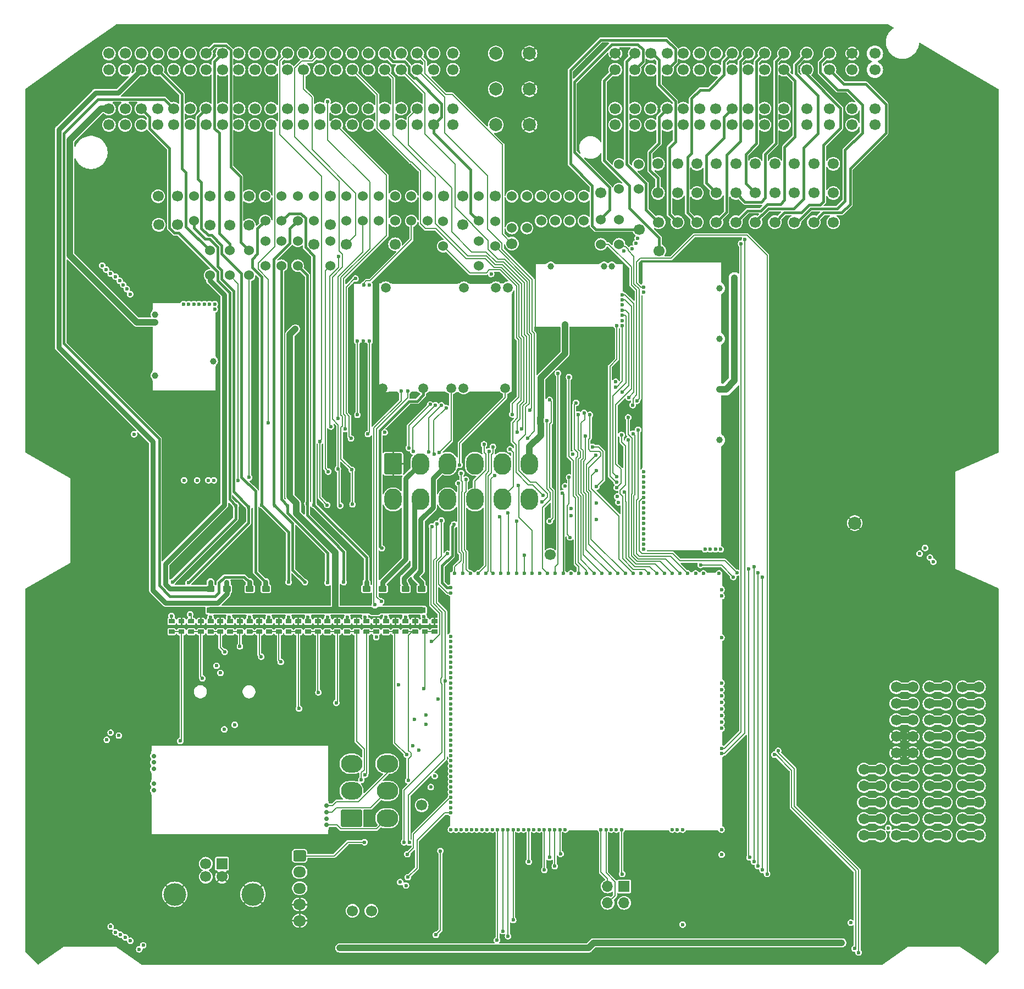
<source format=gbl>
G04 #@! TF.GenerationSoftware,KiCad,Pcbnew,8.0.2-8.0.2-0~ubuntu22.04.1*
G04 #@! TF.CreationDate,2024-05-13T13:37:30+00:00*
G04 #@! TF.ProjectId,hellen154hyundai,68656c6c-656e-4313-9534-6879756e6461,D*
G04 #@! TF.SameCoordinates,PX5f5e100PYc845880*
G04 #@! TF.FileFunction,Copper,L4,Bot*
G04 #@! TF.FilePolarity,Positive*
%FSLAX46Y46*%
G04 Gerber Fmt 4.6, Leading zero omitted, Abs format (unit mm)*
G04 Created by KiCad (PCBNEW 8.0.2-8.0.2-0~ubuntu22.04.1) date 2024-05-13 13:37:30*
%MOMM*%
%LPD*%
G01*
G04 APERTURE LIST*
G04 #@! TA.AperFunction,ComponentPad*
%ADD10C,1.700000*%
G04 #@! TD*
G04 #@! TA.AperFunction,ComponentPad*
%ADD11O,1.950000X1.700000*%
G04 #@! TD*
G04 #@! TA.AperFunction,ComponentPad*
%ADD12C,1.524000*%
G04 #@! TD*
G04 #@! TA.AperFunction,ComponentPad*
%ADD13C,2.000000*%
G04 #@! TD*
G04 #@! TA.AperFunction,ComponentPad*
%ADD14R,1.700000X1.700000*%
G04 #@! TD*
G04 #@! TA.AperFunction,ComponentPad*
%ADD15C,3.500000*%
G04 #@! TD*
G04 #@! TA.AperFunction,ComponentPad*
%ADD16C,0.600000*%
G04 #@! TD*
G04 #@! TA.AperFunction,SMDPad,CuDef*
%ADD17R,12.500000X0.200000*%
G04 #@! TD*
G04 #@! TA.AperFunction,SMDPad,CuDef*
%ADD18R,0.200000X3.300000*%
G04 #@! TD*
G04 #@! TA.AperFunction,SMDPad,CuDef*
%ADD19R,0.200000X3.500000*%
G04 #@! TD*
G04 #@! TA.AperFunction,SMDPad,CuDef*
%ADD20R,0.200000X6.000000*%
G04 #@! TD*
G04 #@! TA.AperFunction,SMDPad,CuDef*
%ADD21R,0.200000X26.650000*%
G04 #@! TD*
G04 #@! TA.AperFunction,SMDPad,CuDef*
%ADD22R,0.200000X15.400000*%
G04 #@! TD*
G04 #@! TA.AperFunction,SMDPad,CuDef*
%ADD23R,8.500000X0.200000*%
G04 #@! TD*
G04 #@! TA.AperFunction,ComponentPad*
%ADD24C,1.000000*%
G04 #@! TD*
G04 #@! TA.AperFunction,ComponentPad*
%ADD25C,0.700000*%
G04 #@! TD*
G04 #@! TA.AperFunction,SMDPad,CuDef*
%ADD26R,0.250000X1.100000*%
G04 #@! TD*
G04 #@! TA.AperFunction,SMDPad,CuDef*
%ADD27R,0.250000X0.980000*%
G04 #@! TD*
G04 #@! TA.AperFunction,SMDPad,CuDef*
%ADD28R,0.250000X6.300000*%
G04 #@! TD*
G04 #@! TA.AperFunction,SMDPad,CuDef*
%ADD29R,27.600000X0.250000*%
G04 #@! TD*
G04 #@! TA.AperFunction,SMDPad,CuDef*
%ADD30R,0.250000X8.750000*%
G04 #@! TD*
G04 #@! TA.AperFunction,SMDPad,CuDef*
%ADD31R,0.250000X0.950000*%
G04 #@! TD*
G04 #@! TA.AperFunction,ComponentPad*
%ADD32O,3.300000X2.700000*%
G04 #@! TD*
G04 #@! TA.AperFunction,SMDPad,CuDef*
%ADD33R,0.200000X2.300000*%
G04 #@! TD*
G04 #@! TA.AperFunction,SMDPad,CuDef*
%ADD34R,0.200000X10.700000*%
G04 #@! TD*
G04 #@! TA.AperFunction,SMDPad,CuDef*
%ADD35R,0.200000X2.100000*%
G04 #@! TD*
G04 #@! TA.AperFunction,SMDPad,CuDef*
%ADD36R,0.200000X5.400000*%
G04 #@! TD*
G04 #@! TA.AperFunction,SMDPad,CuDef*
%ADD37R,1.400000X0.200000*%
G04 #@! TD*
G04 #@! TA.AperFunction,SMDPad,CuDef*
%ADD38R,5.000000X0.200000*%
G04 #@! TD*
G04 #@! TA.AperFunction,SMDPad,CuDef*
%ADD39R,6.800000X0.200000*%
G04 #@! TD*
G04 #@! TA.AperFunction,SMDPad,CuDef*
%ADD40R,4.500000X0.200000*%
G04 #@! TD*
G04 #@! TA.AperFunction,SMDPad,CuDef*
%ADD41R,0.200000X1.600000*%
G04 #@! TD*
G04 #@! TA.AperFunction,SMDPad,CuDef*
%ADD42R,0.200000X5.700000*%
G04 #@! TD*
G04 #@! TA.AperFunction,SMDPad,CuDef*
%ADD43R,0.200000X2.000000*%
G04 #@! TD*
G04 #@! TA.AperFunction,ComponentPad*
%ADD44O,1.700000X1.700000*%
G04 #@! TD*
G04 #@! TA.AperFunction,SMDPad,CuDef*
%ADD45R,0.200000X4.400000*%
G04 #@! TD*
G04 #@! TA.AperFunction,SMDPad,CuDef*
%ADD46R,1.200000X0.200000*%
G04 #@! TD*
G04 #@! TA.AperFunction,SMDPad,CuDef*
%ADD47R,4.000000X0.200000*%
G04 #@! TD*
G04 #@! TA.AperFunction,SMDPad,CuDef*
%ADD48R,1.800000X0.200000*%
G04 #@! TD*
G04 #@! TA.AperFunction,SMDPad,CuDef*
%ADD49R,0.200000X10.000000*%
G04 #@! TD*
G04 #@! TA.AperFunction,ComponentPad*
%ADD50C,1.500000*%
G04 #@! TD*
G04 #@! TA.AperFunction,SMDPad,CuDef*
%ADD51O,3.300000X0.200000*%
G04 #@! TD*
G04 #@! TA.AperFunction,SMDPad,CuDef*
%ADD52O,10.200000X0.200000*%
G04 #@! TD*
G04 #@! TA.AperFunction,SMDPad,CuDef*
%ADD53O,0.300000X0.200000*%
G04 #@! TD*
G04 #@! TA.AperFunction,SMDPad,CuDef*
%ADD54O,0.200000X17.000000*%
G04 #@! TD*
G04 #@! TA.AperFunction,SMDPad,CuDef*
%ADD55O,0.200000X15.400000*%
G04 #@! TD*
G04 #@! TA.AperFunction,SMDPad,CuDef*
%ADD56O,4.800000X0.200000*%
G04 #@! TD*
G04 #@! TA.AperFunction,SMDPad,CuDef*
%ADD57O,2.600000X0.200000*%
G04 #@! TD*
G04 #@! TA.AperFunction,SMDPad,CuDef*
%ADD58O,1.000000X0.200000*%
G04 #@! TD*
G04 #@! TA.AperFunction,SMDPad,CuDef*
%ADD59O,1.500000X0.200000*%
G04 #@! TD*
G04 #@! TA.AperFunction,ComponentPad*
%ADD60O,2.700000X3.300000*%
G04 #@! TD*
G04 #@! TA.AperFunction,SMDPad,CuDef*
%ADD61R,4.400000X0.200000*%
G04 #@! TD*
G04 #@! TA.AperFunction,SMDPad,CuDef*
%ADD62R,0.200000X1.200000*%
G04 #@! TD*
G04 #@! TA.AperFunction,SMDPad,CuDef*
%ADD63R,0.200000X6.800000*%
G04 #@! TD*
G04 #@! TA.AperFunction,SMDPad,CuDef*
%ADD64R,0.200000X4.000000*%
G04 #@! TD*
G04 #@! TA.AperFunction,SMDPad,CuDef*
%ADD65R,0.200000X1.800000*%
G04 #@! TD*
G04 #@! TA.AperFunction,SMDPad,CuDef*
%ADD66R,10.000000X0.200000*%
G04 #@! TD*
G04 #@! TA.AperFunction,ComponentPad*
%ADD67C,0.599999*%
G04 #@! TD*
G04 #@! TA.AperFunction,SMDPad,CuDef*
%ADD68O,1.200000X0.200000*%
G04 #@! TD*
G04 #@! TA.AperFunction,SMDPad,CuDef*
%ADD69O,0.200000X9.300000*%
G04 #@! TD*
G04 #@! TA.AperFunction,SMDPad,CuDef*
%ADD70C,2.000000*%
G04 #@! TD*
G04 #@! TA.AperFunction,ViaPad*
%ADD71C,0.600000*%
G04 #@! TD*
G04 #@! TA.AperFunction,Conductor*
%ADD72C,1.000000*%
G04 #@! TD*
G04 #@! TA.AperFunction,Conductor*
%ADD73C,0.200000*%
G04 #@! TD*
G04 #@! TA.AperFunction,Conductor*
%ADD74C,0.400000*%
G04 #@! TD*
G04 #@! TA.AperFunction,Conductor*
%ADD75C,0.800000*%
G04 #@! TD*
G04 #@! TA.AperFunction,Conductor*
%ADD76C,0.250000*%
G04 #@! TD*
G04 APERTURE END LIST*
D10*
G04 #@! TO.P,P37,1,Pin_1*
G04 #@! TO.N,Net-(P37-Pin_1)*
X104500000Y128500000D03*
G04 #@! TD*
G04 #@! TO.P,J1,1,Pin_1*
G04 #@! TO.N,/VBUS*
G04 #@! TA.AperFunction,ComponentPad*
G36*
G01*
X48575000Y22650000D02*
X50025000Y22650000D01*
G75*
G02*
X50275000Y22400000I0J-250000D01*
G01*
X50275000Y21200000D01*
G75*
G02*
X50025000Y20950000I-250000J0D01*
G01*
X48575000Y20950000D01*
G75*
G02*
X48325000Y21200000I0J250000D01*
G01*
X48325000Y22400000D01*
G75*
G02*
X48575000Y22650000I250000J0D01*
G01*
G37*
G04 #@! TD.AperFunction*
D11*
G04 #@! TO.P,J1,2,Pin_2*
G04 #@! TO.N,/USB-*
X49300000Y19300000D03*
G04 #@! TO.P,J1,3,Pin_3*
G04 #@! TO.N,/USB+*
X49300000Y16800000D03*
G04 #@! TO.P,J1,4,Pin_4*
G04 #@! TO.N,GND*
X49300000Y14300000D03*
G04 #@! TO.P,J1,5,Pin_5*
X49300000Y11800000D03*
G04 #@! TD*
D10*
G04 #@! TO.P,P33,1,Pin_1*
G04 #@! TO.N,Net-(P33-Pin_1)*
X128500000Y119500000D03*
G04 #@! TD*
G04 #@! TO.P,P46,1,Pin_1*
G04 #@! TO.N,Net-(P46-Pin_1)*
X113500000Y124000000D03*
G04 #@! TD*
D12*
G04 #@! TO.P,F1,1,1*
G04 #@! TO.N,Net-(P1B-4)*
X84300000Y123500000D03*
G04 #@! TO.P,F1,2,2*
G04 #@! TO.N,+12V_FROM_MAIN_RELAY*
X84300000Y118600000D03*
G04 #@! TD*
D10*
G04 #@! TO.P,P85,1,Pin_1*
G04 #@! TO.N,Net-(M1-USBID)*
X68100000Y29600000D03*
G04 #@! TD*
G04 #@! TO.P,P53,1,Pin_1*
G04 #@! TO.N,Net-(P53-Pin_1)*
X122500000Y128500000D03*
G04 #@! TD*
G04 #@! TO.P,G9,1*
G04 #@! TO.N,Net-(G9-Pad1)*
X151406545Y24944788D03*
G04 #@! TO.P,G9,2*
G04 #@! TO.N,Net-(G9-Pad2)*
X151406545Y27484788D03*
G04 #@! TO.P,G9,3*
G04 #@! TO.N,Net-(G9-Pad3)*
X151406545Y30024788D03*
G04 #@! TO.P,G9,4*
G04 #@! TO.N,Net-(G9-Pad4)*
X151406545Y32564788D03*
G04 #@! TO.P,G9,5*
G04 #@! TO.N,Net-(G9-Pad10)*
X151406545Y35104788D03*
G04 #@! TO.P,G9,6*
G04 #@! TO.N,Net-(G9-Pad1)*
X153946545Y24944788D03*
G04 #@! TO.P,G9,7*
G04 #@! TO.N,Net-(G9-Pad2)*
X153946545Y27484788D03*
G04 #@! TO.P,G9,8*
G04 #@! TO.N,Net-(G9-Pad3)*
X153946545Y30024788D03*
G04 #@! TO.P,G9,9*
G04 #@! TO.N,Net-(G9-Pad4)*
X153946545Y32564788D03*
G04 #@! TO.P,G9,10*
G04 #@! TO.N,Net-(G9-Pad10)*
X153946545Y35104788D03*
G04 #@! TD*
G04 #@! TO.P,P14,1,Pin_1*
G04 #@! TO.N,Net-(P14-Pin_1)*
X79400000Y123505000D03*
G04 #@! TD*
G04 #@! TO.P,P1,1,1*
G04 #@! TO.N,/OUT_IGN4*
X137912500Y145500000D03*
G04 #@! TO.P,P1,2,2*
G04 #@! TO.N,GND*
X134412500Y145500000D03*
G04 #@! TO.P,P1,3,3*
G04 #@! TO.N,Net-(P23-Pin_1)*
X130912500Y145500000D03*
G04 #@! TO.P,P1,4,4*
G04 #@! TO.N,Net-(P24-Pin_1)*
X127412500Y145500000D03*
G04 #@! TO.P,P1,5,5*
G04 #@! TO.N,Net-(P25-Pin_1)*
X123912500Y145500000D03*
G04 #@! TO.P,P1,6,6*
G04 #@! TO.N,Net-(P26-Pin_1)*
X120912500Y145500000D03*
G04 #@! TO.P,P1,7,7*
G04 #@! TO.N,Net-(P27-Pin_1)*
X118412500Y145500000D03*
G04 #@! TO.P,P1,8,8*
G04 #@! TO.N,Net-(P28-Pin_1)*
X115912500Y145500000D03*
G04 #@! TO.P,P1,9,9*
G04 #@! TO.N,Net-(P29-Pin_1)*
X113412500Y145500000D03*
G04 #@! TO.P,P1,10,10*
G04 #@! TO.N,unconnected-(P1-Pad10)*
X110912500Y145500000D03*
G04 #@! TO.P,P1,11,11*
G04 #@! TO.N,unconnected-(P1-Pad11)*
X108412500Y145500000D03*
G04 #@! TO.P,P1,12,12*
G04 #@! TO.N,unconnected-(P1-Pad12)*
X105912500Y145500000D03*
G04 #@! TO.P,P1,13,13*
G04 #@! TO.N,Net-(P30-Pin_1)*
X103412500Y145500000D03*
G04 #@! TO.P,P1,14,14*
G04 #@! TO.N,Net-(P31-Pin_1)*
X100912500Y145500000D03*
G04 #@! TO.P,P1,15,15*
G04 #@! TO.N,GND*
X97912500Y145500000D03*
G04 #@! TO.P,P1,16,16*
G04 #@! TO.N,/OUT_IGN2*
X137912500Y143000000D03*
G04 #@! TO.P,P1,17,17*
G04 #@! TO.N,Net-(P32-Pin_1)*
X134412500Y143000000D03*
G04 #@! TO.P,P1,18,18*
G04 #@! TO.N,Net-(P33-Pin_1)*
X130912500Y143000000D03*
G04 #@! TO.P,P1,19,19*
G04 #@! TO.N,Net-(P34-Pin_1)*
X127412500Y143000000D03*
G04 #@! TO.P,P1,20,20*
G04 #@! TO.N,Net-(P35-Pin_1)*
X123912500Y143000000D03*
G04 #@! TO.P,P1,21,21*
G04 #@! TO.N,unconnected-(P1-Pad21)*
X120912500Y143000000D03*
G04 #@! TO.P,P1,22,22*
G04 #@! TO.N,unconnected-(P1-Pad22)*
X118412500Y143000000D03*
G04 #@! TO.P,P1,23,23*
G04 #@! TO.N,unconnected-(P1-Pad23)*
X115912500Y143000000D03*
G04 #@! TO.P,P1,24,24*
G04 #@! TO.N,unconnected-(P1-Pad24)*
X113412500Y143000000D03*
G04 #@! TO.P,P1,25,25*
G04 #@! TO.N,Net-(P36-Pin_1)*
X110912500Y143000000D03*
G04 #@! TO.P,P1,26,26*
G04 #@! TO.N,Net-(P37-Pin_1)*
X108412500Y143000000D03*
G04 #@! TO.P,P1,27,27*
G04 #@! TO.N,Net-(P38-Pin_1)*
X105912500Y143000000D03*
G04 #@! TO.P,P1,28,28*
G04 #@! TO.N,unconnected-(P1-Pad28)*
X103412500Y143000000D03*
G04 #@! TO.P,P1,29,29*
G04 #@! TO.N,Net-(P1-Pad29)*
X100912500Y143000000D03*
G04 #@! TO.P,P1,30,30*
G04 #@! TO.N,Net-(P39-Pin_1)*
X97912500Y143000000D03*
G04 #@! TO.P,P1,31,31*
G04 #@! TO.N,/OUT_IGN1*
X137912500Y137000000D03*
G04 #@! TO.P,P1,32,32*
G04 #@! TO.N,Net-(P40-Pin_1)*
X134412500Y137000000D03*
G04 #@! TO.P,P1,33,33*
G04 #@! TO.N,Net-(P41-Pin_1)*
X130912500Y137000000D03*
G04 #@! TO.P,P1,34,34*
G04 #@! TO.N,Net-(P42-Pin_1)*
X127412500Y137000000D03*
G04 #@! TO.P,P1,35,35*
G04 #@! TO.N,Net-(P43-Pin_1)*
X123912500Y137000000D03*
G04 #@! TO.P,P1,36,36*
G04 #@! TO.N,Net-(P44-Pin_1)*
X120912500Y137000000D03*
G04 #@! TO.P,P1,37,37*
G04 #@! TO.N,Net-(P45-Pin_1)*
X118412500Y137000000D03*
G04 #@! TO.P,P1,38,38*
G04 #@! TO.N,Net-(P46-Pin_1)*
X115912500Y137000000D03*
G04 #@! TO.P,P1,39,39*
G04 #@! TO.N,unconnected-(P1-Pad39)*
X113412500Y137000000D03*
G04 #@! TO.P,P1,40,40*
G04 #@! TO.N,Net-(P47-Pin_1)*
X110912500Y137000000D03*
G04 #@! TO.P,P1,41,41*
G04 #@! TO.N,unconnected-(P1-Pad41)*
X108412500Y137000000D03*
G04 #@! TO.P,P1,42,42*
G04 #@! TO.N,Net-(P48-Pin_1)*
X105912500Y137000000D03*
G04 #@! TO.P,P1,43,43*
G04 #@! TO.N,Net-(P1-Pad43)*
X103412500Y137000000D03*
G04 #@! TO.P,P1,44,44*
G04 #@! TO.N,Net-(P49-Pin_1)*
X100912500Y137000000D03*
G04 #@! TO.P,P1,45,45*
G04 #@! TO.N,Net-(P1-Pad45)*
X97912500Y137000000D03*
G04 #@! TO.P,P1,46,46*
G04 #@! TO.N,/OUT_IGN3*
X137912500Y134500000D03*
G04 #@! TO.P,P1,47,47*
G04 #@! TO.N,Net-(P50-Pin_1)*
X134412500Y134500000D03*
G04 #@! TO.P,P1,48,48*
G04 #@! TO.N,Net-(P51-Pin_1)*
X130912500Y134500000D03*
G04 #@! TO.P,P1,49,49*
G04 #@! TO.N,Net-(P52-Pin_1)*
X127412500Y134500000D03*
G04 #@! TO.P,P1,50,50*
G04 #@! TO.N,Net-(P53-Pin_1)*
X123912500Y134500000D03*
G04 #@! TO.P,P1,51,51*
G04 #@! TO.N,unconnected-(P1-Pad51)*
X120912500Y134500000D03*
G04 #@! TO.P,P1,52,52*
G04 #@! TO.N,unconnected-(P1-Pad52)*
X118412500Y134500000D03*
G04 #@! TO.P,P1,53,53*
G04 #@! TO.N,Net-(P54-Pin_1)*
X115912500Y134500000D03*
G04 #@! TO.P,P1,54,54*
G04 #@! TO.N,Net-(P55-Pin_1)*
X113412500Y134500000D03*
G04 #@! TO.P,P1,55,55*
G04 #@! TO.N,unconnected-(P1-Pad55)*
X110912500Y134500000D03*
G04 #@! TO.P,P1,56,56*
G04 #@! TO.N,unconnected-(P1-Pad56)*
X108412500Y134500000D03*
G04 #@! TO.P,P1,57,57*
G04 #@! TO.N,Net-(P1-Pad57)*
X105912500Y134500000D03*
G04 #@! TO.P,P1,58,58*
G04 #@! TO.N,Net-(P1-Pad58)*
X103412500Y134500000D03*
G04 #@! TO.P,P1,59,59*
G04 #@! TO.N,unconnected-(P1-Pad59)*
X100912500Y134500000D03*
G04 #@! TO.P,P1,60,60*
G04 #@! TO.N,Net-(P1-Pad60)*
X97912500Y134500000D03*
D13*
G04 #@! TO.P,P1,61,1*
G04 #@! TO.N,GND*
X84712500Y145500000D03*
G04 #@! TO.P,P1,62,2*
G04 #@! TO.N,Net-(P1B-2)*
X79512500Y145500000D03*
G04 #@! TO.P,P1,63,3*
G04 #@! TO.N,GND*
X84712500Y140000000D03*
G04 #@! TO.P,P1,64,4*
G04 #@! TO.N,Net-(P1B-4)*
X79512500Y140000000D03*
G04 #@! TO.P,P1,65,5*
G04 #@! TO.N,GND*
X84712500Y134500000D03*
G04 #@! TO.P,P1,66,6*
G04 #@! TO.N,Net-(P1B-6)*
X79512500Y134500000D03*
D10*
G04 #@! TO.P,P1,67,7*
G04 #@! TO.N,unconnected-(P1B-7-Pad67)*
X72912500Y145500000D03*
G04 #@! TO.P,P1,68,8*
G04 #@! TO.N,Net-(P1B-8)*
X69912500Y145500000D03*
G04 #@! TO.P,P1,69,9*
G04 #@! TO.N,Net-(P1B-9)*
X67412500Y145500000D03*
G04 #@! TO.P,P1,70,10*
G04 #@! TO.N,Net-(P1B-10)*
X64912500Y145500000D03*
G04 #@! TO.P,P1,71,11*
G04 #@! TO.N,GNDA*
X62412500Y145500000D03*
G04 #@! TO.P,P1,72,12*
G04 #@! TO.N,Net-(P1B-12)*
X59912500Y145500000D03*
G04 #@! TO.P,P1,73,13*
G04 #@! TO.N,GNDA*
X57412500Y145500000D03*
G04 #@! TO.P,P1,74,14*
X54912500Y145500000D03*
G04 #@! TO.P,P1,75,15*
G04 #@! TO.N,/IN_CAM2*
X52412500Y145500000D03*
G04 #@! TO.P,P1,76,16*
G04 #@! TO.N,GNDA*
X49912500Y145500000D03*
G04 #@! TO.P,P1,77,17*
G04 #@! TO.N,/IN_CRANK*
X47412500Y145500000D03*
G04 #@! TO.P,P1,78,18*
G04 #@! TO.N,Net-(P1B-18)*
X44912500Y145500000D03*
G04 #@! TO.P,P1,79,19*
G04 #@! TO.N,Net-(P1B-19)*
X42412500Y145500000D03*
G04 #@! TO.P,P1,80,20*
G04 #@! TO.N,Net-(P1B-20)*
X39912500Y145500000D03*
G04 #@! TO.P,P1,81,21*
G04 #@! TO.N,Net-(P1B-21)*
X37412500Y145500000D03*
G04 #@! TO.P,P1,82,22*
G04 #@! TO.N,Net-(P1B-22)*
X34912500Y145500000D03*
G04 #@! TO.P,P1,83,23*
G04 #@! TO.N,unconnected-(P1B-23-Pad83)*
X32412500Y145500000D03*
G04 #@! TO.P,P1,84,24*
G04 #@! TO.N,unconnected-(P1B-24-Pad84)*
X29912500Y145500000D03*
G04 #@! TO.P,P1,85,25*
G04 #@! TO.N,/OUT_INJ1*
X27412500Y145500000D03*
G04 #@! TO.P,P1,86,26*
G04 #@! TO.N,/OUT_INJ2*
X24912500Y145500000D03*
G04 #@! TO.P,P1,87,27*
G04 #@! TO.N,/OUT_INJ3*
X22412500Y145500000D03*
G04 #@! TO.P,P1,88,28*
G04 #@! TO.N,/OUT_INJ4*
X19912500Y145500000D03*
G04 #@! TO.P,P1,89,29*
G04 #@! TO.N,unconnected-(P1B-29-Pad89)*
X72912500Y143000000D03*
G04 #@! TO.P,P1,90,30*
G04 #@! TO.N,Net-(P1B-30)*
X69912500Y143000000D03*
G04 #@! TO.P,P1,91,31*
G04 #@! TO.N,/IN_MAP1*
X67412500Y143000000D03*
G04 #@! TO.P,P1,92,32*
G04 #@! TO.N,/IN_TPS2*
X64912500Y143000000D03*
G04 #@! TO.P,P1,93,33*
G04 #@! TO.N,/IN_CLT*
X62412500Y143000000D03*
G04 #@! TO.P,P1,94,34*
G04 #@! TO.N,GNDA*
X59912500Y143000000D03*
G04 #@! TO.P,P1,95,35*
G04 #@! TO.N,/IN_PPS2*
X57412500Y143000000D03*
G04 #@! TO.P,P1,96,36*
G04 #@! TO.N,Net-(P1B-36)*
X54912500Y143000000D03*
G04 #@! TO.P,P1,97,37*
G04 #@! TO.N,GNDA*
X52412500Y143000000D03*
G04 #@! TO.P,P1,98,38*
G04 #@! TO.N,Net-(P1B-38)*
X49912500Y143000000D03*
G04 #@! TO.P,P1,99,39*
G04 #@! TO.N,GNDA*
X47412500Y143000000D03*
G04 #@! TO.P,P1,100,40*
G04 #@! TO.N,Net-(P1B-40)*
X44912500Y143000000D03*
G04 #@! TO.P,P1,101,41*
G04 #@! TO.N,unconnected-(P1B-41-Pad101)*
X42412500Y143000000D03*
G04 #@! TO.P,P1,102,42*
G04 #@! TO.N,Net-(P1B-42)*
X39912500Y143000000D03*
G04 #@! TO.P,P1,103,43*
G04 #@! TO.N,Net-(P1B-43)*
X37412500Y143000000D03*
G04 #@! TO.P,P1,104,44*
G04 #@! TO.N,GNDA*
X34912500Y143000000D03*
G04 #@! TO.P,P1,105,45*
G04 #@! TO.N,unconnected-(P1B-45-Pad105)*
X32412500Y143000000D03*
G04 #@! TO.P,P1,106,46*
G04 #@! TO.N,Net-(P1B-46)*
X29912500Y143000000D03*
G04 #@! TO.P,P1,107,47*
G04 #@! TO.N,Net-(P1B-47)*
X27412500Y143000000D03*
G04 #@! TO.P,P1,108,48*
G04 #@! TO.N,/OUT_RCV*
X24912500Y143000000D03*
G04 #@! TO.P,P1,109,49*
G04 #@! TO.N,unconnected-(P1B-49-Pad109)*
X22412500Y143000000D03*
G04 #@! TO.P,P1,110,50*
G04 #@! TO.N,Net-(P10-Pin_1)*
X19912500Y143000000D03*
G04 #@! TO.P,P1,111,51*
G04 #@! TO.N,Net-(P1B-51)*
X72912500Y137000000D03*
G04 #@! TO.P,P1,112,52*
G04 #@! TO.N,Net-(P1B-52)*
X69912500Y137000000D03*
G04 #@! TO.P,P1,113,53*
G04 #@! TO.N,/IN_IAT*
X67412500Y137000000D03*
G04 #@! TO.P,P1,114,54*
G04 #@! TO.N,Net-(P1B-54)*
X64912500Y137000000D03*
G04 #@! TO.P,P1,115,55*
G04 #@! TO.N,unconnected-(P1B-55-Pad115)*
X62412500Y137000000D03*
G04 #@! TO.P,P1,116,56*
G04 #@! TO.N,Net-(P11-Pin_1)*
X59912500Y137000000D03*
G04 #@! TO.P,P1,117,57*
G04 #@! TO.N,GNDA*
X57412500Y137000000D03*
G04 #@! TO.P,P1,118,58*
G04 #@! TO.N,Net-(P1B-58)*
X54912500Y137000000D03*
G04 #@! TO.P,P1,119,59*
G04 #@! TO.N,GNDA*
X52412500Y137000000D03*
G04 #@! TO.P,P1,120,60*
G04 #@! TO.N,Net-(P1B-60)*
X49912500Y137000000D03*
G04 #@! TO.P,P1,121,61*
G04 #@! TO.N,GNDA*
X47412500Y137000000D03*
G04 #@! TO.P,P1,122,62*
G04 #@! TO.N,/IN_CAM1*
X44912500Y137000000D03*
G04 #@! TO.P,P1,123,63*
G04 #@! TO.N,Net-(P1B-63)*
X42412500Y137000000D03*
G04 #@! TO.P,P1,124,64*
G04 #@! TO.N,Net-(P1B-64)*
X39912500Y137000000D03*
G04 #@! TO.P,P1,125,65*
G04 #@! TO.N,Net-(P1B-65)*
X37412500Y137000000D03*
G04 #@! TO.P,P1,126,66*
G04 #@! TO.N,/OUT_CVVT1*
X34912500Y137000000D03*
G04 #@! TO.P,P1,127,67*
G04 #@! TO.N,Net-(P12-Pin_1)*
X32412500Y137000000D03*
G04 #@! TO.P,P1,128,68*
G04 #@! TO.N,/OUT_CVVT2*
X29912500Y137000000D03*
G04 #@! TO.P,P1,129,69*
G04 #@! TO.N,Net-(P13-Pin_1)*
X27412500Y137000000D03*
G04 #@! TO.P,P1,130,70*
G04 #@! TO.N,/OUT_FUEL_PUMP_RELAY*
X24912500Y137000000D03*
G04 #@! TO.P,P1,131,71*
G04 #@! TO.N,/OUT_ETB2*
X22412500Y137000000D03*
G04 #@! TO.P,P1,132,72*
G04 #@! TO.N,/OUT_ETB1*
X19912500Y137000000D03*
G04 #@! TO.P,P1,133,73*
G04 #@! TO.N,Net-(P14-Pin_1)*
X72912500Y134500000D03*
G04 #@! TO.P,P1,134,74*
G04 #@! TO.N,GNDA*
X69912500Y134500000D03*
G04 #@! TO.P,P1,135,75*
G04 #@! TO.N,Net-(P15-Pin_1)*
X67412500Y134500000D03*
G04 #@! TO.P,P1,136,76*
G04 #@! TO.N,Net-(P16-Pin_1)*
X64912500Y134500000D03*
G04 #@! TO.P,P1,137,77*
G04 #@! TO.N,Net-(P1B-77)*
X62412500Y134500000D03*
G04 #@! TO.P,P1,138,78*
G04 #@! TO.N,Net-(P1B-78)*
X59912500Y134500000D03*
G04 #@! TO.P,P1,139,79*
G04 #@! TO.N,GNDA*
X57412500Y134500000D03*
G04 #@! TO.P,P1,140,80*
G04 #@! TO.N,/IN_TPS1*
X54912500Y134500000D03*
G04 #@! TO.P,P1,141,81*
G04 #@! TO.N,unconnected-(P1B-81-Pad141)*
X52412500Y134500000D03*
G04 #@! TO.P,P1,142,82*
G04 #@! TO.N,/IN_PPS1*
X49912500Y134500000D03*
G04 #@! TO.P,P1,143,83*
G04 #@! TO.N,GNDA*
X47412500Y134500000D03*
G04 #@! TO.P,P1,144,84*
G04 #@! TO.N,/IN_WBO*
X44912500Y134500000D03*
G04 #@! TO.P,P1,145,85*
G04 #@! TO.N,GNDA*
X42412500Y134500000D03*
G04 #@! TO.P,P1,146,86*
G04 #@! TO.N,Net-(P1B-86)*
X39912500Y134500000D03*
G04 #@! TO.P,P1,147,87*
G04 #@! TO.N,Net-(P1B-87)*
X37412500Y134500000D03*
G04 #@! TO.P,P1,148,88*
G04 #@! TO.N,Net-(P1B-88)*
X34912500Y134500000D03*
G04 #@! TO.P,P1,149,89*
G04 #@! TO.N,Net-(P18-Pin_1)*
X32412500Y134500000D03*
G04 #@! TO.P,P1,150,90*
G04 #@! TO.N,Net-(P19-Pin_1)*
X29912500Y134500000D03*
G04 #@! TO.P,P1,151,91*
G04 #@! TO.N,Net-(P1B-91)*
X27412500Y134500000D03*
G04 #@! TO.P,P1,152,92*
G04 #@! TO.N,Net-(P1B-92)*
X24912500Y134500000D03*
G04 #@! TO.P,P1,153,93*
G04 #@! TO.N,Net-(P1B-93)*
X22412500Y134500000D03*
G04 #@! TO.P,P1,154,94*
G04 #@! TO.N,Net-(P1B-94)*
X19912500Y134500000D03*
G04 #@! TD*
D12*
G04 #@! TO.P,R17,1,1*
G04 #@! TO.N,/IN_WASTEGATE_POS*
X41500000Y111295000D03*
G04 #@! TO.P,R17,2,2*
G04 #@! TO.N,Net-(P1B-22)*
X41500000Y115105000D03*
G04 #@! TD*
D10*
G04 #@! TO.P,P45,1,Pin_1*
G04 #@! TO.N,Net-(P45-Pin_1)*
X116500000Y128500000D03*
G04 #@! TD*
D12*
G04 #@! TO.P,R30,1,1*
G04 #@! TO.N,/OUT_WGT*
X35500000Y111295000D03*
G04 #@! TO.P,R30,2,2*
G04 #@! TO.N,Net-(P1B-47)*
X35500000Y115105000D03*
G04 #@! TD*
D10*
G04 #@! TO.P,P31,1,Pin_1*
G04 #@! TO.N,Net-(P31-Pin_1)*
X104600000Y119500000D03*
G04 #@! TD*
G04 #@! TO.P,P87,1,Pin_1*
G04 #@! TO.N,Net-(M6-CANH)*
X60350003Y13325003D03*
G04 #@! TD*
G04 #@! TO.P,P25,1,Pin_1*
G04 #@! TO.N,Net-(P25-Pin_1)*
X116500000Y124000000D03*
G04 #@! TD*
G04 #@! TO.P,P3,1,Pin_1*
G04 #@! TO.N,Net-(P1B-9)*
X82000000Y116200000D03*
G04 #@! TD*
D12*
G04 #@! TO.P,R52,1,1*
G04 #@! TO.N,/OUT_AC_RELAY*
X46500000Y119695000D03*
G04 #@! TO.P,R52,2,2*
G04 #@! TO.N,Net-(P1B-87)*
X46500000Y123505000D03*
G04 #@! TD*
D10*
G04 #@! TO.P,P42,1,Pin_1*
G04 #@! TO.N,Net-(P42-Pin_1)*
X125500000Y124000000D03*
G04 #@! TD*
D12*
G04 #@! TO.P,R28,1,1*
G04 #@! TO.N,/IN_VSS*
X54000000Y112795000D03*
G04 #@! TO.P,R28,2,2*
G04 #@! TO.N,Net-(P1B-40)*
X54000000Y116605000D03*
G04 #@! TD*
D10*
G04 #@! TO.P,P24,1,Pin_1*
G04 #@! TO.N,Net-(P24-Pin_1)*
X119500000Y119500000D03*
G04 #@! TD*
D14*
G04 #@! TO.P,J40,1,VBUS*
G04 #@! TO.N,/VBUS*
X37337501Y20584160D03*
D10*
G04 #@! TO.P,J40,2,D-*
G04 #@! TO.N,/USB-*
X34837501Y20584160D03*
G04 #@! TO.P,J40,3,D+*
G04 #@! TO.N,/USB+*
X34837501Y18584160D03*
G04 #@! TO.P,J40,4,GND*
G04 #@! TO.N,GND*
X37337501Y18584160D03*
D15*
G04 #@! TO.P,J40,5,Shield*
X42107501Y15874160D03*
X30067501Y15874160D03*
G04 #@! TD*
D10*
G04 #@! TO.P,P86,1,Pin_1*
G04 #@! TO.N,Net-(M6-CANL)*
X57450003Y13325003D03*
G04 #@! TD*
G04 #@! TO.P,G7,1*
G04 #@! TO.N,Net-(G7-Pad1)*
X141206545Y24944788D03*
G04 #@! TO.P,G7,2*
G04 #@! TO.N,Net-(G7-Pad2)*
X141206545Y27484788D03*
G04 #@! TO.P,G7,3*
G04 #@! TO.N,Net-(G7-Pad3)*
X141206545Y30024788D03*
G04 #@! TO.P,G7,4*
G04 #@! TO.N,Net-(G7-Pad4)*
X141206545Y32564788D03*
G04 #@! TO.P,G7,5*
G04 #@! TO.N,Net-(G7-Pad10)*
X141206545Y35104788D03*
G04 #@! TO.P,G7,6*
G04 #@! TO.N,Net-(G7-Pad1)*
X143746545Y24944788D03*
G04 #@! TO.P,G7,7*
G04 #@! TO.N,Net-(G7-Pad2)*
X143746545Y27484788D03*
G04 #@! TO.P,G7,8*
G04 #@! TO.N,Net-(G7-Pad3)*
X143746545Y30024788D03*
G04 #@! TO.P,G7,9*
G04 #@! TO.N,Net-(G7-Pad4)*
X143746545Y32564788D03*
G04 #@! TO.P,G7,10*
G04 #@! TO.N,Net-(G7-Pad10)*
X143746545Y35104788D03*
G04 #@! TD*
G04 #@! TO.P,P10,1,Pin_1*
G04 #@! TO.N,Net-(P10-Pin_1)*
X27600000Y119100000D03*
G04 #@! TD*
G04 #@! TO.P,P29,1,Pin_1*
G04 #@! TO.N,Net-(P29-Pin_1)*
X110500000Y124000000D03*
G04 #@! TD*
G04 #@! TO.P,P41,1,Pin_1*
G04 #@! TO.N,Net-(P41-Pin_1)*
X128500000Y124000000D03*
G04 #@! TD*
G04 #@! TO.P,P51,1,Pin_1*
G04 #@! TO.N,Net-(P51-Pin_1)*
X128500000Y128500000D03*
G04 #@! TD*
D12*
G04 #@! TO.P,R32,1,1*
G04 #@! TO.N,GNDA*
X76900000Y119695000D03*
G04 #@! TO.P,R32,2,2*
G04 #@! TO.N,Net-(P1B-52)*
X76900000Y123505000D03*
G04 #@! TD*
D10*
G04 #@! TO.P,P44,1,Pin_1*
G04 #@! TO.N,Net-(P44-Pin_1)*
X119500000Y128500000D03*
G04 #@! TD*
D16*
G04 #@! TO.P,M3,E1,OUT_INJ4*
G04 #@! TO.N,/OUT_INJ4*
X111750000Y69050000D03*
G04 #@! TO.P,M3,E2,OUT_INJ3*
G04 #@! TO.N,/OUT_INJ3*
X112550000Y69050000D03*
G04 #@! TO.P,M3,E3,OUT_INJ1*
G04 #@! TO.N,/OUT_INJ1*
X113350000Y69050000D03*
G04 #@! TO.P,M3,E4,OUT_INJ2*
G04 #@! TO.N,/OUT_INJ2*
X114150000Y69050000D03*
D17*
G04 #@! TO.P,M3,G,GND*
G04 #@! TO.N,GND*
X108200000Y113400000D03*
D18*
X114350000Y111850000D03*
D19*
X102050000Y111750000D03*
D20*
X114350000Y105400000D03*
X114350000Y97600000D03*
D21*
X102050000Y94875000D03*
D20*
X114350000Y89800000D03*
D22*
X114350000Y77250000D03*
D23*
X107000000Y68850000D03*
D24*
G04 #@! TO.P,M3,N1,OUT_IGN1*
G04 #@! TO.N,/OUT_IGN1*
X113950000Y109300000D03*
G04 #@! TO.P,M3,N2,OUT_IGN2*
G04 #@! TO.N,/OUT_IGN2*
X113950000Y101500000D03*
G04 #@! TO.P,M3,N3,OUT_IGN3*
G04 #@! TO.N,/OUT_IGN3*
X113950000Y93700000D03*
G04 #@! TO.P,M3,N4,OUT_IGN4*
G04 #@! TO.N,/OUT_IGN4*
X113950000Y85900000D03*
D16*
G04 #@! TO.P,M3,S1,INJ4*
G04 #@! TO.N,/INJ4*
X102250000Y69050000D03*
G04 #@! TO.P,M3,S2,INJ3*
G04 #@! TO.N,/INJ3*
X102250000Y69850000D03*
G04 #@! TO.P,M3,S3,INJ2*
G04 #@! TO.N,/INJ2*
X102250000Y70650000D03*
G04 #@! TO.P,M3,S4,~SPKDUR*
G04 #@! TO.N,/~SPKDUR*
X102250000Y71450000D03*
G04 #@! TO.P,M3,S5,IGN4*
G04 #@! TO.N,/IGN4*
X102250000Y72250000D03*
G04 #@! TO.P,M3,S6,IGN3*
G04 #@! TO.N,/IGN3*
X102250000Y73050000D03*
G04 #@! TO.P,M3,S7,IGN2*
G04 #@! TO.N,/IGN2*
X102250000Y73850000D03*
G04 #@! TO.P,M3,S8,IGN1*
G04 #@! TO.N,/IGN1*
X102250000Y74650000D03*
G04 #@! TO.P,M3,S9,INJ1*
G04 #@! TO.N,/INJ1*
X102250000Y75450000D03*
G04 #@! TO.P,M3,S10,~OUTEN*
G04 #@! TO.N,/~OUTEN*
X102250000Y76250000D03*
G04 #@! TO.P,M3,S11,NOMI*
G04 #@! TO.N,/NOMI*
X102250000Y77050000D03*
G04 #@! TO.P,M3,S12,MAXI*
G04 #@! TO.N,/MAXI*
X102250000Y77850000D03*
G04 #@! TO.P,M3,S13,MISO*
G04 #@! TO.N,/SPI3_MISO*
X102250000Y78650000D03*
G04 #@! TO.P,M3,S14,MOSI*
G04 #@! TO.N,/SPI3_MOSI*
X102250000Y79450000D03*
G04 #@! TO.P,M3,S15,SCLK*
G04 #@! TO.N,/SPI3_SCK*
X102250000Y80250000D03*
G04 #@! TO.P,M3,S16,~CS*
G04 #@! TO.N,/SPI3_CS_33810*
X102250000Y81050000D03*
G04 #@! TO.P,M3,S17,12V_IN*
G04 #@! TO.N,+12V_FROM_MAIN_RELAY*
X102250000Y108700000D03*
G04 #@! TO.P,M3,S18,3V3_IN*
G04 #@! TO.N,+3.3VA*
X102250000Y109500000D03*
G04 #@! TD*
D12*
G04 #@! TO.P,R58,1,1*
G04 #@! TO.N,/IN_AC_ON*
X101500000Y124595000D03*
G04 #@! TO.P,R58,2,2*
G04 #@! TO.N,Net-(P1-Pad57)*
X101500000Y128405000D03*
G04 #@! TD*
D10*
G04 #@! TO.P,P13,1,Pin_1*
G04 #@! TO.N,Net-(P13-Pin_1)*
X35500000Y119000000D03*
G04 #@! TD*
G04 #@! TO.P,G5,1*
G04 #@! TO.N,Net-(G5-Pad1)*
X146306545Y37644788D03*
G04 #@! TO.P,G5,2*
G04 #@! TO.N,Net-(G5-Pad2)*
X146306545Y40184788D03*
G04 #@! TO.P,G5,3*
G04 #@! TO.N,Net-(G5-Pad3)*
X146306545Y42724788D03*
G04 #@! TO.P,G5,4*
G04 #@! TO.N,Net-(G5-Pad4)*
X146306545Y45264788D03*
G04 #@! TO.P,G5,5*
G04 #@! TO.N,Net-(G5-Pad10)*
X146306545Y47804788D03*
G04 #@! TO.P,G5,6*
G04 #@! TO.N,Net-(G5-Pad1)*
X148846545Y37644788D03*
G04 #@! TO.P,G5,7*
G04 #@! TO.N,Net-(G5-Pad2)*
X148846545Y40184788D03*
G04 #@! TO.P,G5,8*
G04 #@! TO.N,Net-(G5-Pad3)*
X148846545Y42724788D03*
G04 #@! TO.P,G5,9*
G04 #@! TO.N,Net-(G5-Pad4)*
X148846545Y45264788D03*
G04 #@! TO.P,G5,10*
G04 #@! TO.N,Net-(G5-Pad10)*
X148846545Y47804788D03*
G04 #@! TD*
G04 #@! TO.P,P7,1,Pin_1*
G04 #@! TO.N,Net-(P1B-38)*
X56500000Y116100000D03*
G04 #@! TD*
G04 #@! TO.P,P23,1,Pin_1*
G04 #@! TO.N,Net-(P23-Pin_1)*
X125500000Y119500000D03*
G04 #@! TD*
D25*
G04 #@! TO.P,M5,E1,LSU_Un*
G04 #@! TO.N,/WBO_Un*
X53400000Y26550000D03*
G04 #@! TO.P,M5,E2,LSU_Vm*
G04 #@! TO.N,/WBO_Vm*
X53400000Y29550000D03*
G04 #@! TO.P,M5,E3,LSU_Ip*
G04 #@! TO.N,/WBO_Ip*
X53400000Y28550000D03*
G04 #@! TO.P,M5,E4,LSU_Rtrim*
G04 #@! TO.N,/WBO_Rtrim*
X53400000Y27550000D03*
D26*
G04 #@! TO.P,M5,G,GND*
G04 #@! TO.N,GND*
X26425000Y38400000D03*
D27*
X26425000Y34060000D03*
D28*
X26425000Y28100000D03*
D29*
X40100000Y38825000D03*
X40100000Y25075000D03*
D30*
X53775000Y34575000D03*
D31*
X53775000Y25425000D03*
D25*
G04 #@! TO.P,M5,W1,V5_IN*
G04 #@! TO.N,+5VA*
X26808800Y36200000D03*
G04 #@! TO.P,M5,W2,CAN_VIO*
G04 #@! TO.N,unconnected-(M5-CAN_VIO-PadW2)*
X26808800Y35200000D03*
G04 #@! TO.P,M5,W3,CANL*
G04 #@! TO.N,/CAN-*
X26808800Y31904000D03*
G04 #@! TO.P,M5,W4,CANH*
G04 #@! TO.N,/CAN+*
X26808800Y32920000D03*
G04 #@! TO.P,M5,W9,VDDA*
G04 #@! TO.N,unconnected-(M5-VDDA-PadW9)*
X26808800Y37200000D03*
G04 #@! TD*
D10*
G04 #@! TO.P,P21,1,Pin_1*
G04 #@! TO.N,Net-(P1B-93)*
X30500000Y123500000D03*
G04 #@! TD*
D12*
G04 #@! TO.P,R39,1,1*
G04 #@! TO.N,/OUT_MAIN_RELAY*
X49000000Y112795000D03*
G04 #@! TO.P,R39,2,2*
G04 #@! TO.N,Net-(P1B-64)*
X49000000Y116605000D03*
G04 #@! TD*
G04 #@! TO.P,R4,1,1*
G04 #@! TO.N,IN_CONSTANT_POWER*
X86500000Y119690000D03*
G04 #@! TO.P,R4,2,2*
G04 #@! TO.N,Net-(P1B-6)*
X86500000Y123500000D03*
G04 #@! TD*
G04 #@! TO.P,R12,1,1*
G04 #@! TO.N,/IN_TEMP*
X38500000Y111295000D03*
G04 #@! TO.P,R12,2,2*
G04 #@! TO.N,Net-(P1B-21)*
X38500000Y115105000D03*
G04 #@! TD*
D10*
G04 #@! TO.P,P18,1,Pin_1*
G04 #@! TO.N,Net-(P18-Pin_1)*
X41500000Y123500000D03*
G04 #@! TD*
G04 #@! TO.P,J4,1,Pin_1*
G04 #@! TO.N,+12V_FROM_MAIN_RELAY*
G04 #@! TA.AperFunction,ComponentPad*
G36*
G01*
X58699999Y26250000D02*
X55900001Y26250000D01*
G75*
G02*
X55650000Y26500001I0J250001D01*
G01*
X55650000Y28699999D01*
G75*
G02*
X55900001Y28950000I250001J0D01*
G01*
X58699999Y28950000D01*
G75*
G02*
X58950000Y28699999I0J-250001D01*
G01*
X58950000Y26500001D01*
G75*
G02*
X58699999Y26250000I-250001J0D01*
G01*
G37*
G04 #@! TD.AperFunction*
D32*
G04 #@! TO.P,J4,2,Pin_2*
G04 #@! TO.N,/WBO_Rtrim*
X57300000Y31800000D03*
G04 #@! TO.P,J4,3,Pin_3*
G04 #@! TO.N,/WBO_Heater*
X57300000Y36000000D03*
G04 #@! TO.P,J4,4,Pin_4*
G04 #@! TO.N,/WBO_Un*
X62800000Y27600000D03*
G04 #@! TO.P,J4,5,Pin_5*
G04 #@! TO.N,/WBO_Ip*
X62800000Y31800000D03*
G04 #@! TO.P,J4,6,Pin_6*
G04 #@! TO.N,/WBO_Vm*
X62800000Y36000000D03*
G04 #@! TD*
D10*
G04 #@! TO.P,P27,1,Pin_1*
G04 #@! TO.N,Net-(P27-Pin_1)*
X113500000Y119500000D03*
G04 #@! TD*
G04 #@! TO.P,P50,1,Pin_1*
G04 #@! TO.N,Net-(P50-Pin_1)*
X131500000Y128500000D03*
G04 #@! TD*
G04 #@! TO.P,G10,1*
G04 #@! TO.N,GND*
X141206545Y37644788D03*
G04 #@! TO.P,G10,2*
X141206545Y40184788D03*
G04 #@! TO.P,G10,3*
G04 #@! TO.N,+3V3*
X141206545Y42724788D03*
G04 #@! TO.P,G10,4*
G04 #@! TO.N,+5V*
X141206545Y45264788D03*
G04 #@! TO.P,G10,5*
G04 #@! TO.N,+12V_FROM_MAIN_RELAY*
X141206545Y47804788D03*
G04 #@! TO.P,G10,6*
G04 #@! TO.N,GND*
X143746545Y37644788D03*
G04 #@! TO.P,G10,7*
X143746545Y40184788D03*
G04 #@! TO.P,G10,8*
G04 #@! TO.N,+3V3*
X143746545Y42724788D03*
G04 #@! TO.P,G10,9*
G04 #@! TO.N,+5V*
X143746545Y45264788D03*
G04 #@! TO.P,G10,10*
G04 #@! TO.N,+12V_FROM_MAIN_RELAY*
X143746545Y47804788D03*
G04 #@! TD*
D16*
G04 #@! TO.P,M1,E1,SPI2_SCK/CAN2_TX*
G04 #@! TO.N,/CAN2_TX*
X72592186Y28451272D03*
G04 #@! TO.P,M1,E2,SPI2_MISO*
G04 #@! TO.N,unconnected-(M1-SPI2_MISO-PadE2)*
X72592186Y29251273D03*
G04 #@! TO.P,M1,E3,SPI2_MOSI*
G04 #@! TO.N,unconnected-(M1-SPI2_MOSI-PadE3)*
X72592186Y30051271D03*
G04 #@! TO.P,M1,E4,SPI2_CS/CAN2_RX*
G04 #@! TO.N,/CAN2_RX*
X72592186Y30851272D03*
G04 #@! TO.P,M1,E6,OUT_IO3*
G04 #@! TO.N,/MAIN_RELAY*
X72592186Y31651273D03*
G04 #@! TO.P,M1,E7,OUT_IO5*
G04 #@! TO.N,/IGN2*
X72592189Y32451271D03*
G04 #@! TO.P,M1,E8,OUT_IO1*
G04 #@! TO.N,/AUX_LS1*
X72592189Y33251272D03*
G04 #@! TO.P,M1,E9,OUT_IO6*
G04 #@! TO.N,/IGN3*
X72592186Y34051276D03*
G04 #@! TO.P,M1,E10,OUT_IO10*
G04 #@! TO.N,/AC_RELAY*
X72592186Y34851272D03*
G04 #@! TO.P,M1,E11,OUT_IO9*
G04 #@! TO.N,/FUEL_PUMP_RELAY*
X72592186Y35651272D03*
G04 #@! TO.P,M1,E12,OUT_IO2*
G04 #@! TO.N,/AUX_LS3*
X72592186Y36451273D03*
G04 #@! TO.P,M1,E13,OUT_IO12*
G04 #@! TO.N,/ETB_DIS*
X72592189Y37251272D03*
G04 #@! TO.P,M1,E14,OUT_PWM5*
G04 #@! TO.N,/WASTEGATE_DIR*
X72592189Y38051273D03*
G04 #@! TO.P,M1,E15,OUT_PWM4*
G04 #@! TO.N,/WASTEGATE_PWM*
X72592189Y38851274D03*
G04 #@! TO.P,M1,E16,OUT_PWM3*
G04 #@! TO.N,/ETB_DIR*
X72592186Y39651272D03*
G04 #@! TO.P,M1,E17,OUT_PWM2*
G04 #@! TO.N,/ETB_PWM*
X72592186Y40451273D03*
G04 #@! TO.P,M1,E18,OUT_INJ2*
G04 #@! TO.N,/INJ2*
X72592186Y41251271D03*
G04 #@! TO.P,M1,E19,OUT_INJ1*
G04 #@! TO.N,/INJ1*
X72592189Y42051272D03*
G04 #@! TO.P,M1,E20,OUT_IO13*
G04 #@! TO.N,/WASTEGATE_DIS*
X72592189Y42851273D03*
G04 #@! TO.P,M1,E21,OUT_IO4*
G04 #@! TO.N,/IGN1*
X72592186Y43651272D03*
G04 #@! TO.P,M1,E22,OUT_IO8*
G04 #@! TO.N,/FAN_RELAY_HIGH*
X72592186Y44451273D03*
G04 #@! TO.P,M1,E23,OUT_IO7*
G04 #@! TO.N,/FAN_RELAY_LOW*
X72592186Y45251274D03*
G04 #@! TO.P,M1,E24,OUT_IO11*
G04 #@! TO.N,/IGN4*
X72592186Y46051272D03*
G04 #@! TO.P,M1,E25,OUT_PWM7*
G04 #@! TO.N,/TACH*
X72592186Y46851273D03*
G04 #@! TO.P,M1,E26,OUT_PWM6*
G04 #@! TO.N,/AUX_LS2*
X72592186Y47651271D03*
G04 #@! TO.P,M1,E27,OUT_PWM1*
G04 #@! TO.N,/SPI3_CS_33810*
X72592186Y48451272D03*
G04 #@! TO.P,M1,E28,OUT_PWM8*
G04 #@! TO.N,/CHECK_ENGINE*
X72592186Y49251273D03*
G04 #@! TO.P,M1,E29,OUT_INJ3*
G04 #@! TO.N,/INJ3*
X72592186Y50051272D03*
G04 #@! TO.P,M1,E30,OUT_INJ4*
G04 #@! TO.N,/INJ4*
X72592186Y50851273D03*
G04 #@! TO.P,M1,E31,OUT_INJ5*
G04 #@! TO.N,/CVVT1*
X72592189Y51651271D03*
G04 #@! TO.P,M1,E32,OUT_INJ6*
G04 #@! TO.N,/CVVT2*
X72592186Y52451274D03*
G04 #@! TO.P,M1,E33,OUT_INJ7*
G04 #@! TO.N,/WGT*
X72592186Y53251273D03*
G04 #@! TO.P,M1,E34,OUT_INJ8*
G04 #@! TO.N,/RCV*
X72592186Y54051271D03*
G04 #@! TO.P,M1,E35,IO6*
G04 #@! TO.N,/SPI3_CS_WASTEGATE*
X72592186Y54851272D03*
G04 #@! TO.P,M1,E36,IO7*
G04 #@! TO.N,/PG_5VP*
X72592186Y55651273D03*
G04 #@! TO.P,M1,E38,V5A_SWITCHABLE*
G04 #@! TO.N,+5VA*
X72592189Y62351267D03*
G04 #@! TO.P,M1,E39,GNDA*
G04 #@! TO.N,GNDA*
X72592186Y63151268D03*
D33*
G04 #@! TO.P,M1,G,GND*
G04 #@! TO.N,GND*
X114492191Y64501268D03*
D34*
X114492189Y31701270D03*
D35*
X114492189Y39901269D03*
D20*
X114492189Y51951268D03*
D36*
X114492189Y58651265D03*
D37*
X112692182Y65551271D03*
D38*
X111292187Y25651270D03*
D39*
X102792184Y25651270D03*
D40*
X92942181Y25651270D03*
D41*
X72392186Y27151269D03*
D42*
X72392186Y59001272D03*
D43*
X72392186Y64651265D03*
D16*
G04 #@! TO.P,M1,N1,USBID*
G04 #@! TO.N,Net-(M1-USBID)*
X72592186Y25851269D03*
G04 #@! TO.P,M1,N2,USBM*
G04 #@! TO.N,/USB-*
X73392184Y25851267D03*
G04 #@! TO.P,M1,N3,USBP*
G04 #@! TO.N,/USB+*
X74192185Y25851267D03*
G04 #@! TO.P,M1,N4,VBUS*
G04 #@! TO.N,/VBUS*
X74992184Y25851269D03*
G04 #@! TO.P,M1,N5,BOOT0*
G04 #@! TO.N,unconnected-(M1-BOOT0-PadN5)*
X75792185Y25851269D03*
G04 #@! TO.P,M1,N6,SWO*
G04 #@! TO.N,unconnected-(M1-SWO-PadN6)*
X76592186Y25851269D03*
G04 #@! TO.P,M1,N7,SWDIO*
G04 #@! TO.N,unconnected-(M1-SWDIO-PadN7)*
X77392184Y25851269D03*
G04 #@! TO.P,M1,N8,SWCLK*
G04 #@! TO.N,unconnected-(M1-SWCLK-PadN8)*
X78192185Y25851267D03*
G04 #@! TO.P,M1,N9,nReset*
G04 #@! TO.N,unconnected-(M1-nReset-PadN9)*
X78992183Y25851269D03*
G04 #@! TO.P,M1,N10,SPI3_CS*
G04 #@! TO.N,/SPI3_CS_ETB*
X79792184Y25851269D03*
G04 #@! TO.P,M1,N11,SPI3_SCK*
G04 #@! TO.N,/SPI3_SCK*
X80592185Y25851269D03*
G04 #@! TO.P,M1,N12,SPI3_MISO*
G04 #@! TO.N,/SPI3_MISO*
X81392186Y25851269D03*
G04 #@! TO.P,M1,N13,SPI3_MOSI*
G04 #@! TO.N,/SPI3_MOSI*
X82192185Y25851269D03*
G04 #@! TO.P,M1,N14,I2C_SCL*
G04 #@! TO.N,unconnected-(M1-I2C_SCL-PadN14)*
X82992186Y25851269D03*
G04 #@! TO.P,M1,N15,I2C_SDA*
G04 #@! TO.N,unconnected-(M1-I2C_SDA-PadN15)*
X83792187Y25851267D03*
G04 #@! TO.P,M1,N16,IO1*
G04 #@! TO.N,/~SPKDUR*
X84592187Y25851267D03*
G04 #@! TO.P,M1,N17,UART2_TX*
G04 #@! TO.N,/TX2*
X85392186Y25851269D03*
G04 #@! TO.P,M1,N18,UART2_RX*
G04 #@! TO.N,/RX2*
X86192187Y25851269D03*
G04 #@! TO.P,M1,N19,IO2*
G04 #@! TO.N,/MAXI*
X86992185Y25851269D03*
G04 #@! TO.P,M1,N20,IO4*
G04 #@! TO.N,/~OUTEN*
X87792186Y25851269D03*
G04 #@! TO.P,M1,N21,IO3*
G04 #@! TO.N,/NOMI*
X88592185Y25851267D03*
G04 #@! TO.P,M1,N22,V33*
G04 #@! TO.N,+3V3*
X89392186Y25851269D03*
G04 #@! TO.P,M1,N23,IO5*
G04 #@! TO.N,unconnected-(M1-IO5-PadN23)*
X90192186Y25851269D03*
G04 #@! TO.P,M1,N24,UART8_RX*
G04 #@! TO.N,/RX1*
X95692186Y25851269D03*
G04 #@! TO.P,M1,N25,UART8_TX*
G04 #@! TO.N,/TX1*
X96492187Y25851269D03*
G04 #@! TO.P,M1,N26,IN_VIGN*
G04 #@! TO.N,/VIGN*
X97292185Y25851269D03*
G04 #@! TO.P,M1,N27,VBAT*
G04 #@! TO.N,/VBAT*
X98092183Y25851269D03*
G04 #@! TO.P,M1,N28,V33_SWITCHABLE*
G04 #@! TO.N,+3.3VA*
X98892182Y25851269D03*
G04 #@! TO.P,M1,N29,OUT_PWR_EN*
G04 #@! TO.N,/PWR_EN*
X106692186Y25851269D03*
G04 #@! TO.P,M1,N30,V5A_SWITCHABLE*
G04 #@! TO.N,unconnected-(M1-V5A_SWITCHABLE-PadN30)*
X107492185Y25851269D03*
G04 #@! TO.P,M1,N31,VCC*
G04 #@! TO.N,+5V*
X108292183Y25851269D03*
G04 #@! TO.P,M1,N32,V33*
G04 #@! TO.N,+3V3*
X114292187Y25851269D03*
G04 #@! TO.P,M1,S1,IN_D4*
G04 #@! TO.N,/IN_VSS*
X73192187Y65351274D03*
G04 #@! TO.P,M1,S2,IN_D3*
G04 #@! TO.N,/IN_CAM2*
X74392188Y65351272D03*
G04 #@! TO.P,M1,S3,IN_D2*
G04 #@! TO.N,/IN_CAM1*
X75592185Y65351272D03*
G04 #@! TO.P,M1,S4,IN_D1*
G04 #@! TO.N,/IN_CRANK*
X76792185Y65351274D03*
G04 #@! TO.P,M1,S5,VREF2*
G04 #@! TO.N,/VREF2*
X77992185Y65351272D03*
G04 #@! TO.P,M1,S6,IN_SENS4*
G04 #@! TO.N,/DIN3*
X79092173Y65351272D03*
G04 #@! TO.P,M1,S7,IN_SENS3*
G04 #@! TO.N,/DIN2*
X80292173Y65351272D03*
G04 #@! TO.P,M1,S8,IN_SENS2*
G04 #@! TO.N,/DIN1*
X81492171Y65351274D03*
G04 #@! TO.P,M1,S9,IN_SENS1*
G04 #@! TO.N,/IN_PS_SWITCH*
X82692171Y65351272D03*
G04 #@! TO.P,M1,S10,IN_AUX4*
G04 #@! TO.N,Net-(M1-IN_AUX4)*
X83892174Y65351272D03*
G04 #@! TO.P,M1,S11,IN_AUX3*
G04 #@! TO.N,/IN_WASTEGATE_POS*
X85092176Y65351274D03*
G04 #@! TO.P,M1,S12,IN_AUX2*
G04 #@! TO.N,unconnected-(M1-IN_AUX2-PadS12)*
X86292174Y65351272D03*
G04 #@! TO.P,M1,S13,IN_AUX1*
G04 #@! TO.N,/IN_WBO*
X87492172Y65351272D03*
G04 #@! TO.P,M1,S14,IN_RES2*
G04 #@! TO.N,/IN_CLUTCH*
X88692179Y65351272D03*
G04 #@! TO.P,M1,S15,IN_O2S2*
G04 #@! TO.N,/AIN3*
X89892179Y65351272D03*
G04 #@! TO.P,M1,S16,IN_O2S*
G04 #@! TO.N,unconnected-(M1-IN_O2S-PadS16)*
X91092177Y65351272D03*
G04 #@! TO.P,M1,S17,IN_RES1*
G04 #@! TO.N,/IN_AC_ON*
X92292177Y65351272D03*
G04 #@! TO.P,M1,S18,IN_RES3*
G04 #@! TO.N,/IN_BRAKE*
X93492182Y65351272D03*
G04 #@! TO.P,M1,S19,IN_MAP3*
G04 #@! TO.N,/IN_AC_PRESSURE*
X94692183Y65351272D03*
G04 #@! TO.P,M1,S20,IN_MAP2*
G04 #@! TO.N,/IN_MAP2*
X95892180Y65351274D03*
G04 #@! TO.P,M1,S21,IN_MAP1*
G04 #@! TO.N,/IN_MAP1*
X97092180Y65351272D03*
G04 #@! TO.P,M1,S22,IN_CRANK*
G04 #@! TO.N,/AIN1*
X98292183Y65351274D03*
G04 #@! TO.P,M1,S23,IN_KNOCK*
G04 #@! TO.N,/KNOCK*
X99492183Y65351272D03*
G04 #@! TO.P,M1,S24,IN_CAM*
G04 #@! TO.N,/AIN2*
X100692178Y65351272D03*
G04 #@! TO.P,M1,S25,IN_VSS*
G04 #@! TO.N,unconnected-(M1-IN_VSS-PadS25)*
X101892181Y65351274D03*
G04 #@! TO.P,M1,S26,IN_IAT*
G04 #@! TO.N,/IN_IAT*
X103092186Y65351272D03*
G04 #@! TO.P,M1,S27,IN_AT1*
G04 #@! TO.N,/IN_TEMP*
X104292186Y65351274D03*
G04 #@! TO.P,M1,S28,IN_CLT*
G04 #@! TO.N,/IN_CLT*
X105492184Y65351272D03*
G04 #@! TO.P,M1,S29,IN_AT2*
G04 #@! TO.N,/IN_OILT*
X106692184Y65351272D03*
G04 #@! TO.P,M1,S30,IN_TPS*
G04 #@! TO.N,/IN_TPS1*
X107892189Y65351272D03*
G04 #@! TO.P,M1,S31,IN_PPS*
G04 #@! TO.N,/IN_PPS1*
X109092189Y65351272D03*
G04 #@! TO.P,M1,S32,IN_TPS2*
G04 #@! TO.N,/IN_TPS2*
X110292187Y65351272D03*
G04 #@! TO.P,M1,S33,IN_PPS2*
G04 #@! TO.N,/IN_PPS2*
X111492187Y65351272D03*
G04 #@! TO.P,M1,S35,VREF1*
G04 #@! TO.N,unconnected-(M1-VREF1-PadS35)*
X113892187Y65351272D03*
G04 #@! TO.P,M1,W1,GNDA*
G04 #@! TO.N,unconnected-(M1-GNDA-PadW1)*
X114292189Y62851269D03*
G04 #@! TO.P,M1,W2,V5A_SWITCHABLE*
G04 #@! TO.N,unconnected-(M1-V5A_SWITCHABLE-PadW2)*
X114292189Y61851268D03*
G04 #@! TO.P,M1,W3,V33_REF*
G04 #@! TO.N,unconnected-(M1-V33_REF-PadW3)*
X114292187Y55451266D03*
G04 #@! TO.P,M1,W4,IGN8*
G04 #@! TO.N,unconnected-(M1-IGN8-PadW4)*
X114292187Y48451270D03*
G04 #@! TO.P,M1,W5,IGN7*
G04 #@! TO.N,unconnected-(M1-IGN7-PadW5)*
X114292187Y47451269D03*
G04 #@! TO.P,M1,W6,IGN6*
G04 #@! TO.N,unconnected-(M1-IGN6-PadW6)*
X114292187Y46451271D03*
G04 #@! TO.P,M1,W7,IGN5*
G04 #@! TO.N,unconnected-(M1-IGN5-PadW7)*
X114292187Y45451271D03*
G04 #@! TO.P,M1,W8,IGN4*
G04 #@! TO.N,unconnected-(M1-IGN4-PadW8)*
X114292187Y44451270D03*
G04 #@! TO.P,M1,W9,IGN3*
G04 #@! TO.N,unconnected-(M1-IGN3-PadW9)*
X114292187Y43451272D03*
G04 #@! TO.P,M1,W10,IGN2*
G04 #@! TO.N,unconnected-(M1-IGN2-PadW10)*
X114292187Y42451272D03*
G04 #@! TO.P,M1,W11,IGN1*
G04 #@! TO.N,unconnected-(M1-IGN1-PadW11)*
X114292187Y41451274D03*
G04 #@! TO.P,M1,W12,CANH*
G04 #@! TO.N,/CAN+*
X114292187Y38351270D03*
G04 #@! TO.P,M1,W13,CANL*
G04 #@! TO.N,/CAN-*
X114292187Y37551269D03*
G04 #@! TD*
D10*
G04 #@! TO.P,G4,1*
G04 #@! TO.N,Net-(G4-Pad1)*
X146306545Y24944788D03*
G04 #@! TO.P,G4,2*
G04 #@! TO.N,Net-(G4-Pad2)*
X146306545Y27484788D03*
G04 #@! TO.P,G4,3*
G04 #@! TO.N,Net-(G4-Pad3)*
X146306545Y30024788D03*
G04 #@! TO.P,G4,4*
G04 #@! TO.N,Net-(G4-Pad4)*
X146306545Y32564788D03*
G04 #@! TO.P,G4,5*
G04 #@! TO.N,Net-(G4-Pad10)*
X146306545Y35104788D03*
G04 #@! TO.P,G4,6*
G04 #@! TO.N,Net-(G4-Pad1)*
X148846545Y24944788D03*
G04 #@! TO.P,G4,7*
G04 #@! TO.N,Net-(G4-Pad2)*
X148846545Y27484788D03*
G04 #@! TO.P,G4,8*
G04 #@! TO.N,Net-(G4-Pad3)*
X148846545Y30024788D03*
G04 #@! TO.P,G4,9*
G04 #@! TO.N,Net-(G4-Pad4)*
X148846545Y32564788D03*
G04 #@! TO.P,G4,10*
G04 #@! TO.N,Net-(G4-Pad10)*
X148846545Y35104788D03*
G04 #@! TD*
G04 #@! TO.P,P12,1,Pin_1*
G04 #@! TO.N,Net-(P12-Pin_1)*
X41500000Y119000000D03*
G04 #@! TD*
D14*
G04 #@! TO.P,J3,1,Pin_1*
G04 #@! TO.N,/RX2*
X99275000Y17082843D03*
D44*
G04 #@! TO.P,J3,2,Pin_2*
G04 #@! TO.N,/TX2*
X99275000Y14542843D03*
G04 #@! TO.P,J3,3,Pin_3*
G04 #@! TO.N,/RX1*
X96735000Y17082843D03*
G04 #@! TO.P,J3,4,Pin_4*
G04 #@! TO.N,/TX1*
X96735000Y14542843D03*
G04 #@! TD*
D12*
G04 #@! TO.P,R35,1,1*
G04 #@! TO.N,/IN_OILT*
X59000000Y119695000D03*
G04 #@! TO.P,R35,2,2*
G04 #@! TO.N,Net-(P1B-58)*
X59000000Y123505000D03*
G04 #@! TD*
G04 #@! TO.P,R29,1,1*
G04 #@! TO.N,+5VP*
X44000000Y112795000D03*
G04 #@! TO.P,R29,2,2*
G04 #@! TO.N,Net-(P1B-43)*
X44000000Y116605000D03*
G04 #@! TD*
G04 #@! TO.P,R53,1,1*
G04 #@! TO.N,/OUT_FAN_RELAY_HIGH*
X44000000Y119695000D03*
G04 #@! TO.P,R53,2,2*
G04 #@! TO.N,Net-(P1B-88)*
X44000000Y123505000D03*
G04 #@! TD*
G04 #@! TO.P,F2,1,1*
G04 #@! TO.N,Net-(P1B-51)*
X82000000Y123500000D03*
G04 #@! TO.P,F2,2,2*
G04 #@! TO.N,+12V_FROM_MAIN_RELAY*
X82000000Y118600000D03*
G04 #@! TD*
D10*
G04 #@! TO.P,P28,1,Pin_1*
G04 #@! TO.N,Net-(P28-Pin_1)*
X110500000Y119500000D03*
G04 #@! TD*
D12*
G04 #@! TO.P,R55,1,1*
G04 #@! TO.N,/IN_BRAKE*
X95700000Y116095000D03*
G04 #@! TO.P,R55,2,2*
G04 #@! TO.N,Net-(P1-Pad29)*
X95700000Y119905000D03*
G04 #@! TD*
D10*
G04 #@! TO.P,P36,1,Pin_1*
G04 #@! TO.N,Net-(P36-Pin_1)*
X107500000Y124000000D03*
G04 #@! TD*
D45*
G04 #@! TO.P,M7,G,GND*
G04 #@! TO.N,GND*
X99175000Y111025000D03*
D46*
X98675000Y113125000D03*
D39*
X94275000Y103325000D03*
X92075000Y113125000D03*
D47*
X87475000Y103325000D03*
D48*
X86375000Y113125000D03*
D49*
X85575000Y108225000D03*
D16*
G04 #@! TO.P,M7,N1,MOSI*
G04 #@! TO.N,/SPI3_MOSI*
X98175000Y103525000D03*
D24*
G04 #@! TO.P,M7,N2,12V_IN*
G04 #@! TO.N,+12V_FROM_MAIN_RELAY*
X90175000Y103725000D03*
G04 #@! TO.P,M7,S1,12V_IN*
X97375000Y112725000D03*
G04 #@! TO.P,M7,S2,OUT-*
G04 #@! TO.N,/OUT_WASTEGATE1*
X96175000Y112725000D03*
G04 #@! TO.P,M7,S3,OUT+*
G04 #@! TO.N,/OUT_WASTEGATE2*
X87975000Y112725000D03*
D16*
G04 #@! TO.P,M7,W1,DIS*
G04 #@! TO.N,/WASTEGATE_DIS*
X98975000Y103525000D03*
G04 #@! TO.P,M7,W2,PWM*
G04 #@! TO.N,/WASTEGATE_PWM*
X98975000Y104325000D03*
G04 #@! TO.P,M7,W3,SCLK*
G04 #@! TO.N,/SPI3_SCK*
X98975000Y105125000D03*
G04 #@! TO.P,M7,W4,DIR*
G04 #@! TO.N,/WASTEGATE_DIR*
X98975000Y105925000D03*
G04 #@! TO.P,M7,W5,3V3_IN*
G04 #@! TO.N,+3V3*
X98975000Y106725000D03*
G04 #@! TO.P,M7,W6,MISO*
G04 #@! TO.N,/SPI3_MISO*
X98975000Y107525000D03*
G04 #@! TO.P,M7,W7,~CS*
G04 #@! TO.N,/SPI3_CS_WASTEGATE*
X98975000Y108325000D03*
G04 #@! TD*
D10*
G04 #@! TO.P,P9,1,Pin_1*
G04 #@! TO.N,Net-(P1B-46)*
X38500000Y119000000D03*
G04 #@! TD*
D50*
G04 #@! TO.P,M2,E1,VBAT*
G04 #@! TO.N,/VBAT*
X80950000Y93925003D03*
G04 #@! TO.P,M2,E2,V12*
G04 #@! TO.N,+12V*
X74550003Y93925003D03*
G04 #@! TO.P,M2,E3,VIGN*
G04 #@! TO.N,/VIGN*
X72650000Y93925003D03*
G04 #@! TO.P,M2,E4,V5*
G04 #@! TO.N,+5V*
X68350000Y93925003D03*
D16*
G04 #@! TO.P,M2,E5,EN_5VP*
G04 #@! TO.N,/PWR_EN*
X65950003Y93475004D03*
G04 #@! TO.P,M2,E6,PG_5VP*
G04 #@! TO.N,/PG_5VP*
X64950002Y93475004D03*
D51*
G04 #@! TO.P,M2,S1,GND*
G04 #@! TO.N,GND*
X77100000Y110074999D03*
D52*
X68600002Y110074999D03*
D53*
X61500000Y110074999D03*
D54*
X61450000Y101675001D03*
D55*
X82050000Y100875000D03*
D50*
X62100000Y93925003D03*
D53*
X82000000Y93275002D03*
D56*
X77800002Y93275002D03*
D57*
X70450000Y93275002D03*
D58*
X66950003Y93275002D03*
D59*
X63650002Y93275002D03*
D50*
G04 #@! TO.P,M2,V1,V12_PERM*
G04 #@! TO.N,IN_CONSTANT_POWER*
X81400002Y109425000D03*
G04 #@! TO.P,M2,V2,IN_VIGN*
G04 #@! TO.N,/IN_VIGN*
X79550003Y109425000D03*
G04 #@! TO.P,M2,V3,V12_RAW*
G04 #@! TO.N,+12V_FROM_MAIN_RELAY*
X74600000Y109425000D03*
G04 #@! TO.P,M2,V4,5VP*
G04 #@! TO.N,+5VP*
X62550002Y109425000D03*
G04 #@! TD*
D10*
G04 #@! TO.P,P38,1,Pin_1*
G04 #@! TO.N,Net-(P38-Pin_1)*
X101600000Y118400000D03*
G04 #@! TD*
G04 #@! TO.P,P32,1,Pin_1*
G04 #@! TO.N,Net-(P32-Pin_1)*
X131500000Y119500000D03*
G04 #@! TD*
G04 #@! TO.P,P20,1,Pin_1*
G04 #@! TO.N,Net-(P1B-91)*
X35500000Y123500000D03*
G04 #@! TD*
D12*
G04 #@! TO.P,R51,1,1*
G04 #@! TO.N,/OUT_TACH*
X49000000Y119695000D03*
G04 #@! TO.P,R51,2,2*
G04 #@! TO.N,Net-(P1B-86)*
X49000000Y123505000D03*
G04 #@! TD*
G04 #@! TO.P,R36,1,1*
G04 #@! TO.N,+5VP*
X56500000Y119695000D03*
G04 #@! TO.P,R36,2,2*
G04 #@! TO.N,Net-(P1B-60)*
X56500000Y123505000D03*
G04 #@! TD*
G04 #@! TO.P,R57,1,1*
G04 #@! TO.N,/OUT_WASTEGATE2*
X90900000Y119690000D03*
G04 #@! TO.P,R57,2,2*
G04 #@! TO.N,Net-(P1-Pad45)*
X90900000Y123500000D03*
G04 #@! TD*
D10*
G04 #@! TO.P,P19,1,Pin_1*
G04 #@! TO.N,Net-(P19-Pin_1)*
X38500000Y123500000D03*
G04 #@! TD*
G04 #@! TO.P,P16,1,Pin_1*
G04 #@! TO.N,Net-(P16-Pin_1)*
X71500000Y123500000D03*
G04 #@! TD*
G04 #@! TO.P,P34,1,Pin_1*
G04 #@! TO.N,Net-(P34-Pin_1)*
X122500000Y119500000D03*
G04 #@! TD*
D12*
G04 #@! TO.P,R34,1,1*
G04 #@! TO.N,/IN_AC_PRESSURE*
X71400000Y115795000D03*
G04 #@! TO.P,R34,2,2*
G04 #@! TO.N,Net-(P1B-54)*
X71400000Y119605000D03*
G04 #@! TD*
D10*
G04 #@! TO.P,P26,1,Pin_1*
G04 #@! TO.N,Net-(P26-Pin_1)*
X119500000Y124000000D03*
G04 #@! TD*
G04 #@! TO.P,J2,1,Pin_1*
G04 #@! TO.N,GND*
G04 #@! TA.AperFunction,ComponentPad*
G36*
G01*
X62350000Y80850001D02*
X62350000Y83649999D01*
G75*
G02*
X62600001Y83900000I250001J0D01*
G01*
X64799999Y83900000D01*
G75*
G02*
X65050000Y83649999I0J-250001D01*
G01*
X65050000Y80850001D01*
G75*
G02*
X64799999Y80600000I-250001J0D01*
G01*
X62600001Y80600000D01*
G75*
G02*
X62350000Y80850001I0J250001D01*
G01*
G37*
G04 #@! TD.AperFunction*
D60*
G04 #@! TO.P,J2,2,Pin_2*
G04 #@! TO.N,/OUT_AUX_LS3*
X67900000Y82250000D03*
G04 #@! TO.P,J2,3,Pin_3*
G04 #@! TO.N,/OUT_AUX_LS2*
X72100000Y82250000D03*
G04 #@! TO.P,J2,4,Pin_4*
G04 #@! TO.N,/DIN3*
X76300000Y82250000D03*
G04 #@! TO.P,J2,5,Pin_5*
G04 #@! TO.N,/AIN3*
X80500000Y82250000D03*
G04 #@! TO.P,J2,6,Pin_6*
G04 #@! TO.N,+12V_FROM_MAIN_RELAY*
X84700000Y82250000D03*
G04 #@! TO.P,J2,7,Pin_7*
G04 #@! TO.N,/DIN2*
X63700000Y76750000D03*
G04 #@! TO.P,J2,8,Pin_8*
G04 #@! TO.N,/OUT_AUX_LS1*
X67900000Y76750000D03*
G04 #@! TO.P,J2,9,Pin_9*
G04 #@! TO.N,/DIN1*
X72100000Y76750000D03*
G04 #@! TO.P,J2,10,Pin_10*
G04 #@! TO.N,/AIN2*
X76300000Y76750000D03*
G04 #@! TO.P,J2,11,Pin_11*
G04 #@! TO.N,/AIN1*
X80500000Y76750000D03*
G04 #@! TO.P,J2,12,Pin_12*
G04 #@! TO.N,+5VP*
X84700000Y76750000D03*
G04 #@! TD*
D10*
G04 #@! TO.P,P30,1,Pin_1*
G04 #@! TO.N,Net-(P30-Pin_1)*
X107500000Y119500000D03*
G04 #@! TD*
G04 #@! TO.P,P4,1,Pin_1*
G04 #@! TO.N,Net-(P1B-18)*
X54000000Y119100000D03*
G04 #@! TD*
G04 #@! TO.P,P5,1,Pin_1*
G04 #@! TO.N,Net-(P1B-19)*
X51500000Y116100000D03*
G04 #@! TD*
D12*
G04 #@! TO.P,R3,1,1*
G04 #@! TO.N,/IN_VIGN*
X88700000Y119690000D03*
G04 #@! TO.P,R3,2,2*
G04 #@! TO.N,Net-(P1B-2)*
X88700000Y123500000D03*
G04 #@! TD*
D61*
G04 #@! TO.P,M4,G,GND*
G04 #@! TO.N,GND*
X28725000Y107075000D03*
D62*
X26625000Y106575000D03*
D63*
X36425000Y102175000D03*
X26625000Y99975000D03*
D64*
X36425000Y95375000D03*
D65*
X26625000Y94275000D03*
D66*
X31525000Y93475000D03*
D16*
G04 #@! TO.P,M4,N1,MOSI*
G04 #@! TO.N,/SPI3_MOSI*
X36225000Y106075000D03*
D24*
G04 #@! TO.P,M4,N2,12V_IN*
G04 #@! TO.N,+12V_FROM_MAIN_RELAY*
X36025000Y98075000D03*
G04 #@! TO.P,M4,S1,12V_IN*
G04 #@! TO.N,unconnected-(M4-12V_IN-PadS1)*
X27025000Y105275000D03*
G04 #@! TO.P,M4,S2,OUT-*
G04 #@! TO.N,/OUT_ETB1*
X27025000Y104075000D03*
G04 #@! TO.P,M4,S3,OUT+*
G04 #@! TO.N,/OUT_ETB2*
X27025000Y95875000D03*
D16*
G04 #@! TO.P,M4,W1,DIS*
G04 #@! TO.N,/ETB_DIS*
X36225000Y106875000D03*
G04 #@! TO.P,M4,W2,PWM*
G04 #@! TO.N,/ETB_PWM*
X35425000Y106875000D03*
G04 #@! TO.P,M4,W3,SCLK*
G04 #@! TO.N,/SPI3_SCK*
X34625000Y106875000D03*
G04 #@! TO.P,M4,W4,DIR*
G04 #@! TO.N,/ETB_DIR*
X33825000Y106875000D03*
G04 #@! TO.P,M4,W5,3V3_IN*
G04 #@! TO.N,+3V3*
X33025000Y106875000D03*
G04 #@! TO.P,M4,W6,MISO*
G04 #@! TO.N,/SPI3_MISO*
X32225000Y106875000D03*
G04 #@! TO.P,M4,W7,~CS*
G04 #@! TO.N,/SPI3_CS_ETB*
X31425000Y106875000D03*
G04 #@! TD*
D10*
G04 #@! TO.P,P11,1,Pin_1*
G04 #@! TO.N,Net-(P11-Pin_1)*
X64000000Y116100000D03*
G04 #@! TD*
D12*
G04 #@! TO.P,R8,1,1*
G04 #@! TO.N,/IN_MAP2*
X79400000Y115795000D03*
G04 #@! TO.P,R8,2,2*
G04 #@! TO.N,Net-(P1B-10)*
X79400000Y119605000D03*
G04 #@! TD*
G04 #@! TO.P,R40,1,1*
G04 #@! TO.N,/OUT_FAN_RELAY_LOW*
X46500000Y112795000D03*
G04 #@! TO.P,R40,2,2*
G04 #@! TO.N,Net-(P1B-65)*
X46500000Y116605000D03*
G04 #@! TD*
G04 #@! TO.P,R59,1,1*
G04 #@! TO.N,/IN_PS_SWITCH*
X98500000Y116095000D03*
G04 #@! TO.P,R59,2,2*
G04 #@! TO.N,Net-(P1-Pad58)*
X98500000Y119905000D03*
G04 #@! TD*
D10*
G04 #@! TO.P,P49,1,Pin_1*
G04 #@! TO.N,Net-(P49-Pin_1)*
X95700000Y124000000D03*
G04 #@! TD*
G04 #@! TO.P,P48,1,Pin_1*
G04 #@! TO.N,Net-(P48-Pin_1)*
X104500000Y124000000D03*
G04 #@! TD*
G04 #@! TO.P,P47,1,Pin_1*
G04 #@! TO.N,Net-(P47-Pin_1)*
X107500000Y128500000D03*
G04 #@! TD*
D12*
G04 #@! TO.P,R38,1,1*
G04 #@! TO.N,+5VP*
X51500000Y119695000D03*
G04 #@! TO.P,R38,2,2*
G04 #@! TO.N,Net-(P1B-63)*
X51500000Y123505000D03*
G04 #@! TD*
G04 #@! TO.P,R9,1,1*
G04 #@! TO.N,/IN_KNOCK_RAW*
X66500000Y119695000D03*
G04 #@! TO.P,R9,2,2*
G04 #@! TO.N,Net-(P1B-12)*
X66500000Y123505000D03*
G04 #@! TD*
D10*
G04 #@! TO.P,P35,1,Pin_1*
G04 #@! TO.N,Net-(P35-Pin_1)*
X116500000Y119500000D03*
G04 #@! TD*
G04 #@! TO.P,P40,1,Pin_1*
G04 #@! TO.N,Net-(P40-Pin_1)*
X131500000Y124000000D03*
G04 #@! TD*
G04 #@! TO.P,G6,1*
G04 #@! TO.N,Net-(G6-Pad1)*
X136212813Y24944788D03*
G04 #@! TO.P,G6,2*
G04 #@! TO.N,Net-(G6-Pad2)*
X136212813Y27484788D03*
G04 #@! TO.P,G6,3*
G04 #@! TO.N,Net-(G6-Pad3)*
X136212813Y30024788D03*
G04 #@! TO.P,G6,4*
G04 #@! TO.N,Net-(G6-Pad4)*
X136212813Y32564788D03*
G04 #@! TO.P,G6,5*
G04 #@! TO.N,Net-(G6-Pad10)*
X136212813Y35104788D03*
G04 #@! TO.P,G6,6*
G04 #@! TO.N,Net-(G6-Pad1)*
X138752813Y24944788D03*
G04 #@! TO.P,G6,7*
G04 #@! TO.N,Net-(G6-Pad2)*
X138752813Y27484788D03*
G04 #@! TO.P,G6,8*
G04 #@! TO.N,Net-(G6-Pad3)*
X138752813Y30024788D03*
G04 #@! TO.P,G6,9*
G04 #@! TO.N,Net-(G6-Pad4)*
X138752813Y32564788D03*
G04 #@! TO.P,G6,10*
G04 #@! TO.N,Net-(G6-Pad10)*
X138752813Y35104788D03*
G04 #@! TD*
G04 #@! TO.P,P8,1,Pin_1*
G04 #@! TO.N,Net-(P1B-42)*
X54000000Y123500000D03*
G04 #@! TD*
G04 #@! TO.P,P39,1,Pin_1*
G04 #@! TO.N,Net-(P39-Pin_1)*
X104700000Y115100000D03*
G04 #@! TD*
D67*
G04 #@! TO.P,M6,V1,V5*
G04 #@! TO.N,+5V*
X65675002Y17225002D03*
G04 #@! TO.P,M6,V2,CAN_VIO*
G04 #@! TO.N,+3V3*
X64800000Y17750002D03*
G04 #@! TO.P,M6,V5,CAN_TX*
G04 #@! TO.N,/CAN2_TX*
X65975004Y18500000D03*
G04 #@! TO.P,M6,V6,CAN_RX*
G04 #@! TO.N,/CAN2_RX*
X65900001Y22050001D03*
G04 #@! TD*
D10*
G04 #@! TO.P,G8,1*
G04 #@! TO.N,Net-(G8-Pad1)*
X151406545Y37644788D03*
G04 #@! TO.P,G8,2*
G04 #@! TO.N,Net-(G8-Pad2)*
X151406545Y40184788D03*
G04 #@! TO.P,G8,3*
G04 #@! TO.N,Net-(G8-Pad3)*
X151406545Y42724788D03*
G04 #@! TO.P,G8,4*
G04 #@! TO.N,Net-(G8-Pad4)*
X151406545Y45264788D03*
G04 #@! TO.P,G8,5*
G04 #@! TO.N,Net-(G8-Pad10)*
X151406545Y47804788D03*
G04 #@! TO.P,G8,6*
G04 #@! TO.N,Net-(G8-Pad1)*
X153946545Y37644788D03*
G04 #@! TO.P,G8,7*
G04 #@! TO.N,Net-(G8-Pad2)*
X153946545Y40184788D03*
G04 #@! TO.P,G8,8*
G04 #@! TO.N,Net-(G8-Pad3)*
X153946545Y42724788D03*
G04 #@! TO.P,G8,9*
G04 #@! TO.N,Net-(G8-Pad4)*
X153946545Y45264788D03*
G04 #@! TO.P,G8,10*
G04 #@! TO.N,Net-(G8-Pad10)*
X153946545Y47804788D03*
G04 #@! TD*
G04 #@! TO.P,P52,1,Pin_1*
G04 #@! TO.N,Net-(P52-Pin_1)*
X125500000Y128500000D03*
G04 #@! TD*
D12*
G04 #@! TO.P,R46,1,1*
G04 #@! TO.N,/CAN+*
X69000000Y119695000D03*
G04 #@! TO.P,R46,2,2*
G04 #@! TO.N,Net-(P1B-77)*
X69000000Y123505000D03*
G04 #@! TD*
D10*
G04 #@! TO.P,P22,1,Pin_1*
G04 #@! TO.N,Net-(P1B-94)*
X27500000Y123500000D03*
G04 #@! TD*
D16*
G04 #@! TO.P,M9,E1,V5A*
G04 #@! TO.N,+5VA*
X60074999Y101150000D03*
D68*
G04 #@! TO.P,M9,E2,GND*
G04 #@! TO.N,GND*
X58099999Y110050000D03*
X58099999Y110050000D03*
X58099999Y110050000D03*
D69*
X60674999Y105500000D03*
X57574999Y105500000D03*
D16*
X59124999Y101150000D03*
G04 #@! TO.P,M9,E3,OUT_KNOCK*
G04 #@! TO.N,/KNOCK*
X58175001Y101150000D03*
G04 #@! TO.P,M9,W1,IN_KNOCK*
G04 #@! TO.N,/IN_KNOCK_RAW*
X59174999Y109850000D03*
G04 #@! TO.P,M9,W2,VREF*
G04 #@! TO.N,/VREF2*
X60074999Y109850000D03*
G04 #@! TD*
D10*
G04 #@! TO.P,P6,1,Pin_1*
G04 #@! TO.N,Net-(P1B-20)*
X30500000Y119100000D03*
G04 #@! TD*
G04 #@! TO.P,P43,1,Pin_1*
G04 #@! TO.N,Net-(P43-Pin_1)*
X122500000Y124000000D03*
G04 #@! TD*
D12*
G04 #@! TO.P,R54,1,1*
G04 #@! TO.N,/OUT_CHECK_ENGINE*
X33000000Y119690000D03*
G04 #@! TO.P,R54,2,2*
G04 #@! TO.N,Net-(P1B-92)*
X33000000Y123500000D03*
G04 #@! TD*
D10*
G04 #@! TO.P,P2,1,Pin_1*
G04 #@! TO.N,Net-(P1B-8)*
X74400000Y119100000D03*
G04 #@! TD*
D12*
G04 #@! TO.P,R22,1,1*
G04 #@! TO.N,+5VP*
X76900000Y112795000D03*
G04 #@! TO.P,R22,2,2*
G04 #@! TO.N,Net-(P1B-30)*
X76900000Y116605000D03*
G04 #@! TD*
G04 #@! TO.P,R56,1,1*
G04 #@! TO.N,/IN_CLUTCH*
X98500000Y124595000D03*
G04 #@! TO.P,R56,2,2*
G04 #@! TO.N,Net-(P1-Pad43)*
X98500000Y128405000D03*
G04 #@! TD*
G04 #@! TO.P,R60,1,1*
G04 #@! TO.N,/OUT_WASTEGATE1*
X93100000Y119690000D03*
G04 #@! TO.P,R60,2,2*
G04 #@! TO.N,Net-(P1-Pad60)*
X93100000Y123500000D03*
G04 #@! TD*
G04 #@! TO.P,R27,1,1*
G04 #@! TO.N,+5VP*
X61500000Y119695000D03*
G04 #@! TO.P,R27,2,2*
G04 #@! TO.N,Net-(P1B-36)*
X61500000Y123505000D03*
G04 #@! TD*
D10*
G04 #@! TO.P,P15,1,Pin_1*
G04 #@! TO.N,Net-(P15-Pin_1)*
X74400000Y123500000D03*
G04 #@! TD*
G04 #@! TO.P,P73,1,Pin_1*
G04 #@! TO.N,Net-(M1-IN_AUX4)*
X87900000Y68200000D03*
G04 #@! TD*
G04 #@! TO.P,P55,1,Pin_1*
G04 #@! TO.N,Net-(P55-Pin_1)*
X110500000Y128500000D03*
G04 #@! TD*
G04 #@! TO.P,P54,1,Pin_1*
G04 #@! TO.N,Net-(P54-Pin_1)*
X113500000Y128500000D03*
G04 #@! TD*
D12*
G04 #@! TO.P,R47,1,1*
G04 #@! TO.N,/CAN-*
X64000000Y119695000D03*
G04 #@! TO.P,R47,2,2*
G04 #@! TO.N,Net-(P1B-78)*
X64000000Y123505000D03*
G04 #@! TD*
G04 #@! TO.P,R91,1*
G04 #@! TO.N,GND*
G04 #@! TA.AperFunction,SMDPad,CuDef*
G36*
G01*
X69705000Y58325000D02*
X70485000Y58325000D01*
G75*
G02*
X70555000Y58255000I0J-70000D01*
G01*
X70555000Y57695000D01*
G75*
G02*
X70485000Y57625000I-70000J0D01*
G01*
X69705000Y57625000D01*
G75*
G02*
X69635000Y57695000I0J70000D01*
G01*
X69635000Y58255000D01*
G75*
G02*
X69705000Y58325000I70000J0D01*
G01*
G37*
G04 #@! TD.AperFunction*
G04 #@! TO.P,R91,2*
G04 #@! TO.N,/AUX_LS2*
G04 #@! TA.AperFunction,SMDPad,CuDef*
G36*
G01*
X69705000Y56725000D02*
X70485000Y56725000D01*
G75*
G02*
X70555000Y56655000I0J-70000D01*
G01*
X70555000Y56095000D01*
G75*
G02*
X70485000Y56025000I-70000J0D01*
G01*
X69705000Y56025000D01*
G75*
G02*
X69635000Y56095000I0J70000D01*
G01*
X69635000Y56655000D01*
G75*
G02*
X69705000Y56725000I70000J0D01*
G01*
G37*
G04 #@! TD.AperFunction*
G04 #@! TD*
G04 #@! TO.P,R81,1*
G04 #@! TO.N,GND*
G04 #@! TA.AperFunction,SMDPad,CuDef*
G36*
G01*
X48705000Y58325000D02*
X49485000Y58325000D01*
G75*
G02*
X49555000Y58255000I0J-70000D01*
G01*
X49555000Y57695000D01*
G75*
G02*
X49485000Y57625000I-70000J0D01*
G01*
X48705000Y57625000D01*
G75*
G02*
X48635000Y57695000I0J70000D01*
G01*
X48635000Y58255000D01*
G75*
G02*
X48705000Y58325000I70000J0D01*
G01*
G37*
G04 #@! TD.AperFunction*
G04 #@! TO.P,R81,2*
G04 #@! TO.N,/FAN_RELAY_HIGH*
G04 #@! TA.AperFunction,SMDPad,CuDef*
G36*
G01*
X48705000Y56725000D02*
X49485000Y56725000D01*
G75*
G02*
X49555000Y56655000I0J-70000D01*
G01*
X49555000Y56095000D01*
G75*
G02*
X49485000Y56025000I-70000J0D01*
G01*
X48705000Y56025000D01*
G75*
G02*
X48635000Y56095000I0J70000D01*
G01*
X48635000Y56655000D01*
G75*
G02*
X48705000Y56725000I70000J0D01*
G01*
G37*
G04 #@! TD.AperFunction*
G04 #@! TD*
G04 #@! TO.P,R48,1*
G04 #@! TO.N,Net-(U5-IN1)*
G04 #@! TA.AperFunction,SMDPad,CuDef*
G36*
G01*
X35200000Y58325000D02*
X35980000Y58325000D01*
G75*
G02*
X36050000Y58255000I0J-70000D01*
G01*
X36050000Y57695000D01*
G75*
G02*
X35980000Y57625000I-70000J0D01*
G01*
X35200000Y57625000D01*
G75*
G02*
X35130000Y57695000I0J70000D01*
G01*
X35130000Y58255000D01*
G75*
G02*
X35200000Y58325000I70000J0D01*
G01*
G37*
G04 #@! TD.AperFunction*
G04 #@! TO.P,R48,2*
G04 #@! TO.N,/WGT*
G04 #@! TA.AperFunction,SMDPad,CuDef*
G36*
G01*
X35200000Y56725000D02*
X35980000Y56725000D01*
G75*
G02*
X36050000Y56655000I0J-70000D01*
G01*
X36050000Y56095000D01*
G75*
G02*
X35980000Y56025000I-70000J0D01*
G01*
X35200000Y56025000D01*
G75*
G02*
X35130000Y56095000I0J70000D01*
G01*
X35130000Y56655000D01*
G75*
G02*
X35200000Y56725000I70000J0D01*
G01*
G37*
G04 #@! TD.AperFunction*
G04 #@! TD*
G04 #@! TO.P,R74,1*
G04 #@! TO.N,GND*
G04 #@! TA.AperFunction,SMDPad,CuDef*
G36*
G01*
X39700000Y58325000D02*
X40480000Y58325000D01*
G75*
G02*
X40550000Y58255000I0J-70000D01*
G01*
X40550000Y57695000D01*
G75*
G02*
X40480000Y57625000I-70000J0D01*
G01*
X39700000Y57625000D01*
G75*
G02*
X39630000Y57695000I0J70000D01*
G01*
X39630000Y58255000D01*
G75*
G02*
X39700000Y58325000I70000J0D01*
G01*
G37*
G04 #@! TD.AperFunction*
G04 #@! TO.P,R74,2*
G04 #@! TO.N,/RCV*
G04 #@! TA.AperFunction,SMDPad,CuDef*
G36*
G01*
X39700000Y56725000D02*
X40480000Y56725000D01*
G75*
G02*
X40550000Y56655000I0J-70000D01*
G01*
X40550000Y56095000D01*
G75*
G02*
X40480000Y56025000I-70000J0D01*
G01*
X39700000Y56025000D01*
G75*
G02*
X39630000Y56095000I0J70000D01*
G01*
X39630000Y56655000D01*
G75*
G02*
X39700000Y56725000I70000J0D01*
G01*
G37*
G04 #@! TD.AperFunction*
G04 #@! TD*
G04 #@! TO.P,R26,1*
G04 #@! TO.N,Net-(U1-IN1)*
G04 #@! TA.AperFunction,SMDPad,CuDef*
G36*
G01*
X29200000Y58325000D02*
X29980000Y58325000D01*
G75*
G02*
X30050000Y58255000I0J-70000D01*
G01*
X30050000Y57695000D01*
G75*
G02*
X29980000Y57625000I-70000J0D01*
G01*
X29200000Y57625000D01*
G75*
G02*
X29130000Y57695000I0J70000D01*
G01*
X29130000Y58255000D01*
G75*
G02*
X29200000Y58325000I70000J0D01*
G01*
G37*
G04 #@! TD.AperFunction*
G04 #@! TO.P,R26,2*
G04 #@! TO.N,/FUEL_PUMP_RELAY*
G04 #@! TA.AperFunction,SMDPad,CuDef*
G36*
G01*
X29200000Y56725000D02*
X29980000Y56725000D01*
G75*
G02*
X30050000Y56655000I0J-70000D01*
G01*
X30050000Y56095000D01*
G75*
G02*
X29980000Y56025000I-70000J0D01*
G01*
X29200000Y56025000D01*
G75*
G02*
X29130000Y56095000I0J70000D01*
G01*
X29130000Y56655000D01*
G75*
G02*
X29200000Y56725000I70000J0D01*
G01*
G37*
G04 #@! TD.AperFunction*
G04 #@! TD*
G04 #@! TO.P,R80,1*
G04 #@! TO.N,GND*
G04 #@! TA.AperFunction,SMDPad,CuDef*
G36*
G01*
X51705000Y58325000D02*
X52485000Y58325000D01*
G75*
G02*
X52555000Y58255000I0J-70000D01*
G01*
X52555000Y57695000D01*
G75*
G02*
X52485000Y57625000I-70000J0D01*
G01*
X51705000Y57625000D01*
G75*
G02*
X51635000Y57695000I0J70000D01*
G01*
X51635000Y58255000D01*
G75*
G02*
X51705000Y58325000I70000J0D01*
G01*
G37*
G04 #@! TD.AperFunction*
G04 #@! TO.P,R80,2*
G04 #@! TO.N,/TACH*
G04 #@! TA.AperFunction,SMDPad,CuDef*
G36*
G01*
X51705000Y56725000D02*
X52485000Y56725000D01*
G75*
G02*
X52555000Y56655000I0J-70000D01*
G01*
X52555000Y56095000D01*
G75*
G02*
X52485000Y56025000I-70000J0D01*
G01*
X51705000Y56025000D01*
G75*
G02*
X51635000Y56095000I0J70000D01*
G01*
X51635000Y56655000D01*
G75*
G02*
X51705000Y56725000I70000J0D01*
G01*
G37*
G04 #@! TD.AperFunction*
G04 #@! TD*
G04 #@! TO.P,D4,1,K*
G04 #@! TO.N,+12V_FROM_MAIN_RELAY*
G04 #@! TA.AperFunction,SMDPad,CuDef*
G36*
G01*
X60105000Y59225000D02*
X59085000Y59225000D01*
G75*
G02*
X58995000Y59315000I0J90000D01*
G01*
X58995000Y60035000D01*
G75*
G02*
X59085000Y60125000I90000J0D01*
G01*
X60105000Y60125000D01*
G75*
G02*
X60195000Y60035000I0J-90000D01*
G01*
X60195000Y59315000D01*
G75*
G02*
X60105000Y59225000I-90000J0D01*
G01*
G37*
G04 #@! TD.AperFunction*
G04 #@! TO.P,D4,2,A*
G04 #@! TO.N,/OUT_AC_RELAY*
G04 #@! TA.AperFunction,SMDPad,CuDef*
G36*
G01*
X60105000Y62525000D02*
X59085000Y62525000D01*
G75*
G02*
X58995000Y62615000I0J90000D01*
G01*
X58995000Y63335000D01*
G75*
G02*
X59085000Y63425000I90000J0D01*
G01*
X60105000Y63425000D01*
G75*
G02*
X60195000Y63335000I0J-90000D01*
G01*
X60195000Y62615000D01*
G75*
G02*
X60105000Y62525000I-90000J0D01*
G01*
G37*
G04 #@! TD.AperFunction*
G04 #@! TD*
G04 #@! TO.P,R93,1*
G04 #@! TO.N,GND*
G04 #@! TA.AperFunction,SMDPad,CuDef*
G36*
G01*
X66705000Y58325000D02*
X67485000Y58325000D01*
G75*
G02*
X67555000Y58255000I0J-70000D01*
G01*
X67555000Y57695000D01*
G75*
G02*
X67485000Y57625000I-70000J0D01*
G01*
X66705000Y57625000D01*
G75*
G02*
X66635000Y57695000I0J70000D01*
G01*
X66635000Y58255000D01*
G75*
G02*
X66705000Y58325000I70000J0D01*
G01*
G37*
G04 #@! TD.AperFunction*
G04 #@! TO.P,R93,2*
G04 #@! TO.N,/AUX_LS1*
G04 #@! TA.AperFunction,SMDPad,CuDef*
G36*
G01*
X66705000Y56725000D02*
X67485000Y56725000D01*
G75*
G02*
X67555000Y56655000I0J-70000D01*
G01*
X67555000Y56095000D01*
G75*
G02*
X67485000Y56025000I-70000J0D01*
G01*
X66705000Y56025000D01*
G75*
G02*
X66635000Y56095000I0J70000D01*
G01*
X66635000Y56655000D01*
G75*
G02*
X66705000Y56725000I70000J0D01*
G01*
G37*
G04 #@! TD.AperFunction*
G04 #@! TD*
D70*
G04 #@! TO.P,J22,1,Pin_1*
G04 #@! TO.N,GND*
X134800000Y73100000D03*
G04 #@! TD*
G04 #@! TO.P,R92,1*
G04 #@! TO.N,GND*
G04 #@! TA.AperFunction,SMDPad,CuDef*
G36*
G01*
X60705000Y58325000D02*
X61485000Y58325000D01*
G75*
G02*
X61555000Y58255000I0J-70000D01*
G01*
X61555000Y57695000D01*
G75*
G02*
X61485000Y57625000I-70000J0D01*
G01*
X60705000Y57625000D01*
G75*
G02*
X60635000Y57695000I0J70000D01*
G01*
X60635000Y58255000D01*
G75*
G02*
X60705000Y58325000I70000J0D01*
G01*
G37*
G04 #@! TD.AperFunction*
G04 #@! TO.P,R92,2*
G04 #@! TO.N,/AC_RELAY*
G04 #@! TA.AperFunction,SMDPad,CuDef*
G36*
G01*
X60705000Y56725000D02*
X61485000Y56725000D01*
G75*
G02*
X61555000Y56655000I0J-70000D01*
G01*
X61555000Y56095000D01*
G75*
G02*
X61485000Y56025000I-70000J0D01*
G01*
X60705000Y56025000D01*
G75*
G02*
X60635000Y56095000I0J70000D01*
G01*
X60635000Y56655000D01*
G75*
G02*
X60705000Y56725000I70000J0D01*
G01*
G37*
G04 #@! TD.AperFunction*
G04 #@! TD*
G04 #@! TO.P,D25,1,K*
G04 #@! TO.N,+12V_FROM_MAIN_RELAY*
G04 #@! TA.AperFunction,SMDPad,CuDef*
G36*
G01*
X62605000Y59225000D02*
X61585000Y59225000D01*
G75*
G02*
X61495000Y59315000I0J90000D01*
G01*
X61495000Y60035000D01*
G75*
G02*
X61585000Y60125000I90000J0D01*
G01*
X62605000Y60125000D01*
G75*
G02*
X62695000Y60035000I0J-90000D01*
G01*
X62695000Y59315000D01*
G75*
G02*
X62605000Y59225000I-90000J0D01*
G01*
G37*
G04 #@! TD.AperFunction*
G04 #@! TO.P,D25,2,A*
G04 #@! TO.N,/OUT_AUX_LS3*
G04 #@! TA.AperFunction,SMDPad,CuDef*
G36*
G01*
X62605000Y62525000D02*
X61585000Y62525000D01*
G75*
G02*
X61495000Y62615000I0J90000D01*
G01*
X61495000Y63335000D01*
G75*
G02*
X61585000Y63425000I90000J0D01*
G01*
X62605000Y63425000D01*
G75*
G02*
X62695000Y63335000I0J-90000D01*
G01*
X62695000Y62615000D01*
G75*
G02*
X62605000Y62525000I-90000J0D01*
G01*
G37*
G04 #@! TD.AperFunction*
G04 #@! TD*
G04 #@! TO.P,R49,1*
G04 #@! TO.N,Net-(U5-IN2)*
G04 #@! TA.AperFunction,SMDPad,CuDef*
G36*
G01*
X38200000Y58325000D02*
X38980000Y58325000D01*
G75*
G02*
X39050000Y58255000I0J-70000D01*
G01*
X39050000Y57695000D01*
G75*
G02*
X38980000Y57625000I-70000J0D01*
G01*
X38200000Y57625000D01*
G75*
G02*
X38130000Y57695000I0J70000D01*
G01*
X38130000Y58255000D01*
G75*
G02*
X38200000Y58325000I70000J0D01*
G01*
G37*
G04 #@! TD.AperFunction*
G04 #@! TO.P,R49,2*
G04 #@! TO.N,/RCV*
G04 #@! TA.AperFunction,SMDPad,CuDef*
G36*
G01*
X38200000Y56725000D02*
X38980000Y56725000D01*
G75*
G02*
X39050000Y56655000I0J-70000D01*
G01*
X39050000Y56095000D01*
G75*
G02*
X38980000Y56025000I-70000J0D01*
G01*
X38200000Y56025000D01*
G75*
G02*
X38130000Y56095000I0J70000D01*
G01*
X38130000Y56655000D01*
G75*
G02*
X38200000Y56725000I70000J0D01*
G01*
G37*
G04 #@! TD.AperFunction*
G04 #@! TD*
G04 #@! TO.P,R70,1*
G04 #@! TO.N,GND*
G04 #@! TA.AperFunction,SMDPad,CuDef*
G36*
G01*
X57705000Y58325000D02*
X58485000Y58325000D01*
G75*
G02*
X58555000Y58255000I0J-70000D01*
G01*
X58555000Y57695000D01*
G75*
G02*
X58485000Y57625000I-70000J0D01*
G01*
X57705000Y57625000D01*
G75*
G02*
X57635000Y57695000I0J70000D01*
G01*
X57635000Y58255000D01*
G75*
G02*
X57705000Y58325000I70000J0D01*
G01*
G37*
G04 #@! TD.AperFunction*
G04 #@! TO.P,R70,2*
G04 #@! TO.N,/MAIN_RELAY*
G04 #@! TA.AperFunction,SMDPad,CuDef*
G36*
G01*
X57705000Y56725000D02*
X58485000Y56725000D01*
G75*
G02*
X58555000Y56655000I0J-70000D01*
G01*
X58555000Y56095000D01*
G75*
G02*
X58485000Y56025000I-70000J0D01*
G01*
X57705000Y56025000D01*
G75*
G02*
X57635000Y56095000I0J70000D01*
G01*
X57635000Y56655000D01*
G75*
G02*
X57705000Y56725000I70000J0D01*
G01*
G37*
G04 #@! TD.AperFunction*
G04 #@! TD*
G04 #@! TO.P,D39,1,K*
G04 #@! TO.N,+12V_FROM_MAIN_RELAY*
G04 #@! TA.AperFunction,SMDPad,CuDef*
G36*
G01*
X42100000Y59225000D02*
X41080000Y59225000D01*
G75*
G02*
X40990000Y59315000I0J90000D01*
G01*
X40990000Y60035000D01*
G75*
G02*
X41080000Y60125000I90000J0D01*
G01*
X42100000Y60125000D01*
G75*
G02*
X42190000Y60035000I0J-90000D01*
G01*
X42190000Y59315000D01*
G75*
G02*
X42100000Y59225000I-90000J0D01*
G01*
G37*
G04 #@! TD.AperFunction*
G04 #@! TO.P,D39,2,A*
G04 #@! TO.N,/OUT_CVVT2*
G04 #@! TA.AperFunction,SMDPad,CuDef*
G36*
G01*
X42100000Y62525000D02*
X41080000Y62525000D01*
G75*
G02*
X40990000Y62615000I0J90000D01*
G01*
X40990000Y63335000D01*
G75*
G02*
X41080000Y63425000I90000J0D01*
G01*
X42100000Y63425000D01*
G75*
G02*
X42190000Y63335000I0J-90000D01*
G01*
X42190000Y62615000D01*
G75*
G02*
X42100000Y62525000I-90000J0D01*
G01*
G37*
G04 #@! TD.AperFunction*
G04 #@! TD*
G04 #@! TO.P,R87,1*
G04 #@! TO.N,Net-(U8-IN2)*
G04 #@! TA.AperFunction,SMDPad,CuDef*
G36*
G01*
X62205000Y58325000D02*
X62985000Y58325000D01*
G75*
G02*
X63055000Y58255000I0J-70000D01*
G01*
X63055000Y57695000D01*
G75*
G02*
X62985000Y57625000I-70000J0D01*
G01*
X62205000Y57625000D01*
G75*
G02*
X62135000Y57695000I0J70000D01*
G01*
X62135000Y58255000D01*
G75*
G02*
X62205000Y58325000I70000J0D01*
G01*
G37*
G04 #@! TD.AperFunction*
G04 #@! TO.P,R87,2*
G04 #@! TO.N,/AUX_LS3*
G04 #@! TA.AperFunction,SMDPad,CuDef*
G36*
G01*
X62205000Y56725000D02*
X62985000Y56725000D01*
G75*
G02*
X63055000Y56655000I0J-70000D01*
G01*
X63055000Y56095000D01*
G75*
G02*
X62985000Y56025000I-70000J0D01*
G01*
X62205000Y56025000D01*
G75*
G02*
X62135000Y56095000I0J70000D01*
G01*
X62135000Y56655000D01*
G75*
G02*
X62205000Y56725000I70000J0D01*
G01*
G37*
G04 #@! TD.AperFunction*
G04 #@! TD*
G04 #@! TO.P,R69,1*
G04 #@! TO.N,GND*
G04 #@! TA.AperFunction,SMDPad,CuDef*
G36*
G01*
X33700000Y58325000D02*
X34480000Y58325000D01*
G75*
G02*
X34550000Y58255000I0J-70000D01*
G01*
X34550000Y57695000D01*
G75*
G02*
X34480000Y57625000I-70000J0D01*
G01*
X33700000Y57625000D01*
G75*
G02*
X33630000Y57695000I0J70000D01*
G01*
X33630000Y58255000D01*
G75*
G02*
X33700000Y58325000I70000J0D01*
G01*
G37*
G04 #@! TD.AperFunction*
G04 #@! TO.P,R69,2*
G04 #@! TO.N,/CHECK_ENGINE*
G04 #@! TA.AperFunction,SMDPad,CuDef*
G36*
G01*
X33700000Y56725000D02*
X34480000Y56725000D01*
G75*
G02*
X34550000Y56655000I0J-70000D01*
G01*
X34550000Y56095000D01*
G75*
G02*
X34480000Y56025000I-70000J0D01*
G01*
X33700000Y56025000D01*
G75*
G02*
X33630000Y56095000I0J70000D01*
G01*
X33630000Y56655000D01*
G75*
G02*
X33700000Y56725000I70000J0D01*
G01*
G37*
G04 #@! TD.AperFunction*
G04 #@! TD*
G04 #@! TO.P,D44,1,K*
G04 #@! TO.N,+12V_FROM_MAIN_RELAY*
G04 #@! TA.AperFunction,SMDPad,CuDef*
G36*
G01*
X38600000Y59225000D02*
X37580000Y59225000D01*
G75*
G02*
X37490000Y59315000I0J90000D01*
G01*
X37490000Y60035000D01*
G75*
G02*
X37580000Y60125000I90000J0D01*
G01*
X38600000Y60125000D01*
G75*
G02*
X38690000Y60035000I0J-90000D01*
G01*
X38690000Y59315000D01*
G75*
G02*
X38600000Y59225000I-90000J0D01*
G01*
G37*
G04 #@! TD.AperFunction*
G04 #@! TO.P,D44,2,A*
G04 #@! TO.N,/OUT_RCV*
G04 #@! TA.AperFunction,SMDPad,CuDef*
G36*
G01*
X38600000Y62525000D02*
X37580000Y62525000D01*
G75*
G02*
X37490000Y62615000I0J90000D01*
G01*
X37490000Y63335000D01*
G75*
G02*
X37580000Y63425000I90000J0D01*
G01*
X38600000Y63425000D01*
G75*
G02*
X38690000Y63335000I0J-90000D01*
G01*
X38690000Y62615000D01*
G75*
G02*
X38600000Y62525000I-90000J0D01*
G01*
G37*
G04 #@! TD.AperFunction*
G04 #@! TD*
G04 #@! TO.P,R33,1*
G04 #@! TO.N,Net-(U2-IN1)*
G04 #@! TA.AperFunction,SMDPad,CuDef*
G36*
G01*
X53205000Y58325000D02*
X53985000Y58325000D01*
G75*
G02*
X54055000Y58255000I0J-70000D01*
G01*
X54055000Y57695000D01*
G75*
G02*
X53985000Y57625000I-70000J0D01*
G01*
X53205000Y57625000D01*
G75*
G02*
X53135000Y57695000I0J70000D01*
G01*
X53135000Y58255000D01*
G75*
G02*
X53205000Y58325000I70000J0D01*
G01*
G37*
G04 #@! TD.AperFunction*
G04 #@! TO.P,R33,2*
G04 #@! TO.N,/FAN_RELAY_LOW*
G04 #@! TA.AperFunction,SMDPad,CuDef*
G36*
G01*
X53205000Y56725000D02*
X53985000Y56725000D01*
G75*
G02*
X54055000Y56655000I0J-70000D01*
G01*
X54055000Y56095000D01*
G75*
G02*
X53985000Y56025000I-70000J0D01*
G01*
X53205000Y56025000D01*
G75*
G02*
X53135000Y56095000I0J70000D01*
G01*
X53135000Y56655000D01*
G75*
G02*
X53205000Y56725000I70000J0D01*
G01*
G37*
G04 #@! TD.AperFunction*
G04 #@! TD*
G04 #@! TO.P,R89,1*
G04 #@! TO.N,Net-(U9-IN2)*
G04 #@! TA.AperFunction,SMDPad,CuDef*
G36*
G01*
X68205000Y58325000D02*
X68985000Y58325000D01*
G75*
G02*
X69055000Y58255000I0J-70000D01*
G01*
X69055000Y57695000D01*
G75*
G02*
X68985000Y57625000I-70000J0D01*
G01*
X68205000Y57625000D01*
G75*
G02*
X68135000Y57695000I0J70000D01*
G01*
X68135000Y58255000D01*
G75*
G02*
X68205000Y58325000I70000J0D01*
G01*
G37*
G04 #@! TD.AperFunction*
G04 #@! TO.P,R89,2*
G04 #@! TO.N,/AUX_LS2*
G04 #@! TA.AperFunction,SMDPad,CuDef*
G36*
G01*
X68205000Y56725000D02*
X68985000Y56725000D01*
G75*
G02*
X69055000Y56655000I0J-70000D01*
G01*
X69055000Y56095000D01*
G75*
G02*
X68985000Y56025000I-70000J0D01*
G01*
X68205000Y56025000D01*
G75*
G02*
X68135000Y56095000I0J70000D01*
G01*
X68135000Y56655000D01*
G75*
G02*
X68205000Y56725000I70000J0D01*
G01*
G37*
G04 #@! TD.AperFunction*
G04 #@! TD*
G04 #@! TO.P,R73,1*
G04 #@! TO.N,GND*
G04 #@! TA.AperFunction,SMDPad,CuDef*
G36*
G01*
X45700000Y58325000D02*
X46480000Y58325000D01*
G75*
G02*
X46550000Y58255000I0J-70000D01*
G01*
X46550000Y57695000D01*
G75*
G02*
X46480000Y57625000I-70000J0D01*
G01*
X45700000Y57625000D01*
G75*
G02*
X45630000Y57695000I0J70000D01*
G01*
X45630000Y58255000D01*
G75*
G02*
X45700000Y58325000I70000J0D01*
G01*
G37*
G04 #@! TD.AperFunction*
G04 #@! TO.P,R73,2*
G04 #@! TO.N,/CVVT1*
G04 #@! TA.AperFunction,SMDPad,CuDef*
G36*
G01*
X45700000Y56725000D02*
X46480000Y56725000D01*
G75*
G02*
X46550000Y56655000I0J-70000D01*
G01*
X46550000Y56095000D01*
G75*
G02*
X46480000Y56025000I-70000J0D01*
G01*
X45700000Y56025000D01*
G75*
G02*
X45630000Y56095000I0J70000D01*
G01*
X45630000Y56655000D01*
G75*
G02*
X45700000Y56725000I70000J0D01*
G01*
G37*
G04 #@! TD.AperFunction*
G04 #@! TD*
G04 #@! TO.P,D31,1,K*
G04 #@! TO.N,+12V_FROM_MAIN_RELAY*
G04 #@! TA.AperFunction,SMDPad,CuDef*
G36*
G01*
X66105000Y59225000D02*
X65085000Y59225000D01*
G75*
G02*
X64995000Y59315000I0J90000D01*
G01*
X64995000Y60035000D01*
G75*
G02*
X65085000Y60125000I90000J0D01*
G01*
X66105000Y60125000D01*
G75*
G02*
X66195000Y60035000I0J-90000D01*
G01*
X66195000Y59315000D01*
G75*
G02*
X66105000Y59225000I-90000J0D01*
G01*
G37*
G04 #@! TD.AperFunction*
G04 #@! TO.P,D31,2,A*
G04 #@! TO.N,/OUT_AUX_LS1*
G04 #@! TA.AperFunction,SMDPad,CuDef*
G36*
G01*
X66105000Y62525000D02*
X65085000Y62525000D01*
G75*
G02*
X64995000Y62615000I0J90000D01*
G01*
X64995000Y63335000D01*
G75*
G02*
X65085000Y63425000I90000J0D01*
G01*
X66105000Y63425000D01*
G75*
G02*
X66195000Y63335000I0J-90000D01*
G01*
X66195000Y62615000D01*
G75*
G02*
X66105000Y62525000I-90000J0D01*
G01*
G37*
G04 #@! TD.AperFunction*
G04 #@! TD*
G04 #@! TO.P,D41,1,K*
G04 #@! TO.N,+12V_FROM_MAIN_RELAY*
G04 #@! TA.AperFunction,SMDPad,CuDef*
G36*
G01*
X36100000Y59225000D02*
X35080000Y59225000D01*
G75*
G02*
X34990000Y59315000I0J90000D01*
G01*
X34990000Y60035000D01*
G75*
G02*
X35080000Y60125000I90000J0D01*
G01*
X36100000Y60125000D01*
G75*
G02*
X36190000Y60035000I0J-90000D01*
G01*
X36190000Y59315000D01*
G75*
G02*
X36100000Y59225000I-90000J0D01*
G01*
G37*
G04 #@! TD.AperFunction*
G04 #@! TO.P,D41,2,A*
G04 #@! TO.N,/OUT_WGT*
G04 #@! TA.AperFunction,SMDPad,CuDef*
G36*
G01*
X36100000Y62525000D02*
X35080000Y62525000D01*
G75*
G02*
X34990000Y62615000I0J90000D01*
G01*
X34990000Y63335000D01*
G75*
G02*
X35080000Y63425000I90000J0D01*
G01*
X36100000Y63425000D01*
G75*
G02*
X36190000Y63335000I0J-90000D01*
G01*
X36190000Y62615000D01*
G75*
G02*
X36100000Y62525000I-90000J0D01*
G01*
G37*
G04 #@! TD.AperFunction*
G04 #@! TD*
G04 #@! TO.P,R77,1*
G04 #@! TO.N,GND*
G04 #@! TA.AperFunction,SMDPad,CuDef*
G36*
G01*
X36700000Y58325000D02*
X37480000Y58325000D01*
G75*
G02*
X37550000Y58255000I0J-70000D01*
G01*
X37550000Y57695000D01*
G75*
G02*
X37480000Y57625000I-70000J0D01*
G01*
X36700000Y57625000D01*
G75*
G02*
X36630000Y57695000I0J70000D01*
G01*
X36630000Y58255000D01*
G75*
G02*
X36700000Y58325000I70000J0D01*
G01*
G37*
G04 #@! TD.AperFunction*
G04 #@! TO.P,R77,2*
G04 #@! TO.N,/WGT*
G04 #@! TA.AperFunction,SMDPad,CuDef*
G36*
G01*
X36700000Y56725000D02*
X37480000Y56725000D01*
G75*
G02*
X37550000Y56655000I0J-70000D01*
G01*
X37550000Y56095000D01*
G75*
G02*
X37480000Y56025000I-70000J0D01*
G01*
X36700000Y56025000D01*
G75*
G02*
X36630000Y56095000I0J70000D01*
G01*
X36630000Y56655000D01*
G75*
G02*
X36700000Y56725000I70000J0D01*
G01*
G37*
G04 #@! TD.AperFunction*
G04 #@! TD*
G04 #@! TO.P,R42,1*
G04 #@! TO.N,Net-(U4-IN2)*
G04 #@! TA.AperFunction,SMDPad,CuDef*
G36*
G01*
X44200000Y58325000D02*
X44980000Y58325000D01*
G75*
G02*
X45050000Y58255000I0J-70000D01*
G01*
X45050000Y57695000D01*
G75*
G02*
X44980000Y57625000I-70000J0D01*
G01*
X44200000Y57625000D01*
G75*
G02*
X44130000Y57695000I0J70000D01*
G01*
X44130000Y58255000D01*
G75*
G02*
X44200000Y58325000I70000J0D01*
G01*
G37*
G04 #@! TD.AperFunction*
G04 #@! TO.P,R42,2*
G04 #@! TO.N,/CVVT1*
G04 #@! TA.AperFunction,SMDPad,CuDef*
G36*
G01*
X44200000Y56725000D02*
X44980000Y56725000D01*
G75*
G02*
X45050000Y56655000I0J-70000D01*
G01*
X45050000Y56095000D01*
G75*
G02*
X44980000Y56025000I-70000J0D01*
G01*
X44200000Y56025000D01*
G75*
G02*
X44130000Y56095000I0J70000D01*
G01*
X44130000Y56655000D01*
G75*
G02*
X44200000Y56725000I70000J0D01*
G01*
G37*
G04 #@! TD.AperFunction*
G04 #@! TD*
G04 #@! TO.P,R75,1*
G04 #@! TO.N,GND*
G04 #@! TA.AperFunction,SMDPad,CuDef*
G36*
G01*
X42700000Y58325000D02*
X43480000Y58325000D01*
G75*
G02*
X43550000Y58255000I0J-70000D01*
G01*
X43550000Y57695000D01*
G75*
G02*
X43480000Y57625000I-70000J0D01*
G01*
X42700000Y57625000D01*
G75*
G02*
X42630000Y57695000I0J70000D01*
G01*
X42630000Y58255000D01*
G75*
G02*
X42700000Y58325000I70000J0D01*
G01*
G37*
G04 #@! TD.AperFunction*
G04 #@! TO.P,R75,2*
G04 #@! TO.N,/CVVT2*
G04 #@! TA.AperFunction,SMDPad,CuDef*
G36*
G01*
X42700000Y56725000D02*
X43480000Y56725000D01*
G75*
G02*
X43550000Y56655000I0J-70000D01*
G01*
X43550000Y56095000D01*
G75*
G02*
X43480000Y56025000I-70000J0D01*
G01*
X42700000Y56025000D01*
G75*
G02*
X42630000Y56095000I0J70000D01*
G01*
X42630000Y56655000D01*
G75*
G02*
X42700000Y56725000I70000J0D01*
G01*
G37*
G04 #@! TD.AperFunction*
G04 #@! TD*
G04 #@! TO.P,R72,1*
G04 #@! TO.N,GND*
G04 #@! TA.AperFunction,SMDPad,CuDef*
G36*
G01*
X54705000Y58325000D02*
X55485000Y58325000D01*
G75*
G02*
X55555000Y58255000I0J-70000D01*
G01*
X55555000Y57695000D01*
G75*
G02*
X55485000Y57625000I-70000J0D01*
G01*
X54705000Y57625000D01*
G75*
G02*
X54635000Y57695000I0J70000D01*
G01*
X54635000Y58255000D01*
G75*
G02*
X54705000Y58325000I70000J0D01*
G01*
G37*
G04 #@! TD.AperFunction*
G04 #@! TO.P,R72,2*
G04 #@! TO.N,/FAN_RELAY_LOW*
G04 #@! TA.AperFunction,SMDPad,CuDef*
G36*
G01*
X54705000Y56725000D02*
X55485000Y56725000D01*
G75*
G02*
X55555000Y56655000I0J-70000D01*
G01*
X55555000Y56095000D01*
G75*
G02*
X55485000Y56025000I-70000J0D01*
G01*
X54705000Y56025000D01*
G75*
G02*
X54635000Y56095000I0J70000D01*
G01*
X54635000Y56655000D01*
G75*
G02*
X54705000Y56725000I70000J0D01*
G01*
G37*
G04 #@! TD.AperFunction*
G04 #@! TD*
G04 #@! TO.P,R79,1*
G04 #@! TO.N,Net-(U6-IN2)*
G04 #@! TA.AperFunction,SMDPad,CuDef*
G36*
G01*
X50205000Y58325000D02*
X50985000Y58325000D01*
G75*
G02*
X51055000Y58255000I0J-70000D01*
G01*
X51055000Y57695000D01*
G75*
G02*
X50985000Y57625000I-70000J0D01*
G01*
X50205000Y57625000D01*
G75*
G02*
X50135000Y57695000I0J70000D01*
G01*
X50135000Y58255000D01*
G75*
G02*
X50205000Y58325000I70000J0D01*
G01*
G37*
G04 #@! TD.AperFunction*
G04 #@! TO.P,R79,2*
G04 #@! TO.N,/TACH*
G04 #@! TA.AperFunction,SMDPad,CuDef*
G36*
G01*
X50205000Y56725000D02*
X50985000Y56725000D01*
G75*
G02*
X51055000Y56655000I0J-70000D01*
G01*
X51055000Y56095000D01*
G75*
G02*
X50985000Y56025000I-70000J0D01*
G01*
X50205000Y56025000D01*
G75*
G02*
X50135000Y56095000I0J70000D01*
G01*
X50135000Y56655000D01*
G75*
G02*
X50205000Y56725000I70000J0D01*
G01*
G37*
G04 #@! TD.AperFunction*
G04 #@! TD*
G04 #@! TO.P,R37,1*
G04 #@! TO.N,Net-(U2-IN2)*
G04 #@! TA.AperFunction,SMDPad,CuDef*
G36*
G01*
X56205000Y58325000D02*
X56985000Y58325000D01*
G75*
G02*
X57055000Y58255000I0J-70000D01*
G01*
X57055000Y57695000D01*
G75*
G02*
X56985000Y57625000I-70000J0D01*
G01*
X56205000Y57625000D01*
G75*
G02*
X56135000Y57695000I0J70000D01*
G01*
X56135000Y58255000D01*
G75*
G02*
X56205000Y58325000I70000J0D01*
G01*
G37*
G04 #@! TD.AperFunction*
G04 #@! TO.P,R37,2*
G04 #@! TO.N,/MAIN_RELAY*
G04 #@! TA.AperFunction,SMDPad,CuDef*
G36*
G01*
X56205000Y56725000D02*
X56985000Y56725000D01*
G75*
G02*
X57055000Y56655000I0J-70000D01*
G01*
X57055000Y56095000D01*
G75*
G02*
X56985000Y56025000I-70000J0D01*
G01*
X56205000Y56025000D01*
G75*
G02*
X56135000Y56095000I0J70000D01*
G01*
X56135000Y56655000D01*
G75*
G02*
X56205000Y56725000I70000J0D01*
G01*
G37*
G04 #@! TD.AperFunction*
G04 #@! TD*
G04 #@! TO.P,D40,1,K*
G04 #@! TO.N,+12V_FROM_MAIN_RELAY*
G04 #@! TA.AperFunction,SMDPad,CuDef*
G36*
G01*
X44600000Y59225000D02*
X43580000Y59225000D01*
G75*
G02*
X43490000Y59315000I0J90000D01*
G01*
X43490000Y60035000D01*
G75*
G02*
X43580000Y60125000I90000J0D01*
G01*
X44600000Y60125000D01*
G75*
G02*
X44690000Y60035000I0J-90000D01*
G01*
X44690000Y59315000D01*
G75*
G02*
X44600000Y59225000I-90000J0D01*
G01*
G37*
G04 #@! TD.AperFunction*
G04 #@! TO.P,D40,2,A*
G04 #@! TO.N,/OUT_CVVT1*
G04 #@! TA.AperFunction,SMDPad,CuDef*
G36*
G01*
X44600000Y62525000D02*
X43580000Y62525000D01*
G75*
G02*
X43490000Y62615000I0J90000D01*
G01*
X43490000Y63335000D01*
G75*
G02*
X43580000Y63425000I90000J0D01*
G01*
X44600000Y63425000D01*
G75*
G02*
X44690000Y63335000I0J-90000D01*
G01*
X44690000Y62615000D01*
G75*
G02*
X44600000Y62525000I-90000J0D01*
G01*
G37*
G04 #@! TD.AperFunction*
G04 #@! TD*
G04 #@! TO.P,R31,1*
G04 #@! TO.N,Net-(U1-IN2)*
G04 #@! TA.AperFunction,SMDPad,CuDef*
G36*
G01*
X32200000Y58325000D02*
X32980000Y58325000D01*
G75*
G02*
X33050000Y58255000I0J-70000D01*
G01*
X33050000Y57695000D01*
G75*
G02*
X32980000Y57625000I-70000J0D01*
G01*
X32200000Y57625000D01*
G75*
G02*
X32130000Y57695000I0J70000D01*
G01*
X32130000Y58255000D01*
G75*
G02*
X32200000Y58325000I70000J0D01*
G01*
G37*
G04 #@! TD.AperFunction*
G04 #@! TO.P,R31,2*
G04 #@! TO.N,/CHECK_ENGINE*
G04 #@! TA.AperFunction,SMDPad,CuDef*
G36*
G01*
X32200000Y56725000D02*
X32980000Y56725000D01*
G75*
G02*
X33050000Y56655000I0J-70000D01*
G01*
X33050000Y56095000D01*
G75*
G02*
X32980000Y56025000I-70000J0D01*
G01*
X32200000Y56025000D01*
G75*
G02*
X32130000Y56095000I0J70000D01*
G01*
X32130000Y56655000D01*
G75*
G02*
X32200000Y56725000I70000J0D01*
G01*
G37*
G04 #@! TD.AperFunction*
G04 #@! TD*
G04 #@! TO.P,R41,1*
G04 #@! TO.N,Net-(U4-IN1)*
G04 #@! TA.AperFunction,SMDPad,CuDef*
G36*
G01*
X41200000Y58325000D02*
X41980000Y58325000D01*
G75*
G02*
X42050000Y58255000I0J-70000D01*
G01*
X42050000Y57695000D01*
G75*
G02*
X41980000Y57625000I-70000J0D01*
G01*
X41200000Y57625000D01*
G75*
G02*
X41130000Y57695000I0J70000D01*
G01*
X41130000Y58255000D01*
G75*
G02*
X41200000Y58325000I70000J0D01*
G01*
G37*
G04 #@! TD.AperFunction*
G04 #@! TO.P,R41,2*
G04 #@! TO.N,/CVVT2*
G04 #@! TA.AperFunction,SMDPad,CuDef*
G36*
G01*
X41200000Y56725000D02*
X41980000Y56725000D01*
G75*
G02*
X42050000Y56655000I0J-70000D01*
G01*
X42050000Y56095000D01*
G75*
G02*
X41980000Y56025000I-70000J0D01*
G01*
X41200000Y56025000D01*
G75*
G02*
X41130000Y56095000I0J70000D01*
G01*
X41130000Y56655000D01*
G75*
G02*
X41200000Y56725000I70000J0D01*
G01*
G37*
G04 #@! TD.AperFunction*
G04 #@! TD*
G04 #@! TO.P,R71,1*
G04 #@! TO.N,GND*
G04 #@! TA.AperFunction,SMDPad,CuDef*
G36*
G01*
X30700000Y58325000D02*
X31480000Y58325000D01*
G75*
G02*
X31550000Y58255000I0J-70000D01*
G01*
X31550000Y57695000D01*
G75*
G02*
X31480000Y57625000I-70000J0D01*
G01*
X30700000Y57625000D01*
G75*
G02*
X30630000Y57695000I0J70000D01*
G01*
X30630000Y58255000D01*
G75*
G02*
X30700000Y58325000I70000J0D01*
G01*
G37*
G04 #@! TD.AperFunction*
G04 #@! TO.P,R71,2*
G04 #@! TO.N,/FUEL_PUMP_RELAY*
G04 #@! TA.AperFunction,SMDPad,CuDef*
G36*
G01*
X30700000Y56725000D02*
X31480000Y56725000D01*
G75*
G02*
X31550000Y56655000I0J-70000D01*
G01*
X31550000Y56095000D01*
G75*
G02*
X31480000Y56025000I-70000J0D01*
G01*
X30700000Y56025000D01*
G75*
G02*
X30630000Y56095000I0J70000D01*
G01*
X30630000Y56655000D01*
G75*
G02*
X30700000Y56725000I70000J0D01*
G01*
G37*
G04 #@! TD.AperFunction*
G04 #@! TD*
G04 #@! TO.P,D32,1,K*
G04 #@! TO.N,+12V_FROM_MAIN_RELAY*
G04 #@! TA.AperFunction,SMDPad,CuDef*
G36*
G01*
X68605000Y59225000D02*
X67585000Y59225000D01*
G75*
G02*
X67495000Y59315000I0J90000D01*
G01*
X67495000Y60035000D01*
G75*
G02*
X67585000Y60125000I90000J0D01*
G01*
X68605000Y60125000D01*
G75*
G02*
X68695000Y60035000I0J-90000D01*
G01*
X68695000Y59315000D01*
G75*
G02*
X68605000Y59225000I-90000J0D01*
G01*
G37*
G04 #@! TD.AperFunction*
G04 #@! TO.P,D32,2,A*
G04 #@! TO.N,/OUT_AUX_LS2*
G04 #@! TA.AperFunction,SMDPad,CuDef*
G36*
G01*
X68605000Y62525000D02*
X67585000Y62525000D01*
G75*
G02*
X67495000Y62615000I0J90000D01*
G01*
X67495000Y63335000D01*
G75*
G02*
X67585000Y63425000I90000J0D01*
G01*
X68605000Y63425000D01*
G75*
G02*
X68695000Y63335000I0J-90000D01*
G01*
X68695000Y62615000D01*
G75*
G02*
X68605000Y62525000I-90000J0D01*
G01*
G37*
G04 #@! TD.AperFunction*
G04 #@! TD*
G04 #@! TO.P,R90,1*
G04 #@! TO.N,GND*
G04 #@! TA.AperFunction,SMDPad,CuDef*
G36*
G01*
X63705000Y58325000D02*
X64485000Y58325000D01*
G75*
G02*
X64555000Y58255000I0J-70000D01*
G01*
X64555000Y57695000D01*
G75*
G02*
X64485000Y57625000I-70000J0D01*
G01*
X63705000Y57625000D01*
G75*
G02*
X63635000Y57695000I0J70000D01*
G01*
X63635000Y58255000D01*
G75*
G02*
X63705000Y58325000I70000J0D01*
G01*
G37*
G04 #@! TD.AperFunction*
G04 #@! TO.P,R90,2*
G04 #@! TO.N,/AUX_LS3*
G04 #@! TA.AperFunction,SMDPad,CuDef*
G36*
G01*
X63705000Y56725000D02*
X64485000Y56725000D01*
G75*
G02*
X64555000Y56655000I0J-70000D01*
G01*
X64555000Y56095000D01*
G75*
G02*
X64485000Y56025000I-70000J0D01*
G01*
X63705000Y56025000D01*
G75*
G02*
X63635000Y56095000I0J70000D01*
G01*
X63635000Y56655000D01*
G75*
G02*
X63705000Y56725000I70000J0D01*
G01*
G37*
G04 #@! TD.AperFunction*
G04 #@! TD*
G04 #@! TO.P,R78,1*
G04 #@! TO.N,Net-(U6-IN1)*
G04 #@! TA.AperFunction,SMDPad,CuDef*
G36*
G01*
X47205000Y58325000D02*
X47985000Y58325000D01*
G75*
G02*
X48055000Y58255000I0J-70000D01*
G01*
X48055000Y57695000D01*
G75*
G02*
X47985000Y57625000I-70000J0D01*
G01*
X47205000Y57625000D01*
G75*
G02*
X47135000Y57695000I0J70000D01*
G01*
X47135000Y58255000D01*
G75*
G02*
X47205000Y58325000I70000J0D01*
G01*
G37*
G04 #@! TD.AperFunction*
G04 #@! TO.P,R78,2*
G04 #@! TO.N,/FAN_RELAY_HIGH*
G04 #@! TA.AperFunction,SMDPad,CuDef*
G36*
G01*
X47205000Y56725000D02*
X47985000Y56725000D01*
G75*
G02*
X48055000Y56655000I0J-70000D01*
G01*
X48055000Y56095000D01*
G75*
G02*
X47985000Y56025000I-70000J0D01*
G01*
X47205000Y56025000D01*
G75*
G02*
X47135000Y56095000I0J70000D01*
G01*
X47135000Y56655000D01*
G75*
G02*
X47205000Y56725000I70000J0D01*
G01*
G37*
G04 #@! TD.AperFunction*
G04 #@! TD*
G04 #@! TO.P,R88,1*
G04 #@! TO.N,Net-(U9-IN1)*
G04 #@! TA.AperFunction,SMDPad,CuDef*
G36*
G01*
X65205000Y58325000D02*
X65985000Y58325000D01*
G75*
G02*
X66055000Y58255000I0J-70000D01*
G01*
X66055000Y57695000D01*
G75*
G02*
X65985000Y57625000I-70000J0D01*
G01*
X65205000Y57625000D01*
G75*
G02*
X65135000Y57695000I0J70000D01*
G01*
X65135000Y58255000D01*
G75*
G02*
X65205000Y58325000I70000J0D01*
G01*
G37*
G04 #@! TD.AperFunction*
G04 #@! TO.P,R88,2*
G04 #@! TO.N,/AUX_LS1*
G04 #@! TA.AperFunction,SMDPad,CuDef*
G36*
G01*
X65205000Y56725000D02*
X65985000Y56725000D01*
G75*
G02*
X66055000Y56655000I0J-70000D01*
G01*
X66055000Y56095000D01*
G75*
G02*
X65985000Y56025000I-70000J0D01*
G01*
X65205000Y56025000D01*
G75*
G02*
X65135000Y56095000I0J70000D01*
G01*
X65135000Y56655000D01*
G75*
G02*
X65205000Y56725000I70000J0D01*
G01*
G37*
G04 #@! TD.AperFunction*
G04 #@! TD*
G04 #@! TO.P,R86,1*
G04 #@! TO.N,Net-(U8-IN1)*
G04 #@! TA.AperFunction,SMDPad,CuDef*
G36*
G01*
X59205000Y58325000D02*
X59985000Y58325000D01*
G75*
G02*
X60055000Y58255000I0J-70000D01*
G01*
X60055000Y57695000D01*
G75*
G02*
X59985000Y57625000I-70000J0D01*
G01*
X59205000Y57625000D01*
G75*
G02*
X59135000Y57695000I0J70000D01*
G01*
X59135000Y58255000D01*
G75*
G02*
X59205000Y58325000I70000J0D01*
G01*
G37*
G04 #@! TD.AperFunction*
G04 #@! TO.P,R86,2*
G04 #@! TO.N,/AC_RELAY*
G04 #@! TA.AperFunction,SMDPad,CuDef*
G36*
G01*
X59205000Y56725000D02*
X59985000Y56725000D01*
G75*
G02*
X60055000Y56655000I0J-70000D01*
G01*
X60055000Y56095000D01*
G75*
G02*
X59985000Y56025000I-70000J0D01*
G01*
X59205000Y56025000D01*
G75*
G02*
X59135000Y56095000I0J70000D01*
G01*
X59135000Y56655000D01*
G75*
G02*
X59205000Y56725000I70000J0D01*
G01*
G37*
G04 #@! TD.AperFunction*
G04 #@! TD*
D71*
G04 #@! TO.N,GND*
X69900000Y16700000D03*
X42700000Y60800000D03*
X112600000Y114600000D03*
X68400000Y60644689D03*
X31300000Y114600000D03*
X154400000Y58700000D03*
X116000000Y51500000D03*
X24700000Y140200000D03*
X94400000Y97300000D03*
X66900000Y92600000D03*
X115100000Y96500000D03*
X54435709Y34264291D03*
X54400000Y35200000D03*
X151800000Y85300000D03*
X115100000Y99800000D03*
X30300000Y141400000D03*
X93800000Y113600000D03*
X39800000Y66200000D03*
X89200000Y113600000D03*
X58300000Y60700000D03*
X63600000Y60700000D03*
X9000000Y101500000D03*
X143700000Y142700000D03*
X131200000Y139876711D03*
X25400000Y34000000D03*
X24600000Y106700000D03*
X13700000Y60200000D03*
X34300000Y83300000D03*
X57100000Y101500000D03*
X33200000Y59700000D03*
X88500000Y140000000D03*
X110000000Y68300000D03*
X51662500Y139167020D03*
X155600000Y8700000D03*
X54600000Y38500000D03*
X143800000Y53000000D03*
X66778248Y63878248D03*
X73600000Y15300000D03*
X57100000Y65700000D03*
X116700000Y28000000D03*
X153349785Y97188599D03*
X79000000Y92800000D03*
X94851679Y7175000D03*
X34900000Y138700000D03*
X60800000Y100000000D03*
X105100000Y15500000D03*
X100500000Y24600000D03*
X45500000Y64300000D03*
X107900000Y114300000D03*
X88000000Y71000000D03*
X123830553Y47157788D03*
X86700000Y113900000D03*
X82400000Y100500000D03*
X91700000Y25000000D03*
X113900000Y10100000D03*
X69300000Y92600000D03*
X98100000Y22550000D03*
X63800000Y64300000D03*
X49300000Y82300000D03*
X127600000Y115100000D03*
X116000000Y41800000D03*
X42600000Y64300000D03*
X90800000Y68200000D03*
X91000000Y9700000D03*
X51500000Y60700000D03*
X116300000Y63100000D03*
X27600000Y23800000D03*
X137800000Y38300000D03*
X15883575Y100832422D03*
X70250000Y14326268D03*
X32600000Y74200000D03*
X42500000Y94000000D03*
X115007961Y103719004D03*
X84895077Y112884833D03*
X127450297Y62804425D03*
X82400000Y94200000D03*
X31900000Y68300000D03*
X88900000Y14800000D03*
X12500000Y14300000D03*
X151700000Y136900000D03*
X28600000Y53700000D03*
X54400000Y25499998D03*
X25600000Y25700000D03*
X51500000Y64200000D03*
X59200000Y84000000D03*
X70250000Y20926268D03*
X30300000Y81800000D03*
X115500000Y113500000D03*
X20792786Y140620652D03*
X116100000Y80300000D03*
X129400000Y31900000D03*
X42400000Y106900000D03*
X47700000Y107000000D03*
X65732096Y66319102D03*
X31800000Y64900000D03*
X62000000Y65700000D03*
X59200000Y91200000D03*
X57450003Y18225003D03*
X34300000Y64800000D03*
X75700000Y68000000D03*
X134416025Y149450000D03*
X121400000Y139782563D03*
X78100000Y20300000D03*
X37900000Y23600000D03*
X24600000Y100700000D03*
X152700000Y119700000D03*
X128000000Y72500000D03*
X9900000Y121300000D03*
X95000000Y128200000D03*
X37701609Y139217676D03*
X120000000Y15700000D03*
X154400000Y21600000D03*
X38300000Y60700000D03*
X92000000Y102500000D03*
X115900000Y70600000D03*
X72000000Y64800000D03*
X28200000Y90500000D03*
X65600000Y60700000D03*
X16700000Y140700000D03*
X26300000Y47300000D03*
X25500000Y30500000D03*
X124900000Y138700000D03*
X112000000Y66000000D03*
X61150003Y23425003D03*
X47700000Y23900000D03*
X94000000Y149450000D03*
X12300000Y35900000D03*
X45400000Y60800000D03*
X107117838Y24698598D03*
X73600000Y149450000D03*
X87600000Y98600000D03*
X128400000Y56600000D03*
X98371937Y113498228D03*
X142094716Y71441707D03*
X76500000Y144200000D03*
X29300000Y70800000D03*
X88500000Y82500000D03*
X116700000Y35600000D03*
X115500000Y89500000D03*
X88300000Y102500000D03*
X87400000Y129500000D03*
X57450003Y21525003D03*
X84700000Y13900000D03*
X25500000Y38400000D03*
X39900000Y139100000D03*
X63300000Y92400000D03*
X143700000Y128900000D03*
X48700000Y60700000D03*
X45612500Y140041687D03*
X103040298Y139970859D03*
X64200000Y110700000D03*
X29600000Y65500000D03*
X76900000Y110600000D03*
X30700000Y59800000D03*
X21800000Y120000000D03*
X128800000Y20200000D03*
X94800000Y139600000D03*
X72049500Y60085708D03*
X32878714Y140893026D03*
X141067187Y21226268D03*
X64550000Y23900000D03*
X19100000Y127000000D03*
X69400000Y31000000D03*
X16600000Y108300000D03*
X24600000Y93300000D03*
X14000000Y86700000D03*
X140100000Y8500000D03*
X135800000Y126400000D03*
X93531353Y144489962D03*
X98100000Y97000000D03*
X72700000Y110800000D03*
X52600000Y65700000D03*
X101200000Y89900000D03*
X74500000Y140000000D03*
X111800000Y24800000D03*
X73500000Y68100000D03*
X54400000Y36200000D03*
X42400000Y82500000D03*
X140700000Y114500000D03*
X35700000Y65900000D03*
X27400000Y139500000D03*
X28100000Y39400000D03*
X59200000Y98900000D03*
X156100000Y139400000D03*
X115100000Y107700000D03*
X57600000Y99600000D03*
X19800000Y13000000D03*
X61100000Y110500000D03*
X56662500Y140352136D03*
X56100000Y60700000D03*
X64350003Y15325003D03*
X7900000Y139500000D03*
X19800000Y37000000D03*
X116100000Y57700000D03*
X27500000Y12500000D03*
X9771532Y133064334D03*
X36800000Y95300000D03*
X76000000Y92800000D03*
X57100000Y109100000D03*
X98700000Y82800000D03*
X87700000Y125500000D03*
X40100000Y61000000D03*
X49300000Y94400000D03*
X95000000Y25000000D03*
X35200000Y88600000D03*
X39200000Y68900000D03*
X135400000Y86500000D03*
X71600000Y27400000D03*
X109800000Y140000000D03*
X53500000Y60700000D03*
X48800000Y64200000D03*
X86109357Y102598232D03*
X58500000Y64200000D03*
X96900000Y102500000D03*
X143600000Y114700000D03*
X36800000Y104200000D03*
G04 #@! TO.N,+3V3*
X21716261Y9648972D03*
X71000004Y22550000D03*
X89500000Y22100000D03*
X22144947Y109851882D03*
X70292683Y9624562D03*
X100502124Y115417116D03*
X114300000Y22000500D03*
X140000000Y26100000D03*
G04 #@! TO.N,+5V*
X61950000Y69249994D03*
X108300000Y11200000D03*
X134200000Y11500000D03*
G04 #@! TO.N,/OUT_CVVT1*
X44065000Y64000000D03*
G04 #@! TO.N,/OUT_INJ4*
X146930994Y67136260D03*
G04 #@! TO.N,/OUT_INJ3*
X146400000Y67800000D03*
G04 #@! TO.N,/OUT_INJ2*
X145648685Y69271932D03*
G04 #@! TO.N,/OUT_INJ1*
X144799994Y68400000D03*
G04 #@! TO.N,/OUT_CHECK_ENGINE*
X41449998Y75600501D03*
X32165000Y63900000D03*
G04 #@! TO.N,/OUT_TACH*
X45449998Y75800001D03*
X50100000Y64000000D03*
G04 #@! TO.N,/OUT_MAIN_RELAY*
X56100000Y64000000D03*
X50500000Y76100000D03*
G04 #@! TO.N,/OUT_FAN_RELAY_LOW*
X47449998Y75800001D03*
X53600000Y63900000D03*
G04 #@! TO.N,/VBAT*
X71749999Y48800000D03*
X71140542Y73497788D03*
X73950000Y82082337D03*
X66200000Y23850000D03*
G04 #@! TO.N,/OUT_IGN3*
X116300000Y110900000D03*
G04 #@! TO.N,/OUT_CVVT2*
X41565000Y64000000D03*
G04 #@! TO.N,/OUT_FAN_RELAY_HIGH*
X47600000Y64000000D03*
X43449998Y75900001D03*
G04 #@! TO.N,/OUT_FUEL_PUMP_RELAY*
X29714570Y64049570D03*
X39449998Y75800001D03*
G04 #@! TO.N,/OUT_AC_RELAY*
X59600000Y64000000D03*
X51500000Y75900000D03*
G04 #@! TO.N,/AUX_LS1*
X66050000Y33402794D03*
G04 #@! TO.N,+12V_FROM_MAIN_RELAY*
X55500000Y7600000D03*
X132800000Y8400000D03*
X54800000Y67200000D03*
X47800000Y102200000D03*
X54800000Y59675000D03*
X48650000Y103050000D03*
X54800000Y60800000D03*
G04 #@! TO.N,/OUT_AUX_LS1*
X65378248Y63885483D03*
G04 #@! TO.N,/OUT_AUX_LS2*
X67120711Y64879289D03*
G04 #@! TO.N,/OUT_AUX_LS3*
X62100000Y64000000D03*
G04 #@! TO.N,/AUX_LS3*
X65802677Y37398543D03*
G04 #@! TO.N,/AUX_LS2*
X68404556Y47600000D03*
G04 #@! TO.N,/DIN3*
X79334620Y80450000D03*
X90950000Y70906119D03*
X90800734Y80159836D03*
G04 #@! TO.N,/AIN3*
X95000006Y78700000D03*
X94450000Y84850000D03*
X89800000Y77700000D03*
G04 #@! TO.N,/DIN2*
X91151443Y74243299D03*
X95000000Y73700000D03*
X80100000Y74100000D03*
G04 #@! TO.N,/DIN1*
X81400000Y74700000D03*
X91150000Y75332481D03*
X95000000Y76200000D03*
G04 #@! TO.N,/AIN2*
X95000000Y81200000D03*
X77693605Y85250000D03*
G04 #@! TO.N,/AIN1*
X81705120Y84470901D03*
X94921625Y83582310D03*
G04 #@! TO.N,/OUT_WGT*
X35565000Y64000000D03*
G04 #@! TO.N,/VBUS*
X59300000Y23900000D03*
G04 #@! TO.N,+5VA*
X23800000Y86800000D03*
X59818168Y86832347D03*
X72100000Y68400000D03*
G04 #@! TO.N,/KNOCK*
X58200000Y89800000D03*
X94000000Y89800000D03*
G04 #@! TO.N,/IN_PS_SWITCH*
X87800000Y92099998D03*
X101253060Y91957658D03*
X87800000Y73400000D03*
X82700000Y73400000D03*
G04 #@! TO.N,/IN_CAM1*
X57336598Y81328355D03*
X57449998Y76000001D03*
X74910867Y79822133D03*
X53600000Y138100000D03*
G04 #@! TO.N,/IN_VSS*
X53702418Y81046619D03*
X73723384Y79244994D03*
G04 #@! TO.N,/IN_CRANK*
X78461406Y84179322D03*
X53549998Y75900001D03*
X52400000Y85699996D03*
G04 #@! TO.N,/IN_TEMP*
X90200002Y78800000D03*
X39800000Y79700000D03*
X99324365Y77898959D03*
G04 #@! TO.N,/IN_TPS1*
X56300000Y87600000D03*
X100700000Y86900000D03*
G04 #@! TO.N,/IN_MAP1*
X84400000Y86200000D03*
X93350000Y86550000D03*
G04 #@! TO.N,/IN_MAP2*
X93105536Y90093337D03*
X84750000Y90512297D03*
G04 #@! TO.N,/VREF2*
X79065684Y84872254D03*
X57206446Y86150000D03*
X57900000Y110800000D03*
G04 #@! TO.N,/IN_CLT*
X99900000Y85900000D03*
X82800000Y87100000D03*
G04 #@! TO.N,/IN_IAT*
X83484524Y87621710D03*
X98900000Y86700000D03*
G04 #@! TO.N,/IN_TPS2*
X98400000Y76300000D03*
X86600000Y76400000D03*
G04 #@! TO.N,/IN_PPS2*
X98200000Y77200000D03*
X86800000Y77400000D03*
G04 #@! TO.N,/IN_AC_PRESSURE*
X92237744Y89849117D03*
X82052502Y89856988D03*
G04 #@! TO.N,/IN_WASTEGATE_POS*
X82971972Y78950000D03*
X41500000Y80150001D03*
G04 #@! TO.N,/IN_CAM2*
X74200000Y80797308D03*
X55192050Y81450000D03*
X55549998Y75800001D03*
G04 #@! TO.N,/IN_BRAKE*
X100600000Y91300000D03*
X91892310Y91650000D03*
G04 #@! TO.N,/IN_AC_ON*
X90800000Y95600000D03*
G04 #@! TO.N,/IN_PPS1*
X101450498Y87500000D03*
X55300000Y114200000D03*
X54100000Y88000000D03*
G04 #@! TO.N,/IN_OILT*
X55200000Y89200000D03*
X99900000Y89400000D03*
G04 #@! TO.N,/IN_CLUTCH*
X89100000Y96200002D03*
G04 #@! TO.N,/PG_5VP*
X61100000Y55525500D03*
X60900000Y60499994D03*
G04 #@! TO.N,/TACH*
X52200000Y47000000D03*
G04 #@! TO.N,/FUEL_PUMP_RELAY*
X30900000Y39500000D03*
G04 #@! TO.N,/FAN_RELAY_HIGH*
X49200000Y44500000D03*
G04 #@! TO.N,/AC_RELAY*
X59400000Y34300000D03*
G04 #@! TO.N,/FAN_RELAY_LOW*
X54950000Y45400000D03*
G04 #@! TO.N,/MAIN_RELAY*
X58800000Y33500000D03*
G04 #@! TO.N,/INJ1*
X68800000Y42100000D03*
X39300000Y42000000D03*
X36100000Y79700000D03*
G04 #@! TO.N,/INJ2*
X37700000Y41300000D03*
X35249997Y79700000D03*
G04 #@! TO.N,/CHECK_ENGINE*
X34325000Y49174998D03*
G04 #@! TO.N,/INJ3*
X37100000Y50000000D03*
X33500000Y79700000D03*
G04 #@! TO.N,/INJ4*
X31500000Y79700000D03*
X36500000Y51100000D03*
G04 #@! TO.N,/CVVT1*
X46400000Y51700000D03*
G04 #@! TO.N,/CVVT2*
X43400000Y52500000D03*
G04 #@! TO.N,/WGT*
X37750000Y53250000D03*
G04 #@! TO.N,/RCV*
X40100000Y54100000D03*
G04 #@! TO.N,/ETB_DIS*
X19500000Y112200000D03*
X19600000Y39700000D03*
G04 #@! TO.N,/ETB_PWM*
X20200000Y111550000D03*
X20200000Y40800000D03*
G04 #@! TO.N,/ETB_DIR*
X21576206Y110483577D03*
X21462612Y40350000D03*
G04 #@! TO.N,/WASTEGATE_PWM*
X66700000Y38800000D03*
X69400000Y91400000D03*
X66100000Y84700000D03*
X98000000Y94900000D03*
G04 #@! TO.N,/VIGN*
X65400003Y23900000D03*
X70800000Y84000000D03*
X70445128Y73009010D03*
G04 #@! TO.N,/OUT_RCV*
X38065000Y64000000D03*
G04 #@! TO.N,/CAN-*
X25200521Y8000521D03*
X117900000Y116800000D03*
X134799479Y7500521D03*
X122399479Y37399479D03*
G04 #@! TO.N,/CAN+*
X123000521Y38000521D03*
X135400521Y6899479D03*
X117300000Y116200000D03*
X24599479Y7399479D03*
G04 #@! TO.N,/WASTEGATE_DIR*
X67700000Y38100000D03*
X71138878Y91257044D03*
X69211898Y84044306D03*
X99000000Y93300000D03*
G04 #@! TO.N,/WASTEGATE_DIS*
X67000000Y42800000D03*
X66781275Y84165168D03*
X98000000Y94100000D03*
X70200000Y91300000D03*
G04 #@! TO.N,/IGN2*
X69500000Y32400000D03*
G04 #@! TO.N,/IGN3*
X70100000Y34100000D03*
G04 #@! TO.N,/IGN1*
X68770387Y43501273D03*
G04 #@! TO.N,/IGN4*
X70605000Y46000000D03*
G04 #@! TO.N,/SPI3_CS_33810*
X64565076Y48150000D03*
X62400000Y87100000D03*
G04 #@! TO.N,/SPI3_CS_WASTEGATE*
X70011127Y83703463D03*
X69700000Y72600000D03*
X99994953Y92456475D03*
X69650000Y54900000D03*
X71853355Y90850179D03*
G04 #@! TO.N,GNDA*
X73100000Y72900000D03*
X91400000Y83700000D03*
X78800000Y111500000D03*
G04 #@! TO.N,/SPI3_CS_ETB*
X23232345Y8699468D03*
X79700002Y8800000D03*
X23207043Y108403743D03*
G04 #@! TO.N,/SPI3_SCK*
X98156250Y80243750D03*
X80600000Y10200000D03*
X101101151Y116246010D03*
X20952993Y10023038D03*
X20927705Y111110741D03*
G04 #@! TO.N,/SPI3_MISO*
X98149500Y78575000D03*
X22450000Y9219867D03*
X22673598Y109186275D03*
X81400000Y9400000D03*
X99248961Y115050000D03*
G04 #@! TO.N,/SPI3_MOSI*
X82200000Y11900000D03*
X20200000Y10900000D03*
X18900000Y112800000D03*
X98108965Y79424036D03*
X101352367Y117013994D03*
G04 #@! TO.N,/~SPKDUR*
X119300000Y66400000D03*
X84600000Y20900000D03*
X119300000Y20900000D03*
G04 #@! TO.N,/MAXI*
X120600000Y64800000D03*
X116100000Y64800000D03*
X87000000Y19600000D03*
X120600000Y19600000D03*
X111059620Y66659620D03*
G04 #@! TO.N,/~OUTEN*
X118500000Y66000000D03*
X87800000Y21550000D03*
X118600000Y21550000D03*
G04 #@! TO.N,/NOMI*
X116644159Y65452990D03*
X88600000Y20200000D03*
X119900000Y65450000D03*
X119900000Y20200000D03*
G04 #@! TO.N,+3.3VA*
X121300000Y19000000D03*
X99000000Y19000000D03*
G04 #@! TO.N,/PWR_EN*
X61862627Y61012117D03*
G04 #@! TO.N,/IN_WBO*
X44500000Y88600000D03*
X87400000Y88899999D03*
G04 #@! TO.N,Net-(M1-IN_AUX4)*
X83892174Y68192174D03*
G04 #@! TO.N,Net-(U1-IN1)*
X29565000Y58800000D03*
G04 #@! TO.N,Net-(U1-IN2)*
X32424730Y59019656D03*
G04 #@! TO.N,Net-(U2-IN1)*
X53600000Y58600000D03*
G04 #@! TO.N,Net-(U2-IN2)*
X56661650Y58621009D03*
G04 #@! TO.N,Net-(U4-IN1)*
X41565000Y58600000D03*
G04 #@! TO.N,Net-(U4-IN2)*
X44565000Y58600000D03*
G04 #@! TO.N,Net-(U5-IN1)*
X35565000Y58600000D03*
G04 #@! TO.N,Net-(U5-IN2)*
X38465000Y58600000D03*
G04 #@! TO.N,Net-(U6-IN1)*
X47600000Y58600000D03*
G04 #@! TO.N,Net-(U6-IN2)*
X50600000Y58600000D03*
G04 #@! TO.N,Net-(U8-IN1)*
X59400000Y58600000D03*
G04 #@! TO.N,Net-(U8-IN2)*
X62600000Y58600000D03*
G04 #@! TO.N,Net-(U9-IN1)*
X65600000Y58600000D03*
G04 #@! TO.N,Net-(U9-IN2)*
X68419179Y58679920D03*
G04 #@! TD*
D72*
G04 #@! TO.N,GND*
X141200481Y37645168D02*
X143747026Y37645168D01*
X143747026Y40185168D02*
X141200481Y40185168D01*
G04 #@! TO.N,+3V3*
X141200481Y42725168D02*
X143747026Y42725168D01*
D73*
X89392186Y22207814D02*
X89500000Y22100000D01*
X71000004Y10331883D02*
X70292683Y9624562D01*
X89392186Y25851269D02*
X89392186Y22207814D01*
X71000004Y22550000D02*
X71000004Y10331883D01*
D72*
G04 #@! TO.N,+5V*
X141200481Y45265168D02*
X143747026Y45265168D01*
D74*
X67385657Y91900000D02*
X66139339Y91900000D01*
X68350000Y93925003D02*
X68350000Y92864343D01*
X68350000Y92864343D02*
X67385657Y91900000D01*
X61650000Y87410661D02*
X61650000Y69549994D01*
X61650000Y69549994D02*
X61950000Y69249994D01*
X66139339Y91900000D02*
X61650000Y87410661D01*
D75*
G04 #@! TO.N,/OUT_CVVT1*
X44065000Y63000000D02*
X44090000Y62975000D01*
D74*
X42500000Y65565000D02*
X44065000Y64000000D01*
X35748528Y117500000D02*
X37300000Y115948528D01*
X42500000Y78039339D02*
X42500000Y65800000D01*
X35200000Y117500000D02*
X35748528Y117500000D01*
X37300000Y114600000D02*
X40338000Y111562000D01*
X42500000Y65800000D02*
X42500000Y65565000D01*
X40338000Y111562000D02*
X40338000Y80201339D01*
D75*
X44065000Y64000000D02*
X44065000Y63000000D01*
D74*
X40338000Y80201339D02*
X42500000Y78039339D01*
X34162000Y118538000D02*
X35200000Y117500000D01*
X33662500Y135750000D02*
X33662500Y126137500D01*
X34912500Y137000000D02*
X33662500Y135750000D01*
X37300000Y115948528D02*
X37300000Y114600000D01*
X33662500Y126137500D02*
X34162000Y125638000D01*
X34162000Y125638000D02*
X34162000Y118538000D01*
G04 #@! TO.N,/OUT_CHECK_ENGINE*
X34712370Y116900000D02*
X33000000Y118612370D01*
X41449998Y75600501D02*
X39100000Y77950499D01*
X32165000Y63900000D02*
X41449998Y73184998D01*
X36662000Y112686528D02*
X36662000Y115638000D01*
X37262000Y110717898D02*
X37262000Y112086528D01*
X37262000Y112086528D02*
X36662000Y112686528D01*
X35400000Y116900000D02*
X34712370Y116900000D01*
X36662000Y115638000D02*
X35400000Y116900000D01*
X41449998Y73184998D02*
X41449998Y75600501D01*
X39100000Y108879898D02*
X37262000Y110717898D01*
X33000000Y118612370D02*
X33000000Y119690000D01*
X39100000Y77950499D02*
X39100000Y108879898D01*
G04 #@! TO.N,/OUT_TACH*
X50100000Y64000000D02*
X48200000Y65900000D01*
X48200000Y73049999D02*
X45449998Y75800001D01*
X47800000Y118495000D02*
X49000000Y119695000D01*
X48200000Y65900000D02*
X48200000Y73049999D01*
X45449998Y75800001D02*
X45338000Y75911999D01*
X45338000Y75911999D02*
X45338000Y113799683D01*
X47800000Y116261683D02*
X47800000Y118495000D01*
X45338000Y113799683D02*
X47800000Y116261683D01*
G04 #@! TO.N,/OUT_MAIN_RELAY*
X54400000Y70400000D02*
X50500000Y74300000D01*
X56100000Y68700000D02*
X54400000Y70400000D01*
X50500000Y111295000D02*
X49000000Y112795000D01*
X50500000Y74300000D02*
X50500000Y76100000D01*
X50500000Y76100000D02*
X50500000Y111295000D01*
X56100000Y64000000D02*
X56100000Y68700000D01*
G04 #@! TO.N,/OUT_FAN_RELAY_LOW*
X47449998Y74677210D02*
X47449998Y75800001D01*
X53600000Y63900000D02*
X53600000Y68527208D01*
X47449998Y75800001D02*
X46500000Y76749999D01*
X53600000Y68527208D02*
X47449998Y74677210D01*
X46500000Y76749999D02*
X46500000Y112795000D01*
D73*
G04 #@! TO.N,/VBAT*
X71140542Y73497788D02*
X71140542Y68006227D01*
X71655000Y36755000D02*
X71655000Y48705001D01*
X70350000Y67215685D02*
X70350000Y60830761D01*
X66050003Y23999997D02*
X66050003Y31150003D01*
X66200000Y23850000D02*
X66050003Y23999997D01*
X73950000Y85450000D02*
X73950000Y82082337D01*
X71749999Y59430762D02*
X71749999Y48800000D01*
X70350000Y60830761D02*
X71749999Y59430762D01*
X66050003Y31150003D02*
X71655000Y36755000D01*
X80950000Y93925003D02*
X80950000Y92450000D01*
X71140542Y68006227D02*
X70350000Y67215685D01*
X80950000Y92450000D02*
X73950000Y85450000D01*
X71655000Y48705001D02*
X71749999Y48800000D01*
D72*
G04 #@! TO.N,/OUT_IGN3*
X113950000Y93700000D02*
X114950000Y93700000D01*
X116300000Y95050000D02*
X116300000Y110900000D01*
X114950000Y93700000D02*
X116300000Y95050000D01*
D74*
G04 #@! TO.N,/OUT_CVVT2*
X18250000Y138450000D02*
X28462500Y138450000D01*
X36263302Y61800000D02*
X29347844Y61800000D01*
X27665000Y63482844D02*
X27665000Y86135000D01*
X41590000Y63975000D02*
X40765000Y64800000D01*
X13000000Y133200000D02*
X18250000Y138450000D01*
X13000000Y100800000D02*
X13000000Y133200000D01*
X28462500Y138450000D02*
X29912500Y137000000D01*
X29347844Y61800000D02*
X27665000Y63482844D01*
X40765000Y64800000D02*
X37733629Y64800000D01*
X36865000Y62401698D02*
X36263302Y61800000D01*
D75*
X41590000Y62975000D02*
X41590000Y63975000D01*
X41590000Y63975000D02*
X41565000Y64000000D01*
D74*
X36865000Y63931371D02*
X36865000Y62401698D01*
X27665000Y86135000D02*
X13000000Y100800000D01*
X37733629Y64800000D02*
X36865000Y63931371D01*
G04 #@! TO.N,/OUT_FAN_RELAY_HIGH*
X42000000Y113807107D02*
X42800000Y114607106D01*
X42000000Y112492893D02*
X42000000Y113807107D01*
X42800000Y114607106D02*
X42800000Y118495000D01*
X43449998Y111042895D02*
X42000000Y112492893D01*
X47600000Y64000000D02*
X47600000Y71749999D01*
X43449998Y75900001D02*
X43449998Y111042895D01*
X42800000Y118495000D02*
X44000000Y119695000D01*
X47600000Y71749999D02*
X43449998Y75900001D01*
G04 #@! TO.N,/OUT_FUEL_PUMP_RELAY*
X39449998Y73784998D02*
X29714570Y64049570D01*
X39449998Y75800001D02*
X38500000Y76749999D01*
X38500000Y76749999D02*
X38500000Y108631370D01*
X30650000Y117850000D02*
X29982233Y117850000D01*
X26162500Y135750000D02*
X24912500Y137000000D01*
X38500000Y108631370D02*
X36662000Y110469370D01*
X26162500Y133982233D02*
X26162500Y135750000D01*
X39449998Y75800001D02*
X39449998Y73784998D01*
X29982233Y117850000D02*
X29250000Y118582233D01*
X36662000Y111838000D02*
X30650000Y117850000D01*
X29250000Y130894733D02*
X26162500Y133982233D01*
X29250000Y118582233D02*
X29250000Y130894733D01*
X36662000Y110469370D02*
X36662000Y111838000D01*
G04 #@! TO.N,/OUT_AC_RELAY*
X51500000Y75900000D02*
X59600000Y67800000D01*
D75*
X59600000Y62980000D02*
X59595000Y62975000D01*
D74*
X59600000Y67800000D02*
X59600000Y64000000D01*
X50200000Y120138317D02*
X49481317Y120857000D01*
X49481317Y120857000D02*
X47662000Y120857000D01*
X47662000Y120857000D02*
X46500000Y119695000D01*
D75*
X59600000Y64000000D02*
X59600000Y62980000D01*
D74*
X50200000Y115632233D02*
X50200000Y120138317D01*
X51500000Y114332233D02*
X50200000Y115632233D01*
X51500000Y75900000D02*
X51500000Y114332233D01*
D73*
G04 #@! TO.N,/AUX_LS1*
X66452677Y37129304D02*
X66037293Y36713920D01*
X66071916Y55811916D02*
X66071916Y38048543D01*
X66071916Y38048543D02*
X66452677Y37667782D01*
X66635000Y56375000D02*
X66071916Y55811916D01*
X65595000Y56375000D02*
X67095000Y56375000D01*
X66037293Y33415501D02*
X66050000Y33402794D01*
X66452677Y37667782D02*
X66452677Y37129304D01*
X67095000Y56375000D02*
X66635000Y56375000D01*
X66037293Y36713920D02*
X66037293Y33415501D01*
D72*
G04 #@! TO.N,+12V_FROM_MAIN_RELAY*
X86450000Y88365074D02*
X86350000Y88465074D01*
X47800000Y77200000D02*
X47800000Y102200000D01*
X68095000Y59675000D02*
X61559925Y59675000D01*
X48800000Y76200000D02*
X47800000Y77200000D01*
X60600000Y7600000D02*
X55500000Y7600000D01*
X86450000Y86650000D02*
X86450000Y88365074D01*
X47800000Y102200000D02*
X48650000Y103050000D01*
X86350000Y88465074D02*
X86350000Y89334924D01*
X132800000Y8400000D02*
X94601679Y8400000D01*
X94601679Y8400000D02*
X93801679Y7600000D01*
X141206545Y47804788D02*
X141206925Y47805168D01*
X86449999Y95505279D02*
X90175000Y99230280D01*
X84700000Y82250000D02*
X84700000Y84900000D01*
X54800000Y68600000D02*
X48800000Y74600000D01*
X54800000Y60800000D02*
X54800000Y68600000D01*
X90175000Y99230280D02*
X90175000Y103725000D01*
X54800000Y59675000D02*
X54800000Y60800000D01*
X60465075Y59449998D02*
X60240073Y59675000D01*
X86450000Y89434924D02*
X86449999Y95505279D01*
X84700000Y84900000D02*
X86450000Y86650000D01*
X54800000Y59675000D02*
X35590000Y59675000D01*
X60240073Y59675000D02*
X54800000Y59675000D01*
X86350000Y89334924D02*
X86450000Y89434924D01*
X141206925Y47805168D02*
X143747026Y47805168D01*
X61334925Y59449998D02*
X60465075Y59449998D01*
X61559925Y59675000D02*
X61334925Y59449998D01*
X93801679Y7600000D02*
X60600000Y7600000D01*
X48800000Y74600000D02*
X48800000Y76200000D01*
D75*
G04 #@! TO.N,/OUT_AUX_LS1*
X67900000Y76750000D02*
X66950000Y75800000D01*
X65595000Y62975000D02*
X65595000Y63668731D01*
X66950000Y75800000D02*
X66950000Y66193503D01*
X65378248Y64621751D02*
X65378248Y63885483D01*
X66950000Y66193503D02*
X65378248Y64621751D01*
X65595000Y63668731D02*
X65378248Y63885483D01*
G04 #@! TO.N,/OUT_AUX_LS2*
X67950000Y73650000D02*
X67950000Y65708578D01*
X67950000Y65708578D02*
X67120711Y64879289D01*
X69850000Y80000000D02*
X69850000Y75550000D01*
X69850000Y75550000D02*
X67950000Y73650000D01*
X68095000Y63905000D02*
X67120711Y64879289D01*
X68095000Y62975000D02*
X68095000Y63905000D01*
X72100000Y82250000D02*
X69850000Y80000000D01*
G04 #@! TO.N,/OUT_AUX_LS3*
X62100000Y62980000D02*
X62095000Y62975000D01*
X65650000Y67550000D02*
X65650000Y80000000D01*
X62100000Y64000000D02*
X62100000Y62980000D01*
X65650000Y80000000D02*
X67900000Y82250000D01*
X62100000Y64000000D02*
X65650000Y67550000D01*
D72*
G04 #@! TO.N,Net-(G4-Pad1)*
X146296705Y24940000D02*
X148843250Y24940000D01*
G04 #@! TO.N,Net-(G4-Pad2)*
X148843250Y27480000D02*
X146296705Y27480000D01*
G04 #@! TO.N,Net-(G4-Pad3)*
X146296705Y30020000D02*
X148843250Y30020000D01*
G04 #@! TO.N,Net-(G4-Pad4)*
X146296705Y32560000D02*
X148843250Y32560000D01*
G04 #@! TO.N,Net-(G4-Pad10)*
X146296705Y35100000D02*
X148843250Y35100000D01*
G04 #@! TO.N,Net-(G5-Pad1)*
X146297186Y37645168D02*
X148843731Y37645168D01*
G04 #@! TO.N,Net-(G5-Pad2)*
X148843731Y40185168D02*
X146297186Y40185168D01*
G04 #@! TO.N,Net-(G5-Pad3)*
X146297186Y42725168D02*
X148843731Y42725168D01*
G04 #@! TO.N,Net-(G5-Pad4)*
X146297186Y45265168D02*
X148843731Y45265168D01*
G04 #@! TO.N,Net-(G5-Pad10)*
X146297186Y47805168D02*
X148843731Y47805168D01*
G04 #@! TO.N,Net-(G6-Pad1)*
X136200000Y24944788D02*
X138746545Y24944788D01*
G04 #@! TO.N,Net-(G6-Pad2)*
X138746545Y27484788D02*
X136200000Y27484788D01*
G04 #@! TO.N,Net-(G6-Pad3)*
X136200000Y30024788D02*
X138746545Y30024788D01*
G04 #@! TO.N,Net-(G6-Pad4)*
X136200000Y32564788D02*
X138746545Y32564788D01*
G04 #@! TO.N,Net-(G6-Pad10)*
X136200000Y35104788D02*
X138746545Y35104788D01*
G04 #@! TO.N,Net-(G7-Pad1)*
X141200000Y24940000D02*
X143746545Y24940000D01*
G04 #@! TO.N,Net-(G7-Pad2)*
X143746545Y27480000D02*
X141200000Y27480000D01*
G04 #@! TO.N,Net-(G7-Pad3)*
X141200000Y30020000D02*
X143746545Y30020000D01*
G04 #@! TO.N,Net-(G7-Pad4)*
X141200000Y32560000D02*
X143746545Y32560000D01*
G04 #@! TO.N,Net-(G7-Pad10)*
X141200000Y35100000D02*
X143746545Y35100000D01*
G04 #@! TO.N,Net-(G8-Pad1)*
X151393892Y37645168D02*
X153940437Y37645168D01*
G04 #@! TO.N,Net-(G8-Pad2)*
X153940437Y40185168D02*
X151393892Y40185168D01*
G04 #@! TO.N,Net-(G8-Pad3)*
X151393892Y42725168D02*
X153940437Y42725168D01*
G04 #@! TO.N,Net-(G8-Pad4)*
X151393892Y45265168D02*
X153940437Y45265168D01*
G04 #@! TO.N,Net-(G8-Pad10)*
X151393892Y47805168D02*
X153940437Y47805168D01*
G04 #@! TO.N,Net-(G9-Pad1)*
X151400609Y24940000D02*
X153947154Y24940000D01*
G04 #@! TO.N,Net-(G9-Pad2)*
X153947154Y27480000D02*
X151400609Y27480000D01*
G04 #@! TO.N,Net-(G9-Pad3)*
X151400609Y30020000D02*
X153947154Y30020000D01*
G04 #@! TO.N,Net-(G9-Pad4)*
X151400609Y32560000D02*
X153947154Y32560000D01*
G04 #@! TO.N,Net-(G9-Pad10)*
X151400609Y35100000D02*
X153947154Y35100000D01*
D73*
G04 #@! TO.N,/AUX_LS3*
X64095000Y56375000D02*
X63962699Y56242699D01*
X63962699Y39238521D02*
X65802677Y37398543D01*
X62595000Y56375000D02*
X64095000Y56375000D01*
X63962699Y56242699D02*
X63962699Y39238521D01*
G04 #@! TO.N,/CAN2_TX*
X67400000Y24234314D02*
X67400000Y19924996D01*
X71616958Y28451272D02*
X67400000Y24234314D01*
X72592186Y28451272D02*
X71616958Y28451272D01*
X67400000Y19924996D02*
X65975004Y18500000D01*
G04 #@! TO.N,/AUX_LS2*
X68595000Y47790444D02*
X68404556Y47600000D01*
X68595000Y56375000D02*
X70095000Y56375000D01*
X68595000Y56375000D02*
X68595000Y47790444D01*
G04 #@! TO.N,/DIN3*
X90501443Y71354676D02*
X90501443Y75801443D01*
X90800734Y76100734D02*
X90800734Y80159836D01*
X90501443Y75801443D02*
X90800734Y76100734D01*
X90950000Y70906119D02*
X90501443Y71354676D01*
X78792173Y65651272D02*
X78792173Y79907553D01*
X78792173Y79907553D02*
X79334620Y80450000D01*
X79092173Y65351272D02*
X78792173Y65651272D01*
D76*
G04 #@! TO.N,/AIN3*
X89892179Y77607821D02*
X89800000Y77700000D01*
D73*
X95361193Y84850000D02*
X96050000Y84161193D01*
X94450000Y84850000D02*
X95361193Y84850000D01*
D76*
X89892179Y65351272D02*
X89892179Y77607821D01*
D73*
X96050000Y79749994D02*
X95000006Y78700000D01*
X96050000Y84161193D02*
X96050000Y79749994D01*
G04 #@! TO.N,/DIN2*
X80292173Y73907827D02*
X80292173Y65351272D01*
X80100000Y74100000D02*
X80292173Y73907827D01*
G04 #@! TO.N,/DIN1*
X81492171Y74607829D02*
X81492171Y65351274D01*
X81400000Y74700000D02*
X81492171Y74607829D01*
G04 #@! TO.N,/AIN2*
X78000000Y81316549D02*
X78000000Y83708586D01*
X94250000Y80450000D02*
X95000000Y81200000D01*
X78000000Y83708586D02*
X77727434Y83981152D01*
X94250000Y78430761D02*
X94250000Y80450000D01*
X77727434Y85216171D02*
X77693605Y85250000D01*
X98475000Y74205761D02*
X94250000Y78430761D01*
X98475000Y67568450D02*
X98475000Y74205761D01*
X76300000Y76750000D02*
X76300000Y79616549D01*
X76300000Y79616549D02*
X78000000Y81316549D01*
X77727434Y83981152D02*
X77727434Y85216171D01*
X100692178Y65351272D02*
X98475000Y67568450D01*
G04 #@! TO.N,/AIN1*
X93450000Y78099391D02*
X93450000Y82110685D01*
X80500000Y76750000D02*
X80500000Y77050000D01*
X82190788Y83985233D02*
X81705120Y84470901D01*
X82190788Y78740788D02*
X82190788Y83985233D01*
X80500000Y77050000D02*
X82190788Y78740788D01*
X93800000Y77749390D02*
X93450000Y78099391D01*
X93450000Y82110685D02*
X94921625Y83582310D01*
X93800000Y69843457D02*
X93800000Y77749390D01*
X98292183Y65351274D02*
X93800000Y69843457D01*
D75*
G04 #@! TO.N,/OUT_WGT*
X29304214Y62975000D02*
X28600000Y63679214D01*
X37700000Y108300000D02*
X35500000Y110500000D01*
X35500000Y110500000D02*
X35500000Y111295000D01*
X28600000Y63679214D02*
X28600000Y66800000D01*
X37700000Y75900000D02*
X37700000Y108300000D01*
X35565000Y64000000D02*
X35565000Y63000000D01*
X35590000Y62975000D02*
X29304214Y62975000D01*
X35565000Y63000000D02*
X35590000Y62975000D01*
X28600000Y66800000D02*
X37700000Y75900000D01*
D73*
G04 #@! TO.N,/CAN2_RX*
X66850000Y23055264D02*
X65900001Y22105265D01*
X65900001Y22105265D02*
X65900001Y22050001D01*
X72343657Y30651271D02*
X66850000Y25157614D01*
X66850000Y25157614D02*
X66850000Y23055264D01*
X72592186Y30851272D02*
X72392185Y30651271D01*
X72392185Y30651271D02*
X72343657Y30651271D01*
G04 #@! TO.N,/RX1*
X96735000Y18265000D02*
X95692186Y19307814D01*
X96735000Y17082843D02*
X96735000Y18265000D01*
X95692186Y19307814D02*
X95692186Y25851269D01*
G04 #@! TO.N,/TX1*
X97885000Y15692844D02*
X96735000Y14542843D01*
X97885000Y17815000D02*
X96492187Y19207813D01*
X96492187Y19207813D02*
X96492187Y25851269D01*
X97885000Y15692844D02*
X97885000Y17815000D01*
G04 #@! TO.N,/VBUS*
X56700000Y23900000D02*
X54600000Y21800000D01*
X54600000Y21800000D02*
X49300000Y21800000D01*
X59300000Y23900000D02*
X56700000Y23900000D01*
G04 #@! TO.N,+5VA*
X70750000Y63686345D02*
X70750000Y67050000D01*
X60074999Y101150000D02*
X60074999Y87089178D01*
X72592189Y62351267D02*
X72085077Y62351267D01*
X72085077Y62351267D02*
X70750000Y63686345D01*
X60074999Y87089178D02*
X59818168Y86832347D01*
X70750000Y67050000D02*
X72100000Y68400000D01*
G04 #@! TO.N,/KNOCK*
X93800000Y84500000D02*
X93800000Y85982264D01*
X94000000Y86182264D02*
X94000000Y89800000D01*
X95650000Y83457029D02*
X95650000Y83995507D01*
X94199999Y77915076D02*
X93850000Y78265076D01*
X93850000Y81657029D02*
X95650000Y83457029D01*
X58200000Y89800000D02*
X58200000Y101125001D01*
X94100000Y84200000D02*
X93800000Y84500000D01*
X94199999Y70643456D02*
X94199999Y77915076D01*
X99492183Y65351272D02*
X94199999Y70643456D01*
X95650000Y83995507D02*
X95445507Y84200000D01*
X95445507Y84200000D02*
X94100000Y84200000D01*
X93800000Y85982264D02*
X94000000Y86182264D01*
X58200000Y101125001D02*
X58175001Y101150000D01*
X93850000Y78265076D02*
X93850000Y81657029D01*
G04 #@! TO.N,/IN_PS_SWITCH*
X99518200Y115700000D02*
X99898961Y115319239D01*
X99345744Y115700000D02*
X99518200Y115700000D01*
X100800000Y114245744D02*
X100800000Y109984314D01*
X99898961Y115146783D02*
X100800000Y114245744D01*
X87825000Y88405760D02*
X88050000Y88630760D01*
X98500000Y116095000D02*
X98950744Y116095000D01*
X101600000Y109184315D02*
X101600000Y92304598D01*
X88300000Y73900000D02*
X88300000Y78067768D01*
X82700000Y73400000D02*
X82692171Y73392171D01*
X100800000Y109984314D02*
X101600000Y109184315D01*
X82692171Y73392171D02*
X82692171Y65351272D01*
X87825000Y78542768D02*
X87825000Y88405760D01*
X98950744Y116095000D02*
X99345744Y115700000D01*
X88050000Y91849998D02*
X87800000Y92099998D01*
X101600000Y92304598D02*
X101253060Y91957658D01*
X87800000Y73400000D02*
X88300000Y73900000D01*
X99898961Y115319239D02*
X99898961Y115146783D01*
X88050000Y88630760D02*
X88050000Y91849998D01*
X88300000Y78067768D02*
X87825000Y78542768D01*
G04 #@! TO.N,/IN_CAM1*
X55650000Y89759009D02*
X55850000Y89559010D01*
X53600000Y138100000D02*
X53600000Y132200000D01*
X60100000Y115434314D02*
X55650000Y110984313D01*
X55650000Y83014953D02*
X57336598Y81328355D01*
X55850000Y88069239D02*
X55650000Y87869239D01*
X75592185Y65351272D02*
X74950000Y65993457D01*
X55650000Y87869239D02*
X55650000Y83014953D01*
X74650000Y77684315D02*
X74910867Y77945182D01*
X57449998Y76000001D02*
X57449998Y81214955D01*
X74650000Y69000611D02*
X74650000Y77684315D01*
X53600000Y132200000D02*
X60100000Y125700000D01*
X55850000Y89559010D02*
X55850000Y88069239D01*
X60100000Y125700000D02*
X60100000Y115434314D01*
X74950000Y65993457D02*
X74950000Y68700611D01*
X55650000Y110984313D02*
X55650000Y89759009D01*
X57449998Y81214955D02*
X57336598Y81328355D01*
X74910867Y77945182D02*
X74910867Y79822133D01*
X74950000Y68700611D02*
X74650000Y69000611D01*
G04 #@! TO.N,/IN_VSS*
X73850000Y68669239D02*
X73850000Y79118378D01*
X53238001Y112033001D02*
X53238001Y81511036D01*
X53238001Y81511036D02*
X53702418Y81046619D01*
X73192187Y66392187D02*
X74150000Y67350000D01*
X73850000Y79118378D02*
X73723384Y79244994D01*
X54000000Y112795000D02*
X53238001Y112033001D01*
X74150000Y68369239D02*
X73850000Y68669239D01*
X73192187Y65351274D02*
X73192187Y66392187D01*
X74150000Y67350000D02*
X74150000Y68369239D01*
G04 #@! TO.N,/IN_CRANK*
X77950000Y66509089D02*
X77950000Y80615685D01*
X52399998Y85699994D02*
X52400000Y85699996D01*
X46262500Y144350000D02*
X46262500Y133037500D01*
X53549998Y75900001D02*
X52399998Y77050001D01*
X47412500Y145500000D02*
X46262500Y144350000D01*
X78450000Y84167916D02*
X78461406Y84179322D01*
X76792185Y65351274D02*
X77950000Y66509089D01*
X52700000Y126600000D02*
X52700000Y85999996D01*
X77950000Y80615685D02*
X78450000Y81115685D01*
X52399998Y77050001D02*
X52399998Y85699994D01*
X46262500Y133037500D02*
X52700000Y126600000D01*
X52700000Y85999996D02*
X52400000Y85699996D01*
X78450000Y81115685D02*
X78450000Y84167916D01*
G04 #@! TO.N,/IN_TEMP*
X100900000Y66400000D02*
X99600000Y67700000D01*
X99500000Y76437259D02*
X99500001Y77723323D01*
X38500000Y111295000D02*
X39800000Y109995000D01*
X103243460Y66400000D02*
X100900000Y66400000D01*
X99600000Y76337258D02*
X99500000Y76437259D01*
X39800000Y109995000D02*
X39800000Y79700000D01*
X104292186Y65351274D02*
X103243460Y66400000D01*
X99600000Y67700000D02*
X99600000Y76337258D01*
X99500001Y77723323D02*
X99324365Y77898959D01*
G04 #@! TO.N,/IN_TPS1*
X62700000Y126712500D02*
X62700000Y117468628D01*
X100900000Y77465686D02*
X100900000Y86700000D01*
X107892189Y65351272D02*
X105643461Y67600000D01*
X101434314Y67600000D02*
X100800000Y68234314D01*
X56050000Y89924695D02*
X56300000Y89674695D01*
X56050000Y110818628D02*
X56050000Y89924695D01*
X105643461Y67600000D02*
X101434314Y67600000D01*
X100800000Y68234314D02*
X100800000Y77365686D01*
X100900000Y86700000D02*
X100700000Y86900000D01*
X54912500Y134500000D02*
X62700000Y126712500D01*
X62700000Y117468628D02*
X56050000Y110818628D01*
X100800000Y77365686D02*
X100900000Y77465686D01*
X56300000Y89674695D02*
X56300000Y87600000D01*
G04 #@! TO.N,/IN_MAP1*
X67412500Y143000000D02*
X71662500Y138750000D01*
X78250000Y118446895D02*
X80462000Y116234895D01*
X71662500Y133237500D02*
X78250000Y126650000D01*
X97092180Y65351272D02*
X93400000Y69043452D01*
X93350000Y82933705D02*
X93350000Y86550000D01*
X93050000Y82633705D02*
X93350000Y82933705D01*
X80462000Y115338000D02*
X85100000Y110700000D01*
X93050000Y77933706D02*
X93050000Y82633705D01*
X80462000Y116234895D02*
X80462000Y115338000D01*
X85100000Y110700000D02*
X85100000Y102694111D01*
X93400000Y69043452D02*
X93400000Y77583705D01*
X71662500Y138750000D02*
X71662500Y133237500D01*
X85450004Y102344107D02*
X85450004Y87250004D01*
X85450004Y87250004D02*
X84400000Y86200000D01*
X78250000Y126650000D02*
X78250000Y118446895D01*
X85100000Y102694111D02*
X85450004Y102344107D01*
X93400000Y77583705D02*
X93050000Y77933706D01*
G04 #@! TO.N,/IN_MAP2*
X84700000Y110495000D02*
X84700000Y102528426D01*
X93000000Y77418020D02*
X92650000Y77768021D01*
X92650000Y84600611D02*
X92650000Y88547083D01*
X92950000Y84300611D02*
X92650000Y84600611D01*
X92650000Y82799390D02*
X92950000Y83099391D01*
X84700000Y102528426D02*
X85050000Y102178425D01*
X85049997Y91387253D02*
X85049995Y91387252D01*
X92650000Y88547083D02*
X93200000Y89097083D01*
X93200000Y89998873D02*
X93105536Y90093337D01*
X79400000Y115795000D02*
X84700000Y110495000D01*
X85049995Y90812292D02*
X84750000Y90512297D01*
X92650000Y77768021D02*
X92650000Y82799390D01*
X93200000Y89097083D02*
X93200000Y89998873D01*
X93000000Y68243454D02*
X93000000Y77418020D01*
X85049995Y91387252D02*
X85049995Y90812292D01*
X95892180Y65351274D02*
X93000000Y68243454D01*
X92950000Y83099391D02*
X92950000Y84300611D01*
X85050000Y102178425D02*
X85049997Y91387253D01*
G04 #@! TO.N,/VREF2*
X78350000Y80384619D02*
X78850000Y80884619D01*
X78850000Y80884619D02*
X78850000Y83648677D01*
X56450000Y90090381D02*
X56950000Y89590381D01*
X77992185Y65351272D02*
X78350000Y65709087D01*
X78350000Y65709087D02*
X78350000Y80384619D01*
X56950000Y86406446D02*
X57206446Y86150000D01*
X56450000Y109490686D02*
X56450000Y90090381D01*
X57900000Y110800000D02*
X57759314Y110800000D01*
X57759314Y110800000D02*
X56450000Y109490686D01*
X78850000Y83648677D02*
X79065684Y83864361D01*
X56950000Y89590381D02*
X56950000Y86406446D01*
X79065684Y83864361D02*
X79065684Y84872254D01*
G04 #@! TO.N,/IN_CLT*
X104043456Y66800000D02*
X101099999Y66800001D01*
X78065686Y114300000D02*
X79415687Y112950000D01*
X83500000Y109997942D02*
X83500000Y102031371D01*
X83500000Y102031371D02*
X83850000Y101681370D01*
X63700000Y132926346D02*
X70200000Y126426346D01*
X79415687Y112950000D02*
X80547942Y112950000D01*
X80547942Y112950000D02*
X83500000Y109997942D01*
X83849999Y91884313D02*
X83200000Y91234314D01*
X63700000Y141712500D02*
X63700000Y132926346D01*
X83850000Y101681370D02*
X83849999Y91884313D01*
X70200000Y126426346D02*
X70200000Y119303105D01*
X83200000Y91234314D02*
X83200000Y89134314D01*
X75203105Y114300000D02*
X78065686Y114300000D01*
X105492184Y65351272D02*
X104043456Y66800000D01*
X100000000Y85800000D02*
X99900000Y85900000D01*
X62412500Y143000000D02*
X63700000Y141712500D01*
X101099999Y66800001D02*
X100000000Y67900000D01*
X82800000Y88734314D02*
X82800000Y87100000D01*
X70200000Y119303105D02*
X75203105Y114300000D01*
X100000000Y67900000D02*
X100000000Y85800000D01*
X83200000Y89134314D02*
X82800000Y88734314D01*
G04 #@! TO.N,/IN_IAT*
X72700000Y124800000D02*
X72700000Y118000000D01*
X99050000Y67621575D02*
X99050000Y77254085D01*
X98900000Y85600000D02*
X98900000Y86700000D01*
X98674365Y78168198D02*
X99475000Y78968833D01*
X83700000Y91168627D02*
X83700000Y87837186D01*
X103092186Y65351272D02*
X102468458Y65975000D01*
X102468458Y65975000D02*
X100696575Y65975000D01*
X80713628Y113350000D02*
X83900000Y110163628D01*
X79581372Y113350000D02*
X80713628Y113350000D01*
X99475000Y78968833D02*
X99475000Y85025000D01*
X67412500Y137000000D02*
X66062500Y135650000D01*
X99475000Y85025000D02*
X98900000Y85600000D01*
X66062500Y131437500D02*
X72700000Y124800000D01*
X84249998Y91718626D02*
X83700000Y91168627D01*
X100696575Y65975000D02*
X99050000Y67621575D01*
X99050000Y77254085D02*
X98674365Y77629720D01*
X98674365Y77629720D02*
X98674365Y78168198D01*
X72700000Y118000000D02*
X75800000Y114900000D01*
X83900000Y110163628D02*
X83900000Y102197056D01*
X84250000Y101847055D02*
X84249998Y91718626D01*
X83700000Y87837186D02*
X83484524Y87621710D01*
X66062500Y135650000D02*
X66062500Y131437500D01*
X78031372Y114900000D02*
X79581372Y113350000D01*
X75800000Y114900000D02*
X78031372Y114900000D01*
X83900000Y102197056D02*
X84250000Y101847055D01*
G04 #@! TO.N,/IN_TPS2*
X87450000Y77130761D02*
X86719239Y76400000D01*
X84100000Y86800000D02*
X83050000Y85750000D01*
X78300000Y115300000D02*
X79850000Y113750000D01*
X87450000Y77669239D02*
X87450000Y77130761D01*
X84300000Y102362741D02*
X84650000Y102012740D01*
X76000000Y119006895D02*
X78300000Y116706895D01*
X83050000Y85750000D02*
X83050000Y81215685D01*
X83050000Y81215685D02*
X84865685Y79400000D01*
X84649997Y91552939D02*
X84100000Y91002942D01*
X85719239Y79400000D02*
X87450000Y77669239D01*
X68562500Y133137500D02*
X73250000Y128450000D01*
X84650000Y102012740D02*
X84649997Y91552939D01*
X76000000Y119126346D02*
X76000000Y119006895D01*
X73250000Y128450000D02*
X73250000Y121876346D01*
X84300000Y110329314D02*
X84300000Y102362741D01*
X84865685Y79400000D02*
X85719239Y79400000D01*
X86719239Y76400000D02*
X86600000Y76400000D01*
X68562500Y139350000D02*
X68562500Y133137500D01*
X79850000Y113750000D02*
X80879314Y113750000D01*
X78300000Y116706895D02*
X78300000Y115300000D01*
X64912500Y143000000D02*
X68562500Y139350000D01*
X80879314Y113750000D02*
X84300000Y110329314D01*
X73250000Y121876346D02*
X76000000Y119126346D01*
X84100000Y91002942D02*
X84100000Y86800000D01*
G04 #@! TO.N,/IN_PPS2*
X83100000Y109832256D02*
X83100000Y101865686D01*
X82100000Y85700000D02*
X82650000Y85150000D01*
X82650000Y85150000D02*
X82650000Y80900000D01*
X83450000Y92050000D02*
X82800000Y91399999D01*
X82100000Y88600000D02*
X82100000Y85700000D01*
X83450000Y101515685D02*
X83450000Y92050000D01*
X77900000Y113900000D02*
X79250002Y112550000D01*
X57412500Y143000000D02*
X61262500Y139150000D01*
X82650000Y80900000D02*
X84550000Y79000000D01*
X66400000Y128800000D02*
X66600000Y128800000D01*
X82800000Y89300000D02*
X82100000Y88600000D01*
X85200000Y79000000D02*
X86800000Y77400000D01*
X82800000Y91399999D02*
X82800000Y89300000D01*
X67938000Y119255105D02*
X68693105Y118500000D01*
X80382256Y112550000D02*
X83100000Y109832256D01*
X79250002Y112550000D02*
X80382256Y112550000D01*
X68693105Y118500000D02*
X70300000Y118500000D01*
X67938000Y127462000D02*
X67938000Y119255105D01*
X61262500Y133937500D02*
X66400000Y128800000D01*
X66600000Y128800000D02*
X67938000Y127462000D01*
X84550000Y79000000D02*
X85200000Y79000000D01*
X83100000Y101865686D02*
X83450000Y101515685D01*
X70300000Y118500000D02*
X74900000Y113900000D01*
X61262500Y139150000D02*
X61262500Y133937500D01*
X74900000Y113900000D02*
X77900000Y113900000D01*
G04 #@! TO.N,/IN_AC_PRESSURE*
X92600000Y67443455D02*
X92600000Y77252335D01*
X71400000Y115795000D02*
X75525761Y111669239D01*
X92600000Y77252335D02*
X92250000Y77602336D01*
X92250000Y82965075D02*
X92550000Y83265076D01*
X92550000Y84134925D02*
X92250000Y84434925D01*
X92250000Y77602336D02*
X92250000Y82965075D01*
X82052502Y91552502D02*
X82052502Y89856988D01*
X83050000Y101350000D02*
X83050000Y92550000D01*
X78530761Y112150000D02*
X80216570Y112150000D01*
X75525761Y111669239D02*
X78050000Y111669239D01*
X94692183Y65351272D02*
X92600000Y67443455D01*
X92250000Y84434925D02*
X92250000Y89836861D01*
X82700000Y109666570D02*
X82700000Y101700001D01*
X82700000Y101700001D02*
X83050000Y101350000D01*
X78050000Y111669239D02*
X78530761Y112150000D01*
X80216570Y112150000D02*
X82700000Y109666570D01*
X92250000Y89836861D02*
X92237744Y89849117D01*
X92550000Y83265076D02*
X92550000Y84134925D01*
X83050000Y92550000D02*
X82052502Y91552502D01*
G04 #@! TO.N,/IN_WASTEGATE_POS*
X83050000Y78871972D02*
X82971972Y78950000D01*
X85092176Y65351274D02*
X85092176Y71927063D01*
X41500000Y111295000D02*
X41500000Y80150001D01*
X85092176Y71927063D02*
X83050000Y73969239D01*
X83050000Y73969239D02*
X83050000Y78871972D01*
G04 #@! TO.N,/IN_CAM2*
X74200000Y79687617D02*
X74200000Y80797308D01*
X74550000Y66965624D02*
X74550000Y68534925D01*
X74392188Y66807812D02*
X74550000Y66965624D01*
X55350000Y115076502D02*
X55900000Y114526502D01*
X74250000Y77899137D02*
X74349999Y77999136D01*
X74392188Y65351272D02*
X74392188Y66807812D01*
X55350000Y125850000D02*
X55350000Y115076502D01*
X74349999Y77999136D02*
X74349999Y79537618D01*
X55250000Y81507950D02*
X55192050Y81450000D01*
X74349999Y79537618D02*
X74200000Y79687617D01*
X54350000Y89130761D02*
X55250000Y88230761D01*
X55549998Y75800001D02*
X55350000Y75999999D01*
X55900000Y112565686D02*
X54350000Y111015686D01*
X55350000Y75999999D02*
X55350000Y81292050D01*
X74550000Y68534925D02*
X74250000Y68834925D01*
X48562500Y143276346D02*
X48562500Y132637500D01*
X74250000Y68834925D02*
X74250000Y77899137D01*
X55350000Y81292050D02*
X55192050Y81450000D01*
X55250000Y88230761D02*
X55250000Y81507950D01*
X51262500Y144350000D02*
X49636154Y144350000D01*
X54350000Y111015686D02*
X54350000Y89130761D01*
X52412500Y145500000D02*
X51262500Y144350000D01*
X49636154Y144350000D02*
X48562500Y143276346D01*
X48562500Y132637500D02*
X55350000Y125850000D01*
X55900000Y114526502D02*
X55900000Y112565686D01*
G04 #@! TO.N,/IN_BRAKE*
X91850000Y83130761D02*
X92150000Y83430761D01*
X93492182Y65775536D02*
X92200000Y67067718D01*
X96868724Y116095000D02*
X95700000Y116095000D01*
X92150000Y83969239D02*
X91587744Y84531495D01*
X100400000Y112563724D02*
X96868724Y116095000D01*
X100400000Y109818629D02*
X100400000Y112563724D01*
X101200000Y92842282D02*
X101200000Y109018629D01*
X92150000Y83430761D02*
X92150000Y83969239D01*
X92200000Y77086650D02*
X91850000Y77436651D01*
X100644953Y91344953D02*
X100644953Y92287235D01*
X100600000Y91300000D02*
X100644953Y91344953D01*
X93492182Y65351272D02*
X93492182Y65775536D01*
X91587744Y84531495D02*
X91587744Y91345434D01*
X91850000Y77436651D02*
X91850000Y83130761D01*
X101200000Y109018629D02*
X100400000Y109818629D01*
X92200000Y67067718D02*
X92200000Y77086650D01*
X91587744Y91345434D02*
X91892310Y91650000D01*
X100644953Y92287235D02*
X101200000Y92842282D01*
G04 #@! TO.N,/IN_AC_ON*
X91800000Y76920965D02*
X91450000Y77270966D01*
X92292177Y65351272D02*
X92292177Y66407823D01*
X91800000Y66900000D02*
X91800000Y76920965D01*
X91450000Y77270966D02*
X91450000Y82730761D01*
X90750000Y95550000D02*
X90800000Y95600000D01*
X91450000Y82730761D02*
X90750000Y83430761D01*
X92292177Y66407823D02*
X91800000Y66900000D01*
X90750000Y83430761D02*
X90750000Y95550000D01*
G04 #@! TO.N,/IN_PPS1*
X53950000Y111181371D02*
X53950000Y88150000D01*
X101200000Y68400000D02*
X101600000Y68000000D01*
X55300000Y114200000D02*
X55300000Y112531371D01*
X53950000Y88150000D02*
X54100000Y88000000D01*
X106443461Y68000000D02*
X109092189Y65351272D01*
X101600000Y68000000D02*
X106443461Y68000000D01*
X101450498Y87500000D02*
X101450498Y76864713D01*
X55300000Y112531371D02*
X53950000Y111181371D01*
X101450498Y76864713D02*
X101200000Y76614215D01*
X101200000Y76614215D02*
X101200000Y68400000D01*
G04 #@! TO.N,/IN_OILT*
X100400000Y77531372D02*
X100500000Y77631372D01*
X59000000Y114900000D02*
X55600000Y111500000D01*
X59000000Y119695000D02*
X59000000Y114900000D01*
X55200000Y111100000D02*
X55200000Y89200000D01*
X100400000Y68068628D02*
X100400000Y77531372D01*
X55600000Y111500000D02*
X55200000Y111100000D01*
X106692184Y65351272D02*
X104843456Y67200000D01*
X99900000Y86768630D02*
X99900000Y89400000D01*
X100500000Y86168630D02*
X99900000Y86768630D01*
X104843456Y67200000D02*
X101268628Y67200000D01*
X100500000Y77631372D02*
X100500000Y86168630D01*
X101268628Y67200000D02*
X100400000Y68068628D01*
G04 #@! TO.N,/IN_CLUTCH*
X89100000Y66800000D02*
X88692179Y66392179D01*
X88692179Y66392179D02*
X88692179Y65351272D01*
X89100000Y96200002D02*
X89100000Y66800000D01*
G04 #@! TO.N,/PG_5VP*
X64950002Y93475004D02*
X64950002Y91983454D01*
X60750000Y60649994D02*
X60900000Y60499994D01*
X64950002Y91983454D02*
X60750000Y87783452D01*
X60750000Y87783452D02*
X60750000Y60649994D01*
G04 #@! TO.N,/TACH*
X50595000Y56375000D02*
X52095000Y56375000D01*
X52095000Y47105000D02*
X52200000Y47000000D01*
X52095000Y56375000D02*
X52095000Y47105000D01*
G04 #@! TO.N,/FUEL_PUMP_RELAY*
X29590000Y56375000D02*
X31090000Y56375000D01*
X31090000Y56375000D02*
X31090000Y39690000D01*
X31090000Y39690000D02*
X30900000Y39500000D01*
G04 #@! TO.N,/FAN_RELAY_HIGH*
X49095000Y56375000D02*
X49095000Y44605000D01*
X47595000Y56375000D02*
X49095000Y56375000D01*
X49095000Y44605000D02*
X49200000Y44500000D01*
G04 #@! TO.N,/AC_RELAY*
X59595000Y56375000D02*
X61095000Y56375000D01*
X59595000Y56375000D02*
X59650000Y56320000D01*
X59650000Y34550000D02*
X59400000Y34300000D01*
X59650000Y56320000D02*
X59650000Y34550000D01*
G04 #@! TO.N,/FAN_RELAY_LOW*
X55095000Y45545000D02*
X54950000Y45400000D01*
X55095000Y56375000D02*
X55095000Y45545000D01*
X53595000Y56375000D02*
X55095000Y56375000D01*
G04 #@! TO.N,/MAIN_RELAY*
X59250000Y35050000D02*
X59250000Y38273452D01*
X58800000Y34600000D02*
X59250000Y35050000D01*
X59250000Y38273452D02*
X58095000Y39428452D01*
X58095000Y39428452D02*
X58095000Y56375000D01*
X58800000Y33500000D02*
X58800000Y34600000D01*
X56595000Y56375000D02*
X58095000Y56375000D01*
G04 #@! TO.N,/CHECK_ENGINE*
X34090000Y56375000D02*
X32590000Y56375000D01*
X34090000Y49409998D02*
X34325000Y49174998D01*
X34090000Y56375000D02*
X34090000Y49409998D01*
G04 #@! TO.N,/CVVT1*
X46090000Y52010000D02*
X46400000Y51700000D01*
X44590000Y56375000D02*
X46090000Y56375000D01*
X46090000Y56375000D02*
X46090000Y52010000D01*
G04 #@! TO.N,/CVVT2*
X43090000Y56375000D02*
X43090000Y52810000D01*
X43090000Y52810000D02*
X43400000Y52500000D01*
X41590000Y56375000D02*
X43090000Y56375000D01*
G04 #@! TO.N,/WGT*
X37090000Y53910000D02*
X37750000Y53250000D01*
X37090000Y56375000D02*
X37090000Y53910000D01*
X35590000Y56375000D02*
X37090000Y56375000D01*
G04 #@! TO.N,/RCV*
X38590000Y56375000D02*
X40090000Y56375000D01*
X40090000Y54110000D02*
X40100000Y54100000D01*
X40090000Y56375000D02*
X40090000Y54110000D01*
G04 #@! TO.N,/WASTEGATE_PWM*
X66100000Y88100000D02*
X66100000Y84700000D01*
X69400000Y91400000D02*
X66100000Y88100000D01*
G04 #@! TO.N,/VIGN*
X71005000Y49069239D02*
X71005000Y48530761D01*
X69950000Y60665075D02*
X71255000Y59360076D01*
X71005000Y48530761D02*
X71255000Y48280761D01*
X70445128Y73009010D02*
X70342183Y72906065D01*
X71255000Y59360076D02*
X71255000Y49319239D01*
X72650000Y93925003D02*
X72650000Y85850000D01*
X69950000Y67381370D02*
X69950000Y60665075D01*
X70342183Y67773554D02*
X69950000Y67381370D01*
X71255000Y48280761D02*
X71255000Y37755000D01*
X72650000Y85850000D02*
X70800000Y84000000D01*
X71255000Y49319239D02*
X71005000Y49069239D01*
X70342183Y72906065D02*
X70342183Y67773554D01*
X65400003Y31900003D02*
X65400003Y23900000D01*
X71255000Y37755000D02*
X65400003Y31900003D01*
G04 #@! TO.N,/IN_KNOCK_RAW*
X59174999Y110100000D02*
X59524999Y110450000D01*
X59524999Y110450000D02*
X60150000Y110450000D01*
X60150000Y110450000D02*
X66500000Y116800000D01*
X59174999Y109850000D02*
X59174999Y110100000D01*
X66500000Y116800000D02*
X66500000Y119695000D01*
D75*
G04 #@! TO.N,/OUT_RCV*
X38065000Y64000000D02*
X38065000Y63000000D01*
X26700000Y62750786D02*
X26700000Y62985786D01*
X38090000Y62212484D02*
X36677516Y60800000D01*
X26700000Y62985786D02*
X26700000Y85685786D01*
X17835786Y139450000D02*
X21362500Y139450000D01*
X26700000Y85685786D02*
X12200000Y100185786D01*
X21362500Y139450000D02*
X24912500Y143000000D01*
X12200000Y100185786D02*
X12200000Y133814214D01*
X36677516Y60800000D02*
X28650786Y60800000D01*
X38090000Y62975000D02*
X38090000Y62212484D01*
X38065000Y63000000D02*
X38090000Y62975000D01*
X28650786Y60800000D02*
X26700000Y62750786D01*
X12200000Y133814214D02*
X17835786Y139450000D01*
D73*
G04 #@! TO.N,/CAN-*
X117900000Y40734818D02*
X117900000Y116800000D01*
X125075000Y29306800D02*
X125075000Y35006801D01*
X125075000Y35006801D02*
X122682322Y37399479D01*
X134950520Y19431280D02*
X125075000Y29306800D01*
X114292187Y37551269D02*
X114716451Y37551269D01*
X122682322Y37399479D02*
X122399479Y37399479D01*
X134799479Y7500521D02*
X134950520Y7651562D01*
X134950520Y7651562D02*
X134950520Y19431280D01*
X114716451Y37551269D02*
X117900000Y40734818D01*
G04 #@! TO.N,/CAN+*
X123000521Y37717678D02*
X123000521Y38000521D01*
X117300000Y40934819D02*
X117300000Y116200000D01*
X135400521Y19617679D02*
X125525000Y29493200D01*
X114716451Y38351270D02*
X117300000Y40934819D01*
X125525000Y29493200D02*
X125525000Y35193199D01*
X125525000Y35193199D02*
X123000521Y37717678D01*
X114292187Y38351270D02*
X114716451Y38351270D01*
X135400521Y6899479D02*
X135400521Y19617679D01*
G04 #@! TO.N,/WASTEGATE_DIR*
X100000000Y94300000D02*
X99000000Y93300000D01*
X69211898Y84044306D02*
X69211898Y89330064D01*
X69211898Y89330064D02*
X71138878Y91257044D01*
X100000000Y105400000D02*
X100000000Y103800000D01*
X100000000Y103800000D02*
X100000000Y94300000D01*
X99475000Y105925000D02*
X100000000Y105400000D01*
X98975000Y105925000D02*
X99475000Y105925000D01*
G04 #@! TO.N,/WASTEGATE_DIS*
X70200000Y91300000D02*
X66700000Y87800000D01*
X98119239Y94100000D02*
X98000000Y94100000D01*
X98975000Y94955761D02*
X98119239Y94100000D01*
X98975000Y103525000D02*
X98975000Y94955761D01*
X66700000Y87800000D02*
X66700000Y84246443D01*
X66700000Y84246443D02*
X66781275Y84165168D01*
G04 #@! TO.N,/SPI3_CS_WASTEGATE*
X98975000Y108325000D02*
X99399264Y108325000D01*
X70855000Y55939800D02*
X69815200Y54900000D01*
X69815200Y54900000D02*
X69650000Y54900000D01*
X100800000Y106924264D02*
X100800000Y93261522D01*
X100800000Y93261522D02*
X99994953Y92456475D01*
X69550000Y60499390D02*
X70855000Y59194390D01*
X69971284Y88968108D02*
X71853355Y90850179D01*
X69700000Y72600000D02*
X69550000Y72450000D01*
X70855000Y59194390D02*
X70855000Y55939800D01*
X70011127Y83703463D02*
X69971284Y83743306D01*
X99399264Y108325000D02*
X100800000Y106924264D01*
X69971284Y83743306D02*
X69971284Y88968108D01*
X69550000Y72450000D02*
X69550000Y60499390D01*
D74*
G04 #@! TO.N,GNDA*
X72800000Y72600000D02*
X73100000Y72900000D01*
X63662500Y144250000D02*
X62412500Y145500000D01*
X71162500Y137787500D02*
X67200000Y141750000D01*
X75650000Y127560419D02*
X75650000Y120945000D01*
X66162500Y142482233D02*
X66162500Y143517767D01*
X71992183Y63151268D02*
X71250000Y63893451D01*
X72800000Y68100000D02*
X72800000Y72600000D01*
X71250000Y66550000D02*
X72800000Y68100000D01*
X66162500Y143517767D02*
X65430267Y144250000D01*
X71162500Y135750000D02*
X71162500Y137787500D01*
X69912500Y134500000D02*
X69912500Y133297919D01*
X69912500Y133297919D02*
X75650000Y127560419D01*
X69912500Y134500000D02*
X71162500Y135750000D01*
X66894733Y141750000D02*
X66162500Y142482233D01*
X72592186Y63151268D02*
X71992183Y63151268D01*
X65430267Y144250000D02*
X63662500Y144250000D01*
X71250000Y63893451D02*
X71250000Y66550000D01*
X67200000Y141750000D02*
X66894733Y141750000D01*
X75650000Y120945000D02*
X76900000Y119695000D01*
D73*
G04 #@! TO.N,/SPI3_CS_ETB*
X79792184Y8892182D02*
X79700002Y8800000D01*
X79792184Y25851269D02*
X79792184Y8892182D01*
G04 #@! TO.N,/SPI3_SCK*
X99575000Y104949264D02*
X99575000Y94755761D01*
X80592185Y25851269D02*
X80592185Y10207815D01*
X98975000Y105125000D02*
X99399264Y105125000D01*
X97550000Y80850000D02*
X98156250Y80243750D01*
X99575000Y94755761D02*
X97550000Y92730761D01*
X80592185Y10207815D02*
X80600000Y10200000D01*
X97550000Y92730761D02*
X97550000Y80850000D01*
X99399264Y105125000D02*
X99575000Y104949264D01*
G04 #@! TO.N,/SPI3_MISO*
X98000000Y91380761D02*
X98000000Y82200000D01*
X99399264Y107525000D02*
X100400000Y106524264D01*
X98787500Y79213000D02*
X98149500Y78575000D01*
X98975000Y107525000D02*
X99399264Y107525000D01*
X81392186Y9407814D02*
X81392186Y25851269D01*
X98787500Y81412500D02*
X98787500Y79213000D01*
X98000000Y82200000D02*
X98787500Y81412500D01*
X100400000Y93780761D02*
X98000000Y91380761D01*
X81400000Y9400000D02*
X81392186Y9407814D01*
X100400000Y106524264D02*
X100400000Y93780761D01*
G04 #@! TO.N,/SPI3_MOSI*
X98175000Y103525000D02*
X98175000Y98375000D01*
X98175000Y98375000D02*
X97100000Y97300000D01*
X82200000Y11900000D02*
X82192185Y11907815D01*
X97100000Y80345405D02*
X98021369Y79424036D01*
X97100000Y97300000D02*
X97100000Y80345405D01*
X98021369Y79424036D02*
X98108965Y79424036D01*
X82192185Y11907815D02*
X82192185Y25851269D01*
G04 #@! TO.N,/~SPKDUR*
X84592187Y20907813D02*
X84600000Y20900000D01*
X84592187Y25851267D02*
X84592187Y20907813D01*
X119300000Y66400000D02*
X119300000Y20900000D01*
G04 #@! TO.N,/MAXI*
X114300000Y66600000D02*
X111119240Y66600000D01*
X87000000Y19600000D02*
X86992185Y19607815D01*
X86992185Y19607815D02*
X86992185Y25851269D01*
X116100000Y64800000D02*
X114300000Y66600000D01*
X120600000Y64800000D02*
X120600000Y19600000D01*
X111119240Y66600000D02*
X111059620Y66659620D01*
D72*
G04 #@! TO.N,/OUT_ETB1*
X13900000Y114400000D02*
X13900000Y132189581D01*
X18710419Y137000000D02*
X19912500Y137000000D01*
X27025000Y104075000D02*
X24225000Y104075000D01*
X24225000Y104075000D02*
X13900000Y114400000D01*
X13900000Y132189581D02*
X18710419Y137000000D01*
D74*
G04 #@! TO.N,Net-(P23-Pin_1)*
X132100000Y121600000D02*
X128000000Y121600000D01*
X133300000Y130600000D02*
X133300000Y122800000D01*
X133300000Y122800000D02*
X132100000Y121600000D01*
X128000000Y121600000D02*
X125900000Y119500000D01*
X129500000Y144087500D02*
X129500000Y142566661D01*
X132166661Y139900000D02*
X133700000Y139900000D01*
X136000000Y133300000D02*
X133300000Y130600000D01*
X133700000Y139900000D02*
X136000000Y137600000D01*
X125900000Y119500000D02*
X125500000Y119500000D01*
X136000000Y137600000D02*
X136000000Y133300000D01*
X129500000Y142566661D02*
X132166661Y139900000D01*
X130912500Y145500000D02*
X129500000Y144087500D01*
G04 #@! TO.N,Net-(P24-Pin_1)*
X119500000Y119600000D02*
X121500000Y121600000D01*
X126900000Y123100000D02*
X126900000Y131000000D01*
X125400000Y121600000D02*
X126900000Y123100000D01*
X129100000Y139000000D02*
X125700000Y142400000D01*
X121500000Y121600000D02*
X125400000Y121600000D01*
X119500000Y119500000D02*
X119500000Y119600000D01*
X125700000Y143787500D02*
X127412500Y145500000D01*
X129100000Y133200000D02*
X129100000Y139000000D01*
X126900000Y131000000D02*
X129100000Y133200000D01*
X125700000Y142400000D02*
X125700000Y143787500D01*
G04 #@! TO.N,Net-(P25-Pin_1)*
X117900000Y122600000D02*
X120367767Y122600000D01*
X121000000Y123232233D02*
X121000000Y130000000D01*
X122662989Y144250489D02*
X123912500Y145500000D01*
X122662989Y131662989D02*
X122662989Y144250489D01*
X121000000Y130000000D02*
X122662989Y131662989D01*
X120367767Y122600000D02*
X121000000Y123232233D01*
X116500000Y124000000D02*
X117900000Y122600000D01*
G04 #@! TO.N,Net-(P26-Pin_1)*
X118000000Y130000000D02*
X119662500Y131662500D01*
X119662500Y144250000D02*
X120912500Y145500000D01*
X119662500Y131662500D02*
X119662500Y144250000D01*
X119500000Y124000000D02*
X118000000Y125500000D01*
X118000000Y125500000D02*
X118000000Y130000000D01*
G04 #@! TO.N,Net-(P27-Pin_1)*
X118412500Y145500000D02*
X117162989Y144250489D01*
X117162989Y131963493D02*
X115049197Y129849701D01*
X115049197Y121049197D02*
X113500000Y119500000D01*
X117162989Y144250489D02*
X117162989Y131963493D01*
X115049197Y129849701D02*
X115049197Y121049197D01*
G04 #@! TO.N,Net-(P28-Pin_1)*
X111000000Y139900000D02*
X112354873Y139900000D01*
X110500000Y119500000D02*
X109027121Y120972879D01*
X109027121Y120972879D02*
X109027121Y129500000D01*
X112354873Y139900000D02*
X114662011Y142207138D01*
X109662500Y138562500D02*
X111000000Y139900000D01*
X114662011Y142207138D02*
X114662011Y144249511D01*
X109662500Y130135379D02*
X109662500Y138562500D01*
X114662011Y144249511D02*
X115912500Y145500000D01*
X109027121Y129500000D02*
X109662500Y130135379D01*
G04 #@! TO.N,Net-(P30-Pin_1)*
X104662500Y140700489D02*
X107162989Y138200000D01*
X107162989Y131913478D02*
X106250489Y131000978D01*
X107162989Y138200000D02*
X107162989Y131913478D01*
X106250489Y120749511D02*
X107500000Y119500000D01*
X103647850Y145500000D02*
X104662500Y144485350D01*
X106250489Y131000978D02*
X106250489Y120749511D01*
X104662500Y144485350D02*
X104662500Y140700489D01*
G04 #@! TO.N,Net-(P31-Pin_1)*
X100912500Y145500000D02*
X99662500Y144250000D01*
X102661511Y125438489D02*
X102661511Y121438489D01*
X99662500Y128437500D02*
X102661511Y125438489D01*
X102661511Y121438489D02*
X104600000Y119500000D01*
X99662500Y144250000D02*
X99662500Y128437500D01*
G04 #@! TO.N,Net-(P33-Pin_1)*
X136500000Y140800000D02*
X133100000Y140800000D01*
X134100000Y127800000D02*
X139600000Y133300000D01*
X139600000Y137700000D02*
X136500000Y140800000D01*
X134100000Y122300000D02*
X134100000Y127800000D01*
X139600000Y133300000D02*
X139600000Y137700000D01*
X133100000Y140800000D02*
X130912500Y142987500D01*
X130000000Y121000000D02*
X132800000Y121000000D01*
X132800000Y121000000D02*
X134100000Y122300000D01*
X128500000Y119500000D02*
X130000000Y121000000D01*
X130912500Y142987500D02*
X130912500Y143000000D01*
G04 #@! TO.N,Net-(P34-Pin_1)*
X129500000Y122200000D02*
X130000000Y122700000D01*
X130000000Y131400000D02*
X132600000Y134000000D01*
X132600000Y134000000D02*
X132600000Y137100000D01*
X127412500Y142287500D02*
X127412500Y143000000D01*
X122500000Y119500000D02*
X124000000Y121000000D01*
X126551472Y121000000D02*
X127751472Y122200000D01*
X132600000Y137100000D02*
X127412500Y142287500D01*
X124000000Y121000000D02*
X126551472Y121000000D01*
X130000000Y122700000D02*
X130000000Y131400000D01*
X127751472Y122200000D02*
X129500000Y122200000D01*
G04 #@! TO.N,Net-(P35-Pin_1)*
X123400000Y122300000D02*
X124000000Y122900000D01*
X123912500Y142987500D02*
X123912500Y143000000D01*
X118274264Y121274264D02*
X120325736Y121274264D01*
X116500000Y119500000D02*
X118274264Y121274264D01*
X125600000Y132700000D02*
X125600000Y141300000D01*
X124000000Y122900000D02*
X124000000Y131100000D01*
X120325736Y121274264D02*
X121351472Y122300000D01*
X125600000Y141300000D02*
X123912500Y142987500D01*
X124000000Y131100000D02*
X125600000Y132700000D01*
X121351472Y122300000D02*
X123400000Y122300000D01*
G04 #@! TO.N,Net-(P38-Pin_1)*
X107162500Y146237500D02*
X105800000Y147600000D01*
X94369760Y125130240D02*
X94369760Y118930240D01*
X91000000Y142948559D02*
X91000000Y128500000D01*
X95651441Y147600000D02*
X91000000Y142948559D01*
X105800000Y147600000D02*
X95651441Y147600000D01*
X91000000Y128500000D02*
X94369760Y125130240D01*
X94369760Y118930240D02*
X94900000Y118400000D01*
X94900000Y118400000D02*
X101500000Y118400000D01*
X105912500Y143000000D02*
X107162500Y144250000D01*
X107162500Y144250000D02*
X107162500Y146237500D01*
G04 #@! TO.N,Net-(P39-Pin_1)*
X104700000Y115100000D02*
X104700000Y117100000D01*
X104700000Y117100000D02*
X100100000Y121700000D01*
X100100000Y121700000D02*
X100100000Y125100000D01*
X100100000Y125100000D02*
X96200000Y129000000D01*
X96200000Y129000000D02*
X96200000Y141287500D01*
X96200000Y141287500D02*
X97912500Y143000000D01*
G04 #@! TO.N,Net-(P46-Pin_1)*
X114662989Y132502155D02*
X114662989Y135750489D01*
X113500000Y124000000D02*
X111927662Y125572338D01*
X114662989Y135750489D02*
X115912500Y137000000D01*
X111927662Y129766828D02*
X114662989Y132502155D01*
X111927662Y125572338D02*
X111927662Y129766828D01*
G04 #@! TO.N,Net-(P48-Pin_1)*
X104500000Y126282931D02*
X104500000Y124000000D01*
X103250489Y130250489D02*
X103250489Y127532442D01*
X104662011Y135749511D02*
X104662011Y131662011D01*
X103250489Y127532442D02*
X104500000Y126282931D01*
X104662011Y131662011D02*
X103250489Y130250489D01*
X105912500Y137000000D02*
X104662011Y135749511D01*
G04 #@! TO.N,Net-(P1-Pad29)*
X102162500Y146137500D02*
X101400000Y146900000D01*
X97400000Y146900000D02*
X91600000Y141100000D01*
X91600000Y130300000D02*
X97000000Y124900000D01*
X101400000Y146900000D02*
X97400000Y146900000D01*
X97000000Y124900000D02*
X97000000Y121405000D01*
X102162500Y144250000D02*
X102162500Y146137500D01*
X91600000Y141100000D02*
X91600000Y130300000D01*
X97000000Y121405000D02*
X95500000Y119905000D01*
X100912500Y143000000D02*
X102162500Y144250000D01*
D73*
G04 #@! TO.N,Net-(P1B-9)*
X80550000Y117650000D02*
X82000000Y116200000D01*
X80550000Y131450000D02*
X80550000Y117650000D01*
X67412500Y145500000D02*
X68600000Y144312500D01*
X68600000Y144312500D02*
X68600000Y142378186D01*
X71778186Y139200000D02*
X72800000Y139200000D01*
X72800000Y139200000D02*
X80550000Y131450000D01*
X68600000Y142378186D02*
X71778186Y139200000D01*
D74*
G04 #@! TO.N,Net-(P1B-21)*
X36900000Y117782630D02*
X38500000Y116182630D01*
X36162500Y144250000D02*
X36162500Y133982233D01*
X36900000Y133244733D02*
X36900000Y117782630D01*
X38500000Y116182630D02*
X38500000Y115105000D01*
X37412500Y145500000D02*
X36162500Y144250000D01*
X36162500Y133982233D02*
X36900000Y133244733D01*
G04 #@! TO.N,Net-(P1B-22)*
X40200000Y126500000D02*
X40200000Y116405000D01*
X36162500Y146750000D02*
X37930267Y146750000D01*
X40200000Y116405000D02*
X41500000Y115105000D01*
X37930267Y146750000D02*
X38662500Y146017767D01*
X34912500Y145500000D02*
X36162500Y146750000D01*
X38662500Y128037500D02*
X40200000Y126500000D01*
X38662500Y146017767D02*
X38662500Y128037500D01*
D73*
G04 #@! TO.N,Net-(P1B-38)*
X51200000Y130700000D02*
X57938000Y123962000D01*
X51200000Y138775750D02*
X51200000Y130700000D01*
X57938000Y117538000D02*
X56500000Y116100000D01*
X49912500Y140063250D02*
X51200000Y138775750D01*
X57938000Y123962000D02*
X57938000Y117538000D01*
X49912500Y143000000D02*
X49912500Y140063250D01*
D74*
G04 #@! TO.N,Net-(P1B-47)*
X31162500Y139250000D02*
X31162500Y127788972D01*
X31800000Y118805000D02*
X35500000Y115105000D01*
X31162500Y127788972D02*
X31800000Y127151472D01*
X31800000Y127151472D02*
X31800000Y118805000D01*
X27412500Y143000000D02*
X31162500Y139250000D01*
D73*
G04 #@! TO.N,/~OUTEN*
X87792186Y25851269D02*
X87792186Y21557814D01*
X87792186Y21557814D02*
X87800000Y21550000D01*
X118500000Y21650000D02*
X118600000Y21550000D01*
X118500000Y66000000D02*
X118500000Y21650000D01*
G04 #@! TO.N,/NOMI*
X88600000Y20200000D02*
X88592185Y20207815D01*
X102250000Y77050000D02*
X102201471Y77050000D01*
X101600000Y68800000D02*
X102000000Y68400000D01*
X101600000Y76448529D02*
X101600000Y68800000D01*
X114787529Y67309620D02*
X116644159Y65452990D01*
X88592185Y20207815D02*
X88592185Y25851267D01*
X102201471Y77050000D02*
X101600000Y76448529D01*
X119900000Y20200000D02*
X119900000Y65450000D01*
X107890380Y67309620D02*
X114787529Y67309620D01*
X106800000Y68400000D02*
X107890380Y67309620D01*
X102000000Y68400000D02*
X106800000Y68400000D01*
G04 #@! TO.N,+3.3VA*
X101800000Y113950000D02*
X106550000Y113950000D01*
X118200000Y117500000D02*
X121300000Y114400000D01*
X101200000Y113350000D02*
X101800000Y113950000D01*
X101200000Y110150000D02*
X101200000Y113350000D01*
X101850000Y109500000D02*
X101200000Y110150000D01*
X110100000Y117500000D02*
X118200000Y117500000D01*
X121300000Y114400000D02*
X121300000Y19000000D01*
X98892182Y19107818D02*
X98892182Y25851269D01*
X99000000Y19000000D02*
X98892182Y19107818D01*
X102250000Y109500000D02*
X101850000Y109500000D01*
X106550000Y113950000D02*
X110100000Y117500000D01*
G04 #@! TO.N,/PWR_EN*
X65950003Y92417770D02*
X61150000Y87617767D01*
X61150000Y87617767D02*
X61150000Y61724744D01*
X61150000Y61724744D02*
X61862627Y61012117D01*
X65950003Y93475004D02*
X65950003Y92417770D01*
G04 #@! TO.N,/IN_WBO*
X42900000Y112299999D02*
X44500000Y110699999D01*
X45438000Y115734895D02*
X42900000Y113196895D01*
X45438000Y133974500D02*
X45438000Y115734895D01*
X87525000Y78195279D02*
X87525000Y78241727D01*
X44500000Y110699999D02*
X44500000Y88600000D01*
X87492172Y65351272D02*
X86725000Y66118444D01*
X86725000Y66118444D02*
X86725000Y75540508D01*
X87400000Y78366726D02*
X87400000Y88899999D01*
X87525000Y78241727D02*
X87400000Y78366726D01*
X86725000Y75540508D02*
X87875000Y76690508D01*
X87875000Y76690508D02*
X87875000Y77845280D01*
X44912500Y134500000D02*
X45438000Y133974500D01*
X42900000Y113196895D02*
X42900000Y112299999D01*
X87875000Y77845280D02*
X87525000Y78195279D01*
G04 #@! TO.N,unconnected-(M1-IN_VSS-PadS25)*
X101892181Y65351274D02*
X101892181Y65407819D01*
G04 #@! TO.N,Net-(M1-IN_AUX4)*
X83892174Y68192174D02*
X83900000Y68200000D01*
X83892174Y65351272D02*
X83892174Y68192174D01*
G04 #@! TO.N,Net-(U1-IN1)*
X29565000Y58000000D02*
X29590000Y57975000D01*
X29565000Y58800000D02*
X29565000Y58000000D01*
G04 #@! TO.N,Net-(U1-IN2)*
X32590000Y57975000D02*
X32590000Y58854386D01*
X32590000Y58854386D02*
X32424730Y59019656D01*
G04 #@! TO.N,Net-(U2-IN1)*
X53600000Y57980000D02*
X53595000Y57975000D01*
X53600000Y58600000D02*
X53600000Y57980000D01*
G04 #@! TO.N,Net-(U2-IN2)*
X56661650Y58621009D02*
X56661650Y58041650D01*
X56661650Y58041650D02*
X56595000Y57975000D01*
G04 #@! TO.N,Net-(U4-IN1)*
X41565000Y58000000D02*
X41590000Y57975000D01*
X41565000Y58600000D02*
X41565000Y58000000D01*
G04 #@! TO.N,Net-(U4-IN2)*
X44565000Y58600000D02*
X44565000Y58000000D01*
X44565000Y58000000D02*
X44590000Y57975000D01*
G04 #@! TO.N,Net-(U5-IN1)*
X35565000Y58000000D02*
X35590000Y57975000D01*
X35565000Y58600000D02*
X35565000Y58000000D01*
G04 #@! TO.N,Net-(U5-IN2)*
X38465000Y58100000D02*
X38590000Y57975000D01*
X38465000Y58600000D02*
X38465000Y58100000D01*
G04 #@! TO.N,Net-(U6-IN1)*
X47600000Y58600000D02*
X47600000Y57980000D01*
X47600000Y57980000D02*
X47595000Y57975000D01*
G04 #@! TO.N,Net-(U6-IN2)*
X50600000Y57980000D02*
X50595000Y57975000D01*
X50600000Y58600000D02*
X50600000Y57980000D01*
G04 #@! TO.N,Net-(U8-IN1)*
X59400000Y58600000D02*
X59400000Y58170000D01*
X59400000Y58170000D02*
X59595000Y57975000D01*
G04 #@! TO.N,Net-(U8-IN2)*
X62595000Y58595000D02*
X62600000Y58600000D01*
X62595000Y57975000D02*
X62595000Y58595000D01*
G04 #@! TO.N,Net-(U9-IN1)*
X65600000Y57980000D02*
X65595000Y57975000D01*
X65600000Y58600000D02*
X65600000Y57980000D01*
G04 #@! TO.N,Net-(U9-IN2)*
X68595000Y57975000D02*
X68595000Y58504099D01*
X68595000Y58504099D02*
X68419179Y58679920D01*
G04 #@! TO.N,/WBO_Un*
X61150000Y25950000D02*
X62800000Y27600000D01*
X55665256Y25950000D02*
X61150000Y25950000D01*
X53400000Y26550000D02*
X55065256Y26550000D01*
X55065256Y26550000D02*
X55665256Y25950000D01*
G04 #@! TO.N,/WBO_Ip*
X54950000Y29250000D02*
X60250000Y29250000D01*
X60250000Y29250000D02*
X62800000Y31800000D01*
X53400000Y28550000D02*
X54250000Y28550000D01*
X54250000Y28550000D02*
X54950000Y29250000D01*
G04 #@! TO.N,/WBO_Vm*
X54350000Y29550000D02*
X54950000Y30150000D01*
X53400000Y29550000D02*
X54350000Y29550000D01*
X62800000Y34600000D02*
X62800000Y36000000D01*
X58350000Y30150000D02*
X62800000Y34600000D01*
X54950000Y30150000D02*
X58350000Y30150000D01*
G04 #@! TD*
G04 #@! TA.AperFunction,Conductor*
G04 #@! TO.N,GND*
G36*
X72134593Y37043703D02*
G01*
X72144553Y37026638D01*
X72166810Y36977902D01*
X72166811Y36977901D01*
X72166812Y36977899D01*
X72220356Y36916106D01*
X72244173Y36859746D01*
X72230314Y36800151D01*
X72220356Y36786445D01*
X72166809Y36724647D01*
X72144553Y36675914D01*
X72103181Y36630837D01*
X72071951Y36624510D01*
X72075203Y36622632D01*
X72100091Y36566737D01*
X72099625Y36542299D01*
X72086539Y36451278D01*
X72086539Y36451271D01*
X72107020Y36308817D01*
X72166809Y36177900D01*
X72220355Y36116104D01*
X72244173Y36059745D01*
X72230314Y36000150D01*
X72220356Y35986442D01*
X72166808Y35924644D01*
X72107020Y35793729D01*
X72086539Y35651275D01*
X72086539Y35651270D01*
X72107020Y35508816D01*
X72166809Y35377899D01*
X72220355Y35316102D01*
X72244172Y35259743D01*
X72230313Y35200148D01*
X72220355Y35186442D01*
X72166809Y35124646D01*
X72107020Y34993729D01*
X72086539Y34851275D01*
X72086539Y34851270D01*
X72107020Y34708816D01*
X72166809Y34577899D01*
X72220353Y34516104D01*
X72244170Y34459745D01*
X72230311Y34400150D01*
X72220353Y34386444D01*
X72166809Y34324650D01*
X72107020Y34193733D01*
X72086539Y34051279D01*
X72086539Y34051274D01*
X72107020Y33908820D01*
X72166809Y33777903D01*
X72220358Y33716104D01*
X72244176Y33659745D01*
X72230318Y33600150D01*
X72220359Y33586442D01*
X72166811Y33524644D01*
X72107023Y33393729D01*
X72086542Y33251275D01*
X72086542Y33251270D01*
X72107023Y33108816D01*
X72166812Y32977899D01*
X72220358Y32916103D01*
X72244176Y32859744D01*
X72230317Y32800149D01*
X72220359Y32786441D01*
X72166811Y32724643D01*
X72107023Y32593728D01*
X72086542Y32451274D01*
X72086542Y32451269D01*
X72107023Y32308815D01*
X72163647Y32184828D01*
X72166812Y32177898D01*
X72220356Y32116105D01*
X72244173Y32059745D01*
X72230314Y32000150D01*
X72220356Y31986443D01*
X72166808Y31924645D01*
X72107020Y31793730D01*
X72086539Y31651276D01*
X72086539Y31651271D01*
X72107020Y31508817D01*
X72166809Y31377900D01*
X72220355Y31316104D01*
X72244173Y31259745D01*
X72230314Y31200150D01*
X72220356Y31186442D01*
X72166808Y31124644D01*
X72107020Y30993728D01*
X72085829Y30846343D01*
X72058833Y30791435D01*
X72057841Y30790428D01*
X66665489Y25398074D01*
X66665488Y25398075D01*
X66609539Y25342125D01*
X66569980Y25273607D01*
X66569978Y25273603D01*
X66549500Y25197179D01*
X66549500Y24400317D01*
X66530593Y24342126D01*
X66481093Y24306162D01*
X66419907Y24306162D01*
X66409323Y24310287D01*
X66408326Y24310743D01*
X66363271Y24352140D01*
X66350503Y24400773D01*
X66350503Y29600004D01*
X67044417Y29600004D01*
X67044417Y29599997D01*
X67064698Y29394071D01*
X67064699Y29394066D01*
X67124768Y29196046D01*
X67222316Y29013548D01*
X67332758Y28878974D01*
X67353590Y28853590D01*
X67353595Y28853586D01*
X67513547Y28722317D01*
X67513548Y28722317D01*
X67513550Y28722315D01*
X67696046Y28624768D01*
X67833997Y28582922D01*
X67894065Y28564700D01*
X67894070Y28564699D01*
X68099997Y28544417D01*
X68100000Y28544417D01*
X68100003Y28544417D01*
X68305929Y28564699D01*
X68305934Y28564700D01*
X68503954Y28624768D01*
X68686450Y28722315D01*
X68846410Y28853590D01*
X68977685Y29013550D01*
X69075232Y29196046D01*
X69135300Y29394066D01*
X69135301Y29394071D01*
X69155583Y29599997D01*
X69155583Y29600004D01*
X69135301Y29805930D01*
X69135300Y29805935D01*
X69110032Y29889233D01*
X69075232Y30003954D01*
X68977685Y30186450D01*
X68941355Y30230718D01*
X68846414Y30346405D01*
X68846410Y30346410D01*
X68746088Y30428742D01*
X68686452Y30477684D01*
X68503954Y30575232D01*
X68305934Y30635301D01*
X68305929Y30635302D01*
X68100003Y30655583D01*
X68099997Y30655583D01*
X67894070Y30635302D01*
X67894065Y30635301D01*
X67696045Y30575232D01*
X67513547Y30477684D01*
X67353595Y30346415D01*
X67353585Y30346405D01*
X67222316Y30186453D01*
X67124768Y30003955D01*
X67064699Y29805935D01*
X67064698Y29805930D01*
X67044417Y29600004D01*
X66350503Y29600004D01*
X66350503Y30984525D01*
X66369410Y31042716D01*
X66379493Y31054523D01*
X67724973Y32400003D01*
X68994353Y32400003D01*
X68994353Y32399998D01*
X69014834Y32257544D01*
X69049506Y32181625D01*
X69074623Y32126627D01*
X69155390Y32033416D01*
X69168873Y32017856D01*
X69230368Y31978336D01*
X69289947Y31940047D01*
X69396403Y31908789D01*
X69428035Y31899501D01*
X69428036Y31899501D01*
X69428039Y31899500D01*
X69428041Y31899500D01*
X69571959Y31899500D01*
X69571961Y31899500D01*
X69710053Y31940047D01*
X69831128Y32017857D01*
X69925377Y32126627D01*
X69985165Y32257543D01*
X70005647Y32400000D01*
X69998275Y32451271D01*
X69985165Y32542457D01*
X69953114Y32612638D01*
X69925377Y32673373D01*
X69831128Y32782143D01*
X69831127Y32782144D01*
X69831126Y32782145D01*
X69710057Y32859951D01*
X69710054Y32859953D01*
X69710053Y32859953D01*
X69710050Y32859954D01*
X69571964Y32900500D01*
X69571961Y32900500D01*
X69428039Y32900500D01*
X69428035Y32900500D01*
X69289949Y32859954D01*
X69289942Y32859951D01*
X69168873Y32782145D01*
X69074622Y32673372D01*
X69014834Y32542457D01*
X68994353Y32400003D01*
X67724973Y32400003D01*
X69433212Y34108243D01*
X69487727Y34136018D01*
X69548159Y34126447D01*
X69591424Y34083182D01*
X69601206Y34052327D01*
X69614834Y33957544D01*
X69649269Y33882143D01*
X69674623Y33826627D01*
X69768872Y33717857D01*
X69768873Y33717856D01*
X69844688Y33669133D01*
X69889947Y33640047D01*
X69996403Y33608789D01*
X70028035Y33599501D01*
X70028036Y33599501D01*
X70028039Y33599500D01*
X70028041Y33599500D01*
X70171959Y33599500D01*
X70171961Y33599500D01*
X70310053Y33640047D01*
X70431128Y33717857D01*
X70525377Y33826627D01*
X70585165Y33957543D01*
X70605647Y34100000D01*
X70604462Y34108241D01*
X70585165Y34242457D01*
X70525377Y34373373D01*
X70431128Y34482143D01*
X70431127Y34482144D01*
X70431126Y34482145D01*
X70310057Y34559951D01*
X70310054Y34559953D01*
X70310053Y34559953D01*
X70299349Y34563096D01*
X70171964Y34600500D01*
X70171961Y34600500D01*
X70164478Y34600500D01*
X70106287Y34619407D01*
X70070323Y34668907D01*
X70070323Y34730093D01*
X70094474Y34769504D01*
X70833786Y35508816D01*
X71895460Y36570489D01*
X71915897Y36605888D01*
X71961365Y36646827D01*
X71984638Y36649274D01*
X71957472Y36697382D01*
X71955500Y36717041D01*
X71955500Y36985512D01*
X71974407Y37043703D01*
X72023907Y37079667D01*
X72085093Y37079667D01*
X72134593Y37043703D01*
G37*
G04 #@! TD.AperFunction*
G04 #@! TA.AperFunction,Conductor*
G36*
X110573153Y66990213D02*
G01*
X110609117Y66940713D01*
X110609117Y66879527D01*
X110605015Y66868993D01*
X110574454Y66802077D01*
X110553973Y66659623D01*
X110553973Y66659618D01*
X110574454Y66517164D01*
X110627961Y66400003D01*
X110634243Y66386247D01*
X110709409Y66299500D01*
X110728493Y66277476D01*
X110807501Y66226701D01*
X110849567Y66199667D01*
X110904226Y66183618D01*
X110987655Y66159121D01*
X110987656Y66159121D01*
X110987659Y66159120D01*
X110987661Y66159120D01*
X111131579Y66159120D01*
X111131581Y66159120D01*
X111269673Y66199667D01*
X111379898Y66270504D01*
X111396705Y66281305D01*
X111397925Y66279406D01*
X111444618Y66299137D01*
X111453089Y66299500D01*
X114134521Y66299500D01*
X114192712Y66280593D01*
X114204525Y66270504D01*
X115569453Y64905576D01*
X115597230Y64851059D01*
X115597441Y64821486D01*
X115594387Y64800232D01*
X115594353Y64799998D01*
X115614834Y64657544D01*
X115632251Y64619407D01*
X115674623Y64526627D01*
X115765989Y64421184D01*
X115768873Y64417856D01*
X115889942Y64340050D01*
X115889947Y64340047D01*
X115996403Y64308789D01*
X116028035Y64299501D01*
X116028036Y64299501D01*
X116028039Y64299500D01*
X116028041Y64299500D01*
X116171959Y64299500D01*
X116171961Y64299500D01*
X116310053Y64340047D01*
X116431128Y64417857D01*
X116525377Y64526627D01*
X116585165Y64657543D01*
X116591992Y64705029D01*
X116605647Y64799998D01*
X116605613Y64800232D01*
X116599982Y64839402D01*
X116610417Y64899691D01*
X116654295Y64942333D01*
X116697975Y64952490D01*
X116716118Y64952490D01*
X116716120Y64952490D01*
X116854212Y64993037D01*
X116854217Y64993041D01*
X116859373Y64995394D01*
X116920160Y65002369D01*
X116973437Y64972283D01*
X116998855Y64916627D01*
X116999500Y64905341D01*
X116999500Y41100299D01*
X116980593Y41042108D01*
X116970504Y41030295D01*
X114710352Y38770144D01*
X114655835Y38742367D01*
X114595403Y38751938D01*
X114586824Y38756864D01*
X114537665Y38788457D01*
X114498934Y38835824D01*
X114492189Y38871741D01*
X114492189Y40930804D01*
X114511096Y40988995D01*
X114537666Y41014088D01*
X114557180Y41026629D01*
X114623315Y41069131D01*
X114717564Y41177901D01*
X114777352Y41308817D01*
X114789560Y41393728D01*
X114797834Y41451272D01*
X114797834Y41451277D01*
X114777352Y41593731D01*
X114774717Y41599501D01*
X114717564Y41724647D01*
X114623315Y41833417D01*
X114623314Y41833418D01*
X114623313Y41833419D01*
X114569520Y41867989D01*
X114530789Y41915355D01*
X114527295Y41976440D01*
X114560375Y42027913D01*
X114569520Y42034557D01*
X114623313Y42069128D01*
X114623312Y42069128D01*
X114623315Y42069129D01*
X114717564Y42177899D01*
X114777352Y42308815D01*
X114797834Y42451272D01*
X114796586Y42459951D01*
X114777352Y42593729D01*
X114748208Y42657544D01*
X114717564Y42724645D01*
X114623315Y42833415D01*
X114623314Y42833416D01*
X114623313Y42833417D01*
X114569518Y42867988D01*
X114530787Y42915353D01*
X114527293Y42976439D01*
X114560372Y43027912D01*
X114569518Y43034556D01*
X114585102Y43044571D01*
X114623315Y43069129D01*
X114717564Y43177899D01*
X114777352Y43308815D01*
X114794153Y43425668D01*
X114797834Y43451270D01*
X114797834Y43451275D01*
X114777352Y43593729D01*
X114754517Y43643730D01*
X114717564Y43724645D01*
X114623315Y43833415D01*
X114623314Y43833416D01*
X114623313Y43833417D01*
X114569520Y43867987D01*
X114530789Y43915353D01*
X114527295Y43976438D01*
X114560375Y44027911D01*
X114569520Y44034555D01*
X114586511Y44045476D01*
X114623315Y44069127D01*
X114717564Y44177897D01*
X114777352Y44308813D01*
X114797834Y44451270D01*
X114790827Y44500003D01*
X114777352Y44593727D01*
X114760404Y44630837D01*
X114717564Y44724643D01*
X114623315Y44833413D01*
X114623314Y44833414D01*
X114623313Y44833415D01*
X114569517Y44867987D01*
X114530786Y44915353D01*
X114527292Y44976438D01*
X114560372Y45027911D01*
X114569504Y45034547D01*
X114623315Y45069128D01*
X114717564Y45177898D01*
X114777352Y45308814D01*
X114790462Y45399998D01*
X114797834Y45451269D01*
X114797834Y45451274D01*
X114777352Y45593728D01*
X114766333Y45617856D01*
X114717564Y45724644D01*
X114623315Y45833414D01*
X114623314Y45833415D01*
X114623313Y45833416D01*
X114569518Y45867987D01*
X114530787Y45915352D01*
X114527293Y45976438D01*
X114560372Y46027911D01*
X114569518Y46034555D01*
X114623313Y46069127D01*
X114623312Y46069127D01*
X114623315Y46069128D01*
X114717564Y46177898D01*
X114777352Y46308814D01*
X114797834Y46451271D01*
X114795266Y46469130D01*
X114777352Y46593728D01*
X114766333Y46617856D01*
X114717564Y46724644D01*
X114623315Y46833414D01*
X114623314Y46833415D01*
X114623313Y46833416D01*
X114569520Y46867986D01*
X114530789Y46915352D01*
X114527295Y46976437D01*
X114560375Y47027910D01*
X114569520Y47034554D01*
X114586511Y47045475D01*
X114623315Y47069126D01*
X114717564Y47177896D01*
X114777352Y47308812D01*
X114794292Y47426631D01*
X114797834Y47451267D01*
X114797834Y47451272D01*
X114777352Y47593726D01*
X114754871Y47642952D01*
X114717564Y47724642D01*
X114623315Y47833412D01*
X114623314Y47833413D01*
X114623313Y47833414D01*
X114569517Y47867986D01*
X114530786Y47915352D01*
X114527292Y47976437D01*
X114560372Y48027910D01*
X114569504Y48034546D01*
X114623315Y48069127D01*
X114717564Y48177897D01*
X114777352Y48308813D01*
X114792586Y48414769D01*
X114797834Y48451268D01*
X114797834Y48451273D01*
X114777352Y48593727D01*
X114751424Y48650500D01*
X114717564Y48724643D01*
X114623315Y48833413D01*
X114537665Y48888457D01*
X114498934Y48935823D01*
X114492189Y48971741D01*
X114492189Y54930796D01*
X114511096Y54988987D01*
X114537666Y55014080D01*
X114554658Y55025000D01*
X114623315Y55069123D01*
X114717564Y55177893D01*
X114777352Y55308809D01*
X114797834Y55451266D01*
X114796070Y55463532D01*
X114777352Y55593723D01*
X114753277Y55646439D01*
X114717564Y55724639D01*
X114623315Y55833409D01*
X114537665Y55888453D01*
X114498934Y55935819D01*
X114492189Y55971737D01*
X114492189Y61330797D01*
X114511096Y61388988D01*
X114537664Y61414080D01*
X114623317Y61469125D01*
X114717566Y61577895D01*
X114777354Y61708811D01*
X114796758Y61843769D01*
X114797836Y61851266D01*
X114797836Y61851271D01*
X114777354Y61993725D01*
X114759938Y62031860D01*
X114717566Y62124641D01*
X114623317Y62233411D01*
X114623316Y62233412D01*
X114623315Y62233413D01*
X114569519Y62267985D01*
X114530788Y62315351D01*
X114527294Y62376436D01*
X114560374Y62427909D01*
X114569506Y62434545D01*
X114623317Y62469126D01*
X114717566Y62577896D01*
X114777354Y62708812D01*
X114784181Y62756298D01*
X114797836Y62851267D01*
X114797836Y62851272D01*
X114777354Y62993726D01*
X114763052Y63025042D01*
X114717566Y63124642D01*
X114623317Y63233412D01*
X114537664Y63288458D01*
X114498934Y63335823D01*
X114492189Y63371741D01*
X114492189Y65551268D01*
X114492189Y65551269D01*
X114492188Y65551269D01*
X114414697Y65551269D01*
X114356506Y65570176D01*
X114324644Y65609142D01*
X114317564Y65624645D01*
X114223315Y65733415D01*
X114223314Y65733416D01*
X114223313Y65733417D01*
X114102244Y65811223D01*
X114102241Y65811225D01*
X114102240Y65811225D01*
X114102237Y65811226D01*
X113964151Y65851772D01*
X113964148Y65851772D01*
X113820226Y65851772D01*
X113820222Y65851772D01*
X113682136Y65811226D01*
X113682129Y65811223D01*
X113561060Y65733417D01*
X113510009Y65674500D01*
X113466810Y65624645D01*
X113459729Y65609142D01*
X113418359Y65564065D01*
X113369677Y65551269D01*
X112014697Y65551269D01*
X111956506Y65570176D01*
X111924644Y65609142D01*
X111917564Y65624645D01*
X111823315Y65733415D01*
X111823314Y65733416D01*
X111823313Y65733417D01*
X111702244Y65811223D01*
X111702241Y65811225D01*
X111702240Y65811225D01*
X111702237Y65811226D01*
X111564151Y65851772D01*
X111564148Y65851772D01*
X111420226Y65851772D01*
X111420222Y65851772D01*
X111282136Y65811226D01*
X111282129Y65811223D01*
X111161060Y65733417D01*
X111110009Y65674500D01*
X111066810Y65624645D01*
X111059729Y65609142D01*
X111018359Y65564065D01*
X110969677Y65551269D01*
X110814697Y65551269D01*
X110756506Y65570176D01*
X110724644Y65609142D01*
X110717564Y65624645D01*
X110623315Y65733415D01*
X110623314Y65733416D01*
X110623313Y65733417D01*
X110502244Y65811223D01*
X110502241Y65811225D01*
X110502240Y65811225D01*
X110502237Y65811226D01*
X110364151Y65851772D01*
X110364148Y65851772D01*
X110220226Y65851772D01*
X110220222Y65851772D01*
X110082136Y65811226D01*
X110082129Y65811223D01*
X109961060Y65733417D01*
X109910009Y65674500D01*
X109866810Y65624645D01*
X109859729Y65609142D01*
X109818359Y65564065D01*
X109769677Y65551269D01*
X109614699Y65551269D01*
X109556508Y65570176D01*
X109524646Y65609142D01*
X109517566Y65624645D01*
X109423317Y65733415D01*
X109423316Y65733416D01*
X109423315Y65733417D01*
X109302246Y65811223D01*
X109302243Y65811225D01*
X109302242Y65811225D01*
X109302239Y65811226D01*
X109164153Y65851772D01*
X109164150Y65851772D01*
X109057668Y65851772D01*
X108999477Y65870679D01*
X108987664Y65880768D01*
X108028316Y66840116D01*
X108000539Y66894633D01*
X108010110Y66955065D01*
X108053375Y66998330D01*
X108098320Y67009120D01*
X110514962Y67009120D01*
X110573153Y66990213D01*
G37*
G04 #@! TD.AperFunction*
G04 #@! TA.AperFunction,Conductor*
G36*
X70819503Y63191871D02*
G01*
X71900566Y62110807D01*
X71900568Y62110806D01*
X71900570Y62110804D01*
X71969085Y62071247D01*
X71969083Y62071247D01*
X71969087Y62071246D01*
X71969089Y62071245D01*
X72045515Y62050767D01*
X72124639Y62050767D01*
X72145106Y62050767D01*
X72203297Y62031860D01*
X72219922Y62016600D01*
X72261061Y61969124D01*
X72321027Y61930586D01*
X72346711Y61914080D01*
X72385442Y61866714D01*
X72392188Y61830796D01*
X72392188Y56171746D01*
X72373281Y56113555D01*
X72346711Y56088462D01*
X72261058Y56033417D01*
X72224318Y55991016D01*
X72171922Y55959421D01*
X72110961Y55964657D01*
X72064720Y56004725D01*
X72050499Y56055848D01*
X72050499Y59470325D01*
X72048012Y59479604D01*
X72048012Y59479609D01*
X72048011Y59479608D01*
X72048011Y59479609D01*
X72030021Y59546750D01*
X72030018Y59546756D01*
X71990462Y59615269D01*
X71990461Y59615270D01*
X71990460Y59615271D01*
X71990459Y59615273D01*
X70679496Y60926236D01*
X70651719Y60980753D01*
X70650500Y60996240D01*
X70650500Y63121866D01*
X70669407Y63180057D01*
X70718907Y63216021D01*
X70780093Y63216021D01*
X70819503Y63191871D01*
G37*
G04 #@! TD.AperFunction*
G04 #@! TA.AperFunction,Conductor*
G36*
X43074320Y75569272D02*
G01*
X43118869Y75517859D01*
X43118870Y75517858D01*
X43233076Y75444462D01*
X43239945Y75440048D01*
X43362381Y75404098D01*
X43404494Y75379112D01*
X47170504Y71613102D01*
X47198281Y71558585D01*
X47199500Y71543098D01*
X47199500Y64339008D01*
X47180593Y64280817D01*
X47175321Y64274179D01*
X47174623Y64273374D01*
X47114834Y64142457D01*
X47094353Y64000003D01*
X47094353Y63999998D01*
X47114834Y63857544D01*
X47164959Y63747788D01*
X47174623Y63726627D01*
X47268872Y63617857D01*
X47268873Y63617856D01*
X47384946Y63543261D01*
X47389947Y63540047D01*
X47465527Y63517855D01*
X47528035Y63499501D01*
X47528036Y63499501D01*
X47528039Y63499500D01*
X47528041Y63499500D01*
X47671959Y63499500D01*
X47671961Y63499500D01*
X47810053Y63540047D01*
X47931128Y63617857D01*
X48025377Y63726627D01*
X48085165Y63857543D01*
X48105647Y64000000D01*
X48104412Y64008587D01*
X48085165Y64142457D01*
X48071046Y64173373D01*
X48025377Y64273373D01*
X48024679Y64274179D01*
X48024332Y64274999D01*
X48021549Y64279330D01*
X48022298Y64279812D01*
X48000863Y64330539D01*
X48000500Y64339008D01*
X48000500Y65294100D01*
X48019407Y65352291D01*
X48068907Y65388255D01*
X48130093Y65388255D01*
X48169504Y65364104D01*
X49581254Y63952354D01*
X49609031Y63897837D01*
X49609242Y63896439D01*
X49614834Y63857544D01*
X49664959Y63747788D01*
X49674623Y63726627D01*
X49768872Y63617857D01*
X49768873Y63617856D01*
X49884946Y63543261D01*
X49889947Y63540047D01*
X49965527Y63517855D01*
X50028035Y63499501D01*
X50028036Y63499501D01*
X50028039Y63499500D01*
X50028041Y63499500D01*
X50171959Y63499500D01*
X50171961Y63499500D01*
X50310053Y63540047D01*
X50431128Y63617857D01*
X50525377Y63726627D01*
X50585165Y63857543D01*
X50605647Y64000000D01*
X50604412Y64008587D01*
X50585165Y64142457D01*
X50571046Y64173373D01*
X50525377Y64273373D01*
X50431128Y64382143D01*
X50431127Y64382144D01*
X50431126Y64382145D01*
X50310057Y64459951D01*
X50310054Y64459952D01*
X50310053Y64459953D01*
X50187614Y64495904D01*
X50145502Y64520890D01*
X48629496Y66036897D01*
X48601719Y66091414D01*
X48600500Y66106901D01*
X48600500Y72721307D01*
X48619407Y72779498D01*
X48668907Y72815462D01*
X48730093Y72815462D01*
X48769504Y72791311D01*
X53170504Y68390311D01*
X53198281Y68335794D01*
X53199500Y68320307D01*
X53199500Y64239008D01*
X53180593Y64180817D01*
X53175321Y64174179D01*
X53174623Y64173374D01*
X53114835Y64042458D01*
X53114834Y64042457D01*
X53094353Y63900003D01*
X53094353Y63899998D01*
X53114834Y63757544D01*
X53174296Y63627343D01*
X53174623Y63626627D01*
X53256831Y63531753D01*
X53268873Y63517856D01*
X53379170Y63446973D01*
X53389947Y63440047D01*
X53496403Y63408789D01*
X53528035Y63399501D01*
X53528036Y63399501D01*
X53528039Y63399500D01*
X53528041Y63399500D01*
X53671959Y63399500D01*
X53671961Y63399500D01*
X53810053Y63440047D01*
X53931128Y63517857D01*
X53931133Y63517863D01*
X53935666Y63521790D01*
X53992025Y63545610D01*
X54051621Y63531753D01*
X54091690Y63485514D01*
X54099500Y63446973D01*
X54099500Y60474500D01*
X54080593Y60416309D01*
X54031093Y60380345D01*
X54000500Y60375500D01*
X37341258Y60375500D01*
X37283067Y60394407D01*
X37247103Y60443907D01*
X37247103Y60505093D01*
X37271254Y60544504D01*
X37809402Y61082652D01*
X38458713Y61731963D01*
X38458716Y61731964D01*
X38570520Y61843768D01*
X38620639Y61930580D01*
X38649577Y61980699D01*
X38690501Y62133427D01*
X38690501Y62272895D01*
X38709408Y62331086D01*
X38749511Y62363458D01*
X38767016Y62371187D01*
X38843813Y62447984D01*
X38887682Y62547338D01*
X38890500Y62571627D01*
X38890499Y63378372D01*
X38887682Y63402662D01*
X38843813Y63502016D01*
X38767016Y63578813D01*
X38767014Y63578814D01*
X38724510Y63597582D01*
X38678915Y63638384D01*
X38665500Y63688146D01*
X38665500Y64079056D01*
X38665500Y64079057D01*
X38624577Y64231784D01*
X38613481Y64251003D01*
X38600761Y64310849D01*
X38625648Y64366744D01*
X38678636Y64397337D01*
X38699219Y64399500D01*
X40558099Y64399500D01*
X40616290Y64380593D01*
X40628103Y64370504D01*
X40935503Y64063104D01*
X40963280Y64008587D01*
X40964499Y63993100D01*
X40964499Y63920943D01*
X40971065Y63896439D01*
X40986127Y63840228D01*
X40989500Y63814605D01*
X40989500Y63677107D01*
X40970593Y63618916D01*
X40930489Y63586543D01*
X40912986Y63578815D01*
X40836187Y63502016D01*
X40792317Y63402660D01*
X40789500Y63378378D01*
X40789500Y62571631D01*
X40789501Y62571628D01*
X40792317Y62547339D01*
X40804830Y62519001D01*
X40836187Y62447984D01*
X40912984Y62371187D01*
X41012338Y62327318D01*
X41036627Y62324500D01*
X42143372Y62324501D01*
X42167662Y62327318D01*
X42267016Y62371187D01*
X42343813Y62447984D01*
X42387682Y62547338D01*
X42390500Y62571627D01*
X42390499Y63378372D01*
X42387682Y63402662D01*
X42343813Y63502016D01*
X42267016Y63578813D01*
X42267014Y63578814D01*
X42267013Y63578815D01*
X42249511Y63586543D01*
X42203916Y63627344D01*
X42190500Y63677107D01*
X42190500Y64054056D01*
X42188076Y64063104D01*
X42149577Y64206784D01*
X42070520Y64343716D01*
X41958716Y64455520D01*
X41958713Y64455522D01*
X41955257Y64458978D01*
X41955257Y64458979D01*
X41933717Y64480518D01*
X41933711Y64480523D01*
X41796790Y64559575D01*
X41796787Y64559576D01*
X41796785Y64559577D01*
X41644057Y64600501D01*
X41644055Y64600501D01*
X41571900Y64600501D01*
X41513709Y64619408D01*
X41501896Y64629497D01*
X41260858Y64870535D01*
X41010913Y65120480D01*
X41010910Y65120482D01*
X41010909Y65120483D01*
X41010908Y65120484D01*
X40919591Y65173206D01*
X40919593Y65173206D01*
X40880070Y65183796D01*
X40817727Y65200500D01*
X37786356Y65200500D01*
X37680902Y65200500D01*
X37618558Y65183796D01*
X37579036Y65173206D01*
X37487720Y65120484D01*
X36544516Y64177280D01*
X36491794Y64085963D01*
X36491793Y64085961D01*
X36480136Y64042459D01*
X36480137Y64042458D01*
X36464500Y63984098D01*
X36464500Y63620336D01*
X36445593Y63562145D01*
X36396093Y63526181D01*
X36334907Y63526181D01*
X36295498Y63550331D01*
X36267016Y63578813D01*
X36267014Y63578814D01*
X36224510Y63597582D01*
X36178915Y63638384D01*
X36165500Y63688146D01*
X36165500Y64079056D01*
X36165500Y64079057D01*
X36124577Y64231784D01*
X36045520Y64368716D01*
X35933716Y64480520D01*
X35796784Y64559577D01*
X35644057Y64600500D01*
X35485943Y64600500D01*
X35333216Y64559577D01*
X35196284Y64480520D01*
X35084480Y64368716D01*
X35005423Y64231784D01*
X34966057Y64084865D01*
X34964500Y64079056D01*
X34964500Y63674500D01*
X34945593Y63616309D01*
X34896093Y63580345D01*
X34865500Y63575500D01*
X32721075Y63575500D01*
X32662884Y63594407D01*
X32626920Y63643907D01*
X32626920Y63705093D01*
X32631022Y63715627D01*
X32650165Y63757543D01*
X32655756Y63796438D01*
X32682749Y63851343D01*
X32683677Y63852286D01*
X41770478Y72939085D01*
X41770481Y72939090D01*
X41823203Y73030406D01*
X41823203Y73030408D01*
X41823205Y73030410D01*
X41850498Y73132271D01*
X41850498Y73237725D01*
X41850498Y75261493D01*
X41869405Y75319684D01*
X41874682Y75326328D01*
X41874821Y75326490D01*
X41875375Y75327128D01*
X41908427Y75399501D01*
X41910447Y75403923D01*
X41951819Y75449001D01*
X42011786Y75461152D01*
X42067442Y75435734D01*
X42097528Y75382457D01*
X42099500Y75362797D01*
X42099500Y65852727D01*
X42099500Y65617727D01*
X42099500Y65512273D01*
X42116185Y65450003D01*
X42126794Y65410408D01*
X42179516Y65319092D01*
X42179518Y65319090D01*
X42179520Y65319087D01*
X43435505Y64063102D01*
X43463281Y64008587D01*
X43464500Y63993100D01*
X43464500Y63666069D01*
X43445593Y63607878D01*
X43418944Y63586348D01*
X43420554Y63583999D01*
X43412987Y63578816D01*
X43336187Y63502016D01*
X43292317Y63402660D01*
X43289500Y63378378D01*
X43289500Y62571631D01*
X43289501Y62571628D01*
X43292317Y62547339D01*
X43304830Y62519001D01*
X43336187Y62447984D01*
X43412984Y62371187D01*
X43512338Y62327318D01*
X43536627Y62324500D01*
X44643372Y62324501D01*
X44667662Y62327318D01*
X44767016Y62371187D01*
X44843813Y62447984D01*
X44887682Y62547338D01*
X44890500Y62571627D01*
X44890499Y63378372D01*
X44887682Y63402662D01*
X44843813Y63502016D01*
X44767016Y63578813D01*
X44767014Y63578814D01*
X44724510Y63597582D01*
X44678915Y63638384D01*
X44665500Y63688146D01*
X44665500Y64079056D01*
X44665500Y64079057D01*
X44624577Y64231784D01*
X44545520Y64368716D01*
X44433716Y64480520D01*
X44296784Y64559577D01*
X44144057Y64600500D01*
X44144055Y64600500D01*
X44071901Y64600500D01*
X44013710Y64619407D01*
X44001897Y64629496D01*
X42929496Y65701897D01*
X42901719Y65756414D01*
X42900500Y65771901D01*
X42900500Y75504442D01*
X42919407Y75562633D01*
X42968907Y75598597D01*
X43030093Y75598597D01*
X43074320Y75569272D01*
G37*
G04 #@! TD.AperFunction*
G04 #@! TA.AperFunction,Conductor*
G36*
X51074320Y75626978D02*
G01*
X51074621Y75626630D01*
X51074623Y75626627D01*
X51157237Y75531285D01*
X51168873Y75517856D01*
X51289942Y75440050D01*
X51289947Y75440047D01*
X51412383Y75404097D01*
X51454496Y75379111D01*
X59170504Y67663103D01*
X59198281Y67608586D01*
X59199500Y67593099D01*
X59199500Y64489744D01*
X59180593Y64431553D01*
X59170504Y64419741D01*
X59119482Y64368719D01*
X59119480Y64368717D01*
X59119480Y64368716D01*
X59040423Y64231784D01*
X59001057Y64084865D01*
X58999500Y64079056D01*
X58999500Y63679315D01*
X58980593Y63621124D01*
X58940491Y63588752D01*
X58917986Y63578815D01*
X58841187Y63502016D01*
X58797317Y63402660D01*
X58794500Y63378378D01*
X58794500Y62571631D01*
X58794501Y62571628D01*
X58797317Y62547339D01*
X58809830Y62519001D01*
X58841187Y62447984D01*
X58917984Y62371187D01*
X59017338Y62327318D01*
X59041627Y62324500D01*
X60148372Y62324501D01*
X60172662Y62327318D01*
X60272016Y62371187D01*
X60280498Y62379670D01*
X60335013Y62407445D01*
X60395445Y62397874D01*
X60438710Y62354609D01*
X60449500Y62309664D01*
X60449500Y60739892D01*
X60440553Y60698765D01*
X60414834Y60642451D01*
X60394353Y60499997D01*
X60394353Y60499996D01*
X60395993Y60488587D01*
X60385558Y60428298D01*
X60341679Y60385657D01*
X60298000Y60375500D01*
X55599500Y60375500D01*
X55541309Y60394407D01*
X55505345Y60443907D01*
X55500500Y60474500D01*
X55500500Y63662147D01*
X55519407Y63720338D01*
X55568907Y63756302D01*
X55630093Y63756302D01*
X55674320Y63726978D01*
X55674621Y63726630D01*
X55674623Y63726627D01*
X55768872Y63617857D01*
X55768873Y63617856D01*
X55884946Y63543261D01*
X55889947Y63540047D01*
X55965527Y63517855D01*
X56028035Y63499501D01*
X56028036Y63499501D01*
X56028039Y63499500D01*
X56028041Y63499500D01*
X56171959Y63499500D01*
X56171961Y63499500D01*
X56310053Y63540047D01*
X56431128Y63617857D01*
X56525377Y63726627D01*
X56585165Y63857543D01*
X56605647Y64000000D01*
X56604412Y64008587D01*
X56585165Y64142457D01*
X56571046Y64173373D01*
X56525377Y64273373D01*
X56524679Y64274179D01*
X56524332Y64274999D01*
X56521549Y64279330D01*
X56522298Y64279812D01*
X56500863Y64330539D01*
X56500500Y64339008D01*
X56500500Y68752726D01*
X56500500Y68752727D01*
X56491792Y68785227D01*
X56473207Y68854588D01*
X56473205Y68854591D01*
X56473205Y68854593D01*
X56420483Y68945909D01*
X56420482Y68945910D01*
X56420481Y68945911D01*
X56420480Y68945913D01*
X54645913Y70720480D01*
X50929496Y74436897D01*
X50901719Y74491414D01*
X50900500Y74506901D01*
X50900500Y75562147D01*
X50919407Y75620338D01*
X50968907Y75656302D01*
X51030093Y75656302D01*
X51074320Y75626978D01*
G37*
G04 #@! TD.AperFunction*
G04 #@! TA.AperFunction,Conductor*
G36*
X57520944Y110039917D02*
G01*
X57564209Y109996652D01*
X57574999Y109951707D01*
X57574999Y100950000D01*
X57652492Y100950000D01*
X57710683Y100931093D01*
X57742545Y100892127D01*
X57749622Y100876629D01*
X57749624Y100876627D01*
X57843873Y100767857D01*
X57852199Y100762506D01*
X57854022Y100761335D01*
X57892754Y100713969D01*
X57899500Y100678050D01*
X57899500Y90253895D01*
X57880593Y90195704D01*
X57873258Y90187711D01*
X57873509Y90187494D01*
X57774622Y90073372D01*
X57714834Y89942457D01*
X57694353Y89800003D01*
X57694353Y89799998D01*
X57714834Y89657544D01*
X57774622Y89526629D01*
X57774623Y89526627D01*
X57848707Y89441129D01*
X57868873Y89417856D01*
X57964364Y89356488D01*
X57989947Y89340047D01*
X58096403Y89308789D01*
X58128035Y89299501D01*
X58128036Y89299501D01*
X58128039Y89299500D01*
X58128041Y89299500D01*
X58271959Y89299500D01*
X58271961Y89299500D01*
X58410053Y89340047D01*
X58531128Y89417857D01*
X58625377Y89526627D01*
X58685165Y89657543D01*
X58700115Y89761524D01*
X58705647Y89799998D01*
X58705647Y89800003D01*
X58685165Y89942457D01*
X58676249Y89961981D01*
X58625377Y90073373D01*
X58531128Y90182143D01*
X58531127Y90182144D01*
X58526491Y90187494D01*
X58528524Y90189257D01*
X58503067Y90231495D01*
X58500500Y90253895D01*
X58500500Y100724437D01*
X58519407Y100782628D01*
X58524674Y100789260D01*
X58600378Y100876627D01*
X58607457Y100892127D01*
X58648830Y100937204D01*
X58697510Y100950000D01*
X59552490Y100950000D01*
X59610681Y100931093D01*
X59642543Y100892127D01*
X59649622Y100876627D01*
X59649621Y100876627D01*
X59748508Y100762506D01*
X59746470Y100760741D01*
X59771924Y100718542D01*
X59774499Y100696107D01*
X59774499Y87415265D01*
X59755592Y87357074D01*
X59706092Y87321110D01*
X59703390Y87320275D01*
X59608117Y87292301D01*
X59608110Y87292298D01*
X59487041Y87214492D01*
X59392790Y87105719D01*
X59333002Y86974804D01*
X59312521Y86832350D01*
X59312521Y86832345D01*
X59333002Y86689891D01*
X59386438Y86572884D01*
X59392791Y86558974D01*
X59472481Y86467006D01*
X59487041Y86450203D01*
X59594865Y86380909D01*
X59608115Y86372394D01*
X59714571Y86341136D01*
X59746203Y86331848D01*
X59746204Y86331848D01*
X59746207Y86331847D01*
X59746209Y86331847D01*
X59890127Y86331847D01*
X59890129Y86331847D01*
X60028221Y86372394D01*
X60149296Y86450204D01*
X60243545Y86558974D01*
X60260447Y86595985D01*
X60301819Y86641061D01*
X60361785Y86653212D01*
X60417441Y86627794D01*
X60447528Y86574517D01*
X60449500Y86554857D01*
X60449500Y63640336D01*
X60430593Y63582145D01*
X60381093Y63546181D01*
X60319907Y63546181D01*
X60280498Y63570331D01*
X60272016Y63578813D01*
X60272014Y63578814D01*
X60272012Y63578816D01*
X60259512Y63584335D01*
X60213916Y63625135D01*
X60200500Y63674899D01*
X60200500Y64079056D01*
X60200500Y64079057D01*
X60159577Y64231784D01*
X60080520Y64368716D01*
X60055437Y64393799D01*
X60029496Y64419741D01*
X60001719Y64474258D01*
X60000500Y64489744D01*
X60000500Y67852726D01*
X60000500Y67852727D01*
X59987967Y67899501D01*
X59973207Y67954588D01*
X59936679Y68017856D01*
X59920483Y68045909D01*
X59920482Y68045910D01*
X59920481Y68045911D01*
X59920480Y68045913D01*
X52018743Y75947650D01*
X51990967Y76002166D01*
X51990779Y76003406D01*
X51985165Y76042457D01*
X51985164Y76042460D01*
X51925378Y76173372D01*
X51925377Y76173374D01*
X51924679Y76174179D01*
X51924332Y76174999D01*
X51921549Y76179330D01*
X51922298Y76179812D01*
X51900863Y76230539D01*
X51900500Y76239008D01*
X51900500Y85246969D01*
X51919407Y85305160D01*
X51968907Y85341124D01*
X52030093Y85341124D01*
X52064341Y85321780D01*
X52065339Y85320915D01*
X52096928Y85268515D01*
X52099498Y85246104D01*
X52099498Y77010437D01*
X52119975Y76934016D01*
X52119977Y76934012D01*
X52154866Y76873581D01*
X52159535Y76865494D01*
X52159536Y76865493D01*
X52159538Y76865490D01*
X52593532Y76431496D01*
X53019451Y76005577D01*
X53047228Y75951060D01*
X53047439Y75921487D01*
X53044352Y75900004D01*
X53044351Y75899999D01*
X53064832Y75757545D01*
X53120743Y75635120D01*
X53124621Y75626628D01*
X53208735Y75529555D01*
X53218871Y75517857D01*
X53339940Y75440051D01*
X53339945Y75440048D01*
X53437754Y75411329D01*
X53478033Y75399502D01*
X53478034Y75399502D01*
X53478037Y75399501D01*
X53478039Y75399501D01*
X53621957Y75399501D01*
X53621959Y75399501D01*
X53760051Y75440048D01*
X53881126Y75517858D01*
X53975375Y75626628D01*
X54035163Y75757544D01*
X54043834Y75817854D01*
X54055645Y75899999D01*
X54055645Y75900004D01*
X54035163Y76042458D01*
X54026617Y76061170D01*
X53975375Y76173374D01*
X53881126Y76282144D01*
X53881125Y76282145D01*
X53881124Y76282146D01*
X53760055Y76359952D01*
X53760052Y76359954D01*
X53760051Y76359954D01*
X53760048Y76359955D01*
X53621962Y76400501D01*
X53621959Y76400501D01*
X53515477Y76400501D01*
X53457286Y76419408D01*
X53445473Y76429497D01*
X52729494Y77145476D01*
X52701717Y77199993D01*
X52700498Y77215480D01*
X52700498Y85246101D01*
X52719405Y85304292D01*
X52726741Y85312285D01*
X52726491Y85312502D01*
X52734531Y85321780D01*
X52763682Y85355424D01*
X52816077Y85387019D01*
X52877038Y85381783D01*
X52923279Y85341716D01*
X52937501Y85290592D01*
X52937501Y81471472D01*
X52957979Y81395049D01*
X52980439Y81356146D01*
X52997541Y81326525D01*
X53171871Y81152194D01*
X53199648Y81097678D01*
X53199859Y81068105D01*
X53196772Y81046622D01*
X53196771Y81046617D01*
X53217252Y80904163D01*
X53266051Y80797311D01*
X53277041Y80773246D01*
X53369214Y80666872D01*
X53371291Y80664475D01*
X53479907Y80594672D01*
X53492365Y80586666D01*
X53598821Y80555408D01*
X53630453Y80546120D01*
X53630454Y80546120D01*
X53630457Y80546119D01*
X53630459Y80546119D01*
X53774377Y80546119D01*
X53774379Y80546119D01*
X53912471Y80586666D01*
X54033546Y80664476D01*
X54127795Y80773246D01*
X54187583Y80904162D01*
X54199194Y80984919D01*
X54208065Y81046617D01*
X54208065Y81046622D01*
X54187583Y81189076D01*
X54160195Y81249046D01*
X54127795Y81319992D01*
X54033546Y81428762D01*
X54033545Y81428763D01*
X54033544Y81428764D01*
X53912475Y81506570D01*
X53912472Y81506572D01*
X53912471Y81506572D01*
X53912468Y81506573D01*
X53774382Y81547119D01*
X53774379Y81547119D01*
X53667897Y81547119D01*
X53609706Y81566026D01*
X53597893Y81576115D01*
X53567497Y81606511D01*
X53539720Y81661028D01*
X53538501Y81676515D01*
X53538501Y87618291D01*
X53557408Y87676482D01*
X53606908Y87712446D01*
X53668094Y87712446D01*
X53712318Y87683124D01*
X53754432Y87634522D01*
X53768873Y87617856D01*
X53889942Y87540050D01*
X53889947Y87540047D01*
X53996403Y87508789D01*
X54028035Y87499501D01*
X54028036Y87499501D01*
X54028039Y87499500D01*
X54028041Y87499500D01*
X54171959Y87499500D01*
X54171961Y87499500D01*
X54310053Y87540047D01*
X54431128Y87617857D01*
X54525377Y87726627D01*
X54585165Y87857543D01*
X54605647Y88000000D01*
X54605575Y88000500D01*
X54585165Y88142457D01*
X54567310Y88181554D01*
X54537268Y88247334D01*
X54530294Y88308120D01*
X54560380Y88361397D01*
X54616036Y88386815D01*
X54676003Y88374664D01*
X54697326Y88358464D01*
X54920504Y88135286D01*
X54948281Y88080769D01*
X54949500Y88065282D01*
X54949500Y81943128D01*
X54930593Y81884937D01*
X54904025Y81859845D01*
X54860923Y81832145D01*
X54766672Y81723372D01*
X54706884Y81592457D01*
X54686403Y81450003D01*
X54686403Y81449998D01*
X54706884Y81307544D01*
X54762439Y81185898D01*
X54766673Y81176627D01*
X54837900Y81094426D01*
X54860923Y81067856D01*
X54966522Y80999992D01*
X54981997Y80990047D01*
X54982001Y80990046D01*
X54988438Y80987106D01*
X54987438Y80984919D01*
X55028897Y80956572D01*
X55049460Y80898945D01*
X55049500Y80896116D01*
X55049500Y75960435D01*
X55055905Y75936533D01*
X55058271Y75896820D01*
X55044351Y75800003D01*
X55044351Y75799999D01*
X55064832Y75657545D01*
X55112644Y75552854D01*
X55124621Y75526628D01*
X55218870Y75417858D01*
X55218871Y75417857D01*
X55339940Y75340051D01*
X55339945Y75340048D01*
X55446401Y75308790D01*
X55478033Y75299502D01*
X55478034Y75299502D01*
X55478037Y75299501D01*
X55478039Y75299501D01*
X55621957Y75299501D01*
X55621959Y75299501D01*
X55760051Y75340048D01*
X55881126Y75417858D01*
X55975375Y75526628D01*
X56035163Y75657544D01*
X56047025Y75740047D01*
X56055645Y75799999D01*
X56055645Y75800004D01*
X56035163Y75942458D01*
X56018835Y75978211D01*
X55975375Y76073374D01*
X55881126Y76182144D01*
X55881125Y76182145D01*
X55881124Y76182146D01*
X55760055Y76259952D01*
X55760051Y76259954D01*
X55747647Y76263596D01*
X55721606Y76271243D01*
X55671101Y76305779D01*
X55650540Y76363406D01*
X55650500Y76366232D01*
X55650500Y81227511D01*
X55659446Y81268636D01*
X55677215Y81307543D01*
X55677215Y81307545D01*
X55677216Y81307546D01*
X55697697Y81449998D01*
X55697697Y81450003D01*
X55677215Y81592457D01*
X55663546Y81622387D01*
X55617427Y81723373D01*
X55613700Y81727674D01*
X55574680Y81772708D01*
X55550863Y81829068D01*
X55550500Y81837538D01*
X55550500Y82450474D01*
X55569407Y82508665D01*
X55618907Y82544629D01*
X55680093Y82544629D01*
X55719504Y82520478D01*
X56806051Y81433931D01*
X56833828Y81379414D01*
X56834039Y81349841D01*
X56830952Y81328358D01*
X56830951Y81328353D01*
X56851432Y81185899D01*
X56910051Y81057544D01*
X56911221Y81054982D01*
X57005470Y80946212D01*
X57005471Y80946211D01*
X57104021Y80882877D01*
X57142752Y80835511D01*
X57149498Y80799593D01*
X57149498Y76453896D01*
X57130591Y76395705D01*
X57123256Y76387712D01*
X57123507Y76387495D01*
X57118870Y76382145D01*
X57118870Y76382144D01*
X57084481Y76342457D01*
X57024620Y76273373D01*
X56964832Y76142458D01*
X56944351Y76000004D01*
X56944351Y75999999D01*
X56964832Y75857545D01*
X57015329Y75746974D01*
X57024621Y75726628D01*
X57092318Y75648501D01*
X57118871Y75617857D01*
X57205558Y75562147D01*
X57239945Y75540048D01*
X57315525Y75517856D01*
X57378033Y75499502D01*
X57378034Y75499502D01*
X57378037Y75499501D01*
X57378039Y75499501D01*
X57521957Y75499501D01*
X57521959Y75499501D01*
X57660051Y75540048D01*
X57781126Y75617858D01*
X57875375Y75726628D01*
X57935163Y75857544D01*
X57943774Y75917432D01*
X57955645Y75999999D01*
X57955645Y76000004D01*
X57935163Y76142458D01*
X57921044Y76173374D01*
X57875375Y76273374D01*
X57781126Y76382144D01*
X57781125Y76382145D01*
X57776489Y76387495D01*
X57778522Y76389258D01*
X57753065Y76431496D01*
X57750498Y76453896D01*
X57750498Y81008315D01*
X57759445Y81049442D01*
X57795991Y81129466D01*
X57821763Y81185898D01*
X57832023Y81257261D01*
X57842245Y81328353D01*
X57842245Y81328358D01*
X57821763Y81470812D01*
X57803888Y81509953D01*
X57761975Y81601728D01*
X57667726Y81710498D01*
X57667725Y81710499D01*
X57667724Y81710500D01*
X57546655Y81788306D01*
X57546652Y81788308D01*
X57546651Y81788308D01*
X57546648Y81788309D01*
X57408562Y81828855D01*
X57408559Y81828855D01*
X57302077Y81828855D01*
X57243886Y81847762D01*
X57232073Y81857851D01*
X55979496Y83110428D01*
X55951719Y83164945D01*
X55950500Y83180432D01*
X55950500Y87049684D01*
X55969407Y87107875D01*
X56018907Y87143839D01*
X56080093Y87143839D01*
X56089471Y87140187D01*
X56089946Y87140048D01*
X56089947Y87140047D01*
X56137835Y87125986D01*
X56228035Y87099501D01*
X56228036Y87099501D01*
X56228039Y87099500D01*
X56228041Y87099500D01*
X56371959Y87099500D01*
X56371961Y87099500D01*
X56510053Y87140047D01*
X56510053Y87140048D01*
X56516847Y87142042D01*
X56517258Y87140641D01*
X56570152Y87146714D01*
X56623432Y87116631D01*
X56648854Y87060977D01*
X56649500Y87049684D01*
X56649500Y86366882D01*
X56669978Y86290459D01*
X56693690Y86249388D01*
X56706411Y86189539D01*
X56705946Y86185801D01*
X56700800Y86150003D01*
X56700799Y86149998D01*
X56721280Y86007544D01*
X56762371Y85917570D01*
X56781069Y85876627D01*
X56851387Y85795475D01*
X56875319Y85767856D01*
X56995750Y85690460D01*
X56996393Y85690047D01*
X57080024Y85665491D01*
X57134481Y85649501D01*
X57134482Y85649501D01*
X57134485Y85649500D01*
X57134487Y85649500D01*
X57278405Y85649500D01*
X57278407Y85649500D01*
X57416499Y85690047D01*
X57537574Y85767857D01*
X57631823Y85876627D01*
X57691611Y86007543D01*
X57703217Y86088262D01*
X57712093Y86149998D01*
X57712093Y86150003D01*
X57691611Y86292457D01*
X57673622Y86331847D01*
X57631823Y86423373D01*
X57537574Y86532143D01*
X57537573Y86532144D01*
X57537572Y86532145D01*
X57416503Y86609951D01*
X57416500Y86609953D01*
X57416499Y86609953D01*
X57355737Y86627794D01*
X57321609Y86637815D01*
X57271102Y86672351D01*
X57250540Y86729978D01*
X57250500Y86732805D01*
X57250500Y89629944D01*
X57249109Y89635134D01*
X57249107Y89635139D01*
X57230022Y89706369D01*
X57229854Y89706660D01*
X57190463Y89774888D01*
X57190459Y89774893D01*
X56779496Y90185857D01*
X56751719Y90240373D01*
X56750500Y90255860D01*
X56750500Y109325208D01*
X56769407Y109383399D01*
X56779490Y109395206D01*
X57405995Y110021712D01*
X57460512Y110049488D01*
X57520944Y110039917D01*
G37*
G04 #@! TD.AperFunction*
G04 #@! TA.AperFunction,Conductor*
G36*
X73513168Y72489266D02*
G01*
X73546247Y72437794D01*
X73549500Y72412626D01*
X73549500Y68629675D01*
X73569978Y68553252D01*
X73569979Y68553250D01*
X73603400Y68495363D01*
X73609540Y68484728D01*
X73820505Y68273763D01*
X73848281Y68219248D01*
X73849500Y68203761D01*
X73849500Y67515479D01*
X73830593Y67457288D01*
X73820504Y67445475D01*
X73007676Y66632647D01*
X73007675Y66632648D01*
X72951726Y66576698D01*
X72912167Y66508180D01*
X72912165Y66508176D01*
X72891687Y66431752D01*
X72891687Y65805169D01*
X72872780Y65746978D01*
X72865445Y65738985D01*
X72865696Y65738768D01*
X72861059Y65733418D01*
X72861059Y65733417D01*
X72852356Y65723373D01*
X72766808Y65624645D01*
X72759729Y65609143D01*
X72718357Y65564065D01*
X72669676Y65551269D01*
X72392189Y65551269D01*
X72392188Y65551269D01*
X72392188Y65551268D01*
X72392188Y63671742D01*
X72373281Y63613551D01*
X72346713Y63588459D01*
X72314078Y63567485D01*
X72260553Y63551768D01*
X72199084Y63551768D01*
X72140893Y63570675D01*
X72129080Y63580764D01*
X71679496Y64030348D01*
X71651719Y64084865D01*
X71650500Y64100352D01*
X71650500Y66343100D01*
X71669407Y66401291D01*
X71679490Y66413098D01*
X73120480Y67854087D01*
X73145848Y67898025D01*
X73173205Y67945408D01*
X73173205Y67945410D01*
X73173207Y67945412D01*
X73200500Y68047273D01*
X73200500Y68152727D01*
X73200500Y72333770D01*
X73219407Y72391961D01*
X73268907Y72427925D01*
X73271587Y72428753D01*
X73310053Y72440047D01*
X73396978Y72495911D01*
X73456151Y72511465D01*
X73513168Y72489266D01*
G37*
G04 #@! TD.AperFunction*
G04 #@! TA.AperFunction,Conductor*
G36*
X39069504Y77414602D02*
G01*
X40931252Y75552854D01*
X40959029Y75498337D01*
X40959240Y75496939D01*
X40964832Y75458045D01*
X41024621Y75327128D01*
X41025314Y75326328D01*
X41025658Y75325512D01*
X41028451Y75321167D01*
X41027699Y75320685D01*
X41049134Y75269970D01*
X41049498Y75261493D01*
X41049498Y73391899D01*
X41030591Y73333708D01*
X41020502Y73321895D01*
X32119496Y64420890D01*
X32077384Y64395904D01*
X31954947Y64359953D01*
X31954942Y64359951D01*
X31833873Y64282145D01*
X31739622Y64173372D01*
X31679835Y64042458D01*
X31679834Y64042457D01*
X31659353Y63900003D01*
X31659353Y63899998D01*
X31679834Y63757544D01*
X31679834Y63757542D01*
X31698977Y63715626D01*
X31705952Y63654840D01*
X31675865Y63601563D01*
X31620209Y63576145D01*
X31608924Y63575500D01*
X30182822Y63575500D01*
X30124631Y63594407D01*
X30088667Y63643907D01*
X30088667Y63705093D01*
X30108003Y63739331D01*
X30139947Y63776197D01*
X30139948Y63776199D01*
X30153754Y63806429D01*
X30199735Y63907113D01*
X30205326Y63946008D01*
X30232319Y64000913D01*
X30233247Y64001856D01*
X39770478Y73539085D01*
X39792153Y73576627D01*
X39803641Y73596524D01*
X39807679Y73603519D01*
X39823205Y73630411D01*
X39850498Y73732271D01*
X39850498Y75460993D01*
X39869405Y75519184D01*
X39874682Y75525828D01*
X39874805Y75525972D01*
X39875375Y75526628D01*
X39935163Y75657544D01*
X39947025Y75740047D01*
X39955645Y75799999D01*
X39955645Y75800004D01*
X39935163Y75942458D01*
X39918835Y75978211D01*
X39875375Y76073374D01*
X39781126Y76182144D01*
X39781125Y76182145D01*
X39781124Y76182146D01*
X39660055Y76259952D01*
X39660052Y76259953D01*
X39660051Y76259954D01*
X39584478Y76282144D01*
X39537613Y76295905D01*
X39495501Y76320891D01*
X38929496Y76886896D01*
X38901719Y76941413D01*
X38900500Y76956900D01*
X38900500Y77344598D01*
X38919407Y77402789D01*
X38968907Y77438753D01*
X39030093Y77438753D01*
X39069504Y77414602D01*
G37*
G04 #@! TD.AperFunction*
G04 #@! TA.AperFunction,Conductor*
G36*
X62229593Y75942247D02*
G01*
X62243654Y75914651D01*
X62262209Y75857545D01*
X62263096Y75854815D01*
X62373892Y75637363D01*
X62403463Y75596662D01*
X62517345Y75439917D01*
X62689917Y75267345D01*
X62781922Y75200500D01*
X62887362Y75123893D01*
X62969298Y75082145D01*
X63104815Y75013096D01*
X63336924Y74937679D01*
X63336925Y74937679D01*
X63336928Y74937678D01*
X63577970Y74899500D01*
X63577973Y74899500D01*
X63822030Y74899500D01*
X64063071Y74937678D01*
X64063072Y74937679D01*
X64063076Y74937679D01*
X64295185Y75013096D01*
X64512639Y75123894D01*
X64710083Y75267345D01*
X64880498Y75437761D01*
X64935013Y75465536D01*
X64995445Y75455965D01*
X65038710Y75412700D01*
X65049500Y75367755D01*
X65049500Y67839744D01*
X65030593Y67781553D01*
X65020504Y67769740D01*
X61619504Y64368740D01*
X61564987Y64340963D01*
X61504555Y64350534D01*
X61461290Y64393799D01*
X61450500Y64438744D01*
X61450500Y68796967D01*
X61469407Y68855158D01*
X61518907Y68891122D01*
X61580093Y68891122D01*
X61614334Y68871784D01*
X61618869Y68867854D01*
X61618872Y68867851D01*
X61618874Y68867850D01*
X61618875Y68867849D01*
X61739495Y68790331D01*
X61739947Y68790041D01*
X61846403Y68758783D01*
X61878035Y68749495D01*
X61878036Y68749495D01*
X61878039Y68749494D01*
X61878041Y68749494D01*
X62021959Y68749494D01*
X62021961Y68749494D01*
X62160053Y68790041D01*
X62281128Y68867851D01*
X62375377Y68976621D01*
X62435165Y69107537D01*
X62447375Y69192457D01*
X62455647Y69249992D01*
X62455647Y69249997D01*
X62435165Y69392451D01*
X62400728Y69467857D01*
X62375377Y69523367D01*
X62281128Y69632137D01*
X62281127Y69632138D01*
X62281126Y69632139D01*
X62160057Y69709945D01*
X62160047Y69709950D01*
X62121607Y69721237D01*
X62071101Y69755773D01*
X62050540Y69813401D01*
X62050500Y69816226D01*
X62050500Y75884056D01*
X62069407Y75942247D01*
X62118907Y75978211D01*
X62180093Y75978211D01*
X62229593Y75942247D01*
G37*
G04 #@! TD.AperFunction*
G04 #@! TA.AperFunction,Conductor*
G36*
X38469504Y76214102D02*
G01*
X38931252Y75752354D01*
X38959029Y75697837D01*
X38959240Y75696439D01*
X38964832Y75657545D01*
X39024621Y75526628D01*
X39025314Y75525828D01*
X39025658Y75525012D01*
X39028451Y75520667D01*
X39027699Y75520185D01*
X39049134Y75469470D01*
X39049498Y75460993D01*
X39049498Y73991899D01*
X39030591Y73933708D01*
X39020502Y73921895D01*
X29669066Y64570460D01*
X29626954Y64545474D01*
X29504517Y64509523D01*
X29504512Y64509521D01*
X29383442Y64431714D01*
X29374318Y64421184D01*
X29321921Y64389589D01*
X29260960Y64394827D01*
X29214720Y64434896D01*
X29200500Y64486017D01*
X29200500Y66510258D01*
X29219407Y66568449D01*
X29229490Y66580256D01*
X38068713Y75419479D01*
X38068716Y75419480D01*
X38180520Y75531284D01*
X38259577Y75668216D01*
X38290605Y75784013D01*
X38300500Y75820942D01*
X38300500Y75979057D01*
X38300500Y76144098D01*
X38319407Y76202289D01*
X38368907Y76238253D01*
X38430093Y76238253D01*
X38469504Y76214102D01*
G37*
G04 #@! TD.AperFunction*
G04 #@! TA.AperFunction,Conductor*
G36*
X77595445Y75455965D02*
G01*
X77638710Y75412700D01*
X77649500Y75367755D01*
X77649500Y66674569D01*
X77630593Y66616378D01*
X77620504Y66604565D01*
X76896709Y65880770D01*
X76842192Y65852993D01*
X76826705Y65851774D01*
X76720220Y65851774D01*
X76582134Y65811228D01*
X76582127Y65811225D01*
X76461058Y65733419D01*
X76366806Y65624645D01*
X76359727Y65609143D01*
X76318355Y65564065D01*
X76269674Y65551269D01*
X76114695Y65551269D01*
X76056504Y65570176D01*
X76024642Y65609142D01*
X76017562Y65624645D01*
X75923313Y65733415D01*
X75923312Y65733416D01*
X75923311Y65733417D01*
X75802242Y65811223D01*
X75802239Y65811225D01*
X75802238Y65811225D01*
X75802235Y65811226D01*
X75664149Y65851772D01*
X75664146Y65851772D01*
X75557664Y65851772D01*
X75499473Y65870679D01*
X75487660Y65880768D01*
X75279496Y66088932D01*
X75251719Y66143449D01*
X75250500Y66158936D01*
X75250500Y68740174D01*
X75250499Y68740176D01*
X75249035Y68745638D01*
X75230021Y68816600D01*
X75225418Y68824572D01*
X75190460Y68885122D01*
X75134511Y68941072D01*
X75134511Y68941071D01*
X74979496Y69096086D01*
X74951719Y69150603D01*
X74950500Y69166090D01*
X74950500Y75367755D01*
X74969407Y75425946D01*
X75018907Y75461910D01*
X75080093Y75461910D01*
X75119501Y75437761D01*
X75289917Y75267345D01*
X75381922Y75200500D01*
X75487362Y75123893D01*
X75569298Y75082145D01*
X75704815Y75013096D01*
X75936924Y74937679D01*
X75936925Y74937679D01*
X75936928Y74937678D01*
X76177970Y74899500D01*
X76177973Y74899500D01*
X76422030Y74899500D01*
X76663071Y74937678D01*
X76663072Y74937679D01*
X76663076Y74937679D01*
X76895185Y75013096D01*
X77112639Y75123894D01*
X77310083Y75267345D01*
X77480498Y75437761D01*
X77535013Y75465536D01*
X77595445Y75455965D01*
G37*
G04 #@! TD.AperFunction*
G04 #@! TA.AperFunction,Conductor*
G36*
X90386681Y71044467D02*
G01*
X90419454Y71011694D01*
X90447230Y70957177D01*
X90447442Y70927604D01*
X90444353Y70906117D01*
X90464834Y70763663D01*
X90524622Y70632748D01*
X90524623Y70632746D01*
X90618872Y70523976D01*
X90618873Y70523975D01*
X90739942Y70446169D01*
X90739947Y70446166D01*
X90846403Y70414908D01*
X90878035Y70405620D01*
X90878036Y70405620D01*
X90878039Y70405619D01*
X90878041Y70405619D01*
X91021959Y70405619D01*
X91021961Y70405619D01*
X91160053Y70446166D01*
X91281128Y70523976D01*
X91325681Y70575394D01*
X91378076Y70606989D01*
X91439037Y70601754D01*
X91485278Y70561686D01*
X91499500Y70510562D01*
X91499500Y66860436D01*
X91519978Y66784013D01*
X91519979Y66784011D01*
X91524763Y66775725D01*
X91537238Y66754116D01*
X91537837Y66753080D01*
X91559540Y66715489D01*
X91962682Y66312347D01*
X91990458Y66257832D01*
X91991677Y66242345D01*
X91991677Y65805167D01*
X91972770Y65746976D01*
X91965435Y65738983D01*
X91965686Y65738766D01*
X91961049Y65733416D01*
X91961049Y65733415D01*
X91866800Y65624645D01*
X91859719Y65609142D01*
X91818349Y65564065D01*
X91769667Y65551269D01*
X91614687Y65551269D01*
X91556496Y65570176D01*
X91524634Y65609142D01*
X91517554Y65624645D01*
X91423305Y65733415D01*
X91423304Y65733416D01*
X91423
... [597092 chars truncated]
</source>
